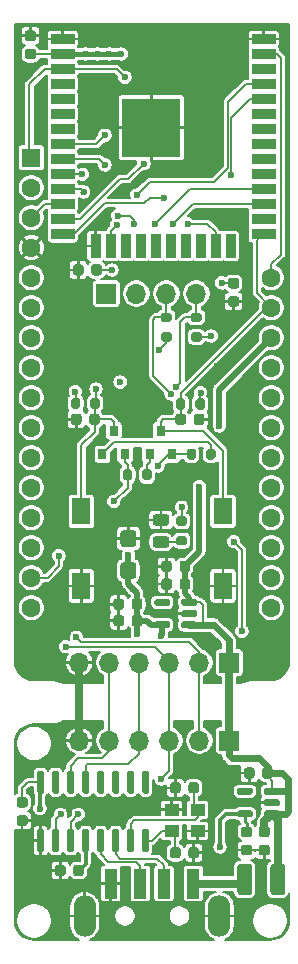
<source format=gbr>
G04 #@! TF.GenerationSoftware,KiCad,Pcbnew,5.1.10-88a1d61d58~90~ubuntu20.04.1*
G04 #@! TF.CreationDate,2021-07-18T21:46:05+01:00*
G04 #@! TF.ProjectId,lhc_tijolo32_board,6c68635f-7469-46a6-9f6c-6f33325f626f,rev?*
G04 #@! TF.SameCoordinates,Original*
G04 #@! TF.FileFunction,Copper,L1,Top*
G04 #@! TF.FilePolarity,Positive*
%FSLAX46Y46*%
G04 Gerber Fmt 4.6, Leading zero omitted, Abs format (unit mm)*
G04 Created by KiCad (PCBNEW 5.1.10-88a1d61d58~90~ubuntu20.04.1) date 2021-07-18 21:46:05*
%MOMM*%
%LPD*%
G01*
G04 APERTURE LIST*
G04 #@! TA.AperFunction,ComponentPad*
%ADD10O,1.700000X1.700000*%
G04 #@! TD*
G04 #@! TA.AperFunction,ComponentPad*
%ADD11R,1.700000X1.700000*%
G04 #@! TD*
G04 #@! TA.AperFunction,ComponentPad*
%ADD12C,1.600000*%
G04 #@! TD*
G04 #@! TA.AperFunction,ComponentPad*
%ADD13R,1.600000X1.600000*%
G04 #@! TD*
G04 #@! TA.AperFunction,SMDPad,CuDef*
%ADD14R,1.597660X2.298700*%
G04 #@! TD*
G04 #@! TA.AperFunction,ComponentPad*
%ADD15O,1.900000X3.500000*%
G04 #@! TD*
G04 #@! TA.AperFunction,SMDPad,CuDef*
%ADD16R,1.100000X2.500000*%
G04 #@! TD*
G04 #@! TA.AperFunction,SMDPad,CuDef*
%ADD17R,0.800000X0.900000*%
G04 #@! TD*
G04 #@! TA.AperFunction,SMDPad,CuDef*
%ADD18R,5.000000X5.000000*%
G04 #@! TD*
G04 #@! TA.AperFunction,SMDPad,CuDef*
%ADD19R,2.000000X0.900000*%
G04 #@! TD*
G04 #@! TA.AperFunction,SMDPad,CuDef*
%ADD20R,0.900000X2.000000*%
G04 #@! TD*
G04 #@! TA.AperFunction,SMDPad,CuDef*
%ADD21R,1.300000X1.000000*%
G04 #@! TD*
G04 #@! TA.AperFunction,ViaPad*
%ADD22C,0.600000*%
G04 #@! TD*
G04 #@! TA.AperFunction,Conductor*
%ADD23C,0.660400*%
G04 #@! TD*
G04 #@! TA.AperFunction,Conductor*
%ADD24C,0.203200*%
G04 #@! TD*
G04 #@! TA.AperFunction,Conductor*
%ADD25C,0.609600*%
G04 #@! TD*
G04 #@! TA.AperFunction,Conductor*
%ADD26C,0.508000*%
G04 #@! TD*
G04 #@! TA.AperFunction,Conductor*
%ADD27C,0.457200*%
G04 #@! TD*
G04 #@! TA.AperFunction,Conductor*
%ADD28C,0.152400*%
G04 #@! TD*
G04 #@! TA.AperFunction,Conductor*
%ADD29C,0.304800*%
G04 #@! TD*
G04 #@! TA.AperFunction,Conductor*
%ADD30C,0.254000*%
G04 #@! TD*
G04 #@! TA.AperFunction,Conductor*
%ADD31C,0.200000*%
G04 #@! TD*
G04 #@! TA.AperFunction,Conductor*
%ADD32C,0.100000*%
G04 #@! TD*
G04 APERTURE END LIST*
D10*
X107442000Y-88138000D03*
X109982000Y-88138000D03*
X112522000Y-88138000D03*
X115062000Y-88138000D03*
X117602000Y-88138000D03*
D11*
X120142000Y-88138000D03*
D10*
X107442000Y-94742000D03*
X109982000Y-94742000D03*
X112522000Y-94742000D03*
X115062000Y-94742000D03*
X117602000Y-94742000D03*
D11*
X120142000Y-94742000D03*
D10*
X117348000Y-56896000D03*
X114808000Y-56896000D03*
X112268000Y-56896000D03*
D11*
X109728000Y-56896000D03*
D12*
X123700000Y-83480000D03*
X123700000Y-80940000D03*
X123700000Y-78400000D03*
X123700000Y-75860000D03*
X123700000Y-73320000D03*
X123700000Y-70780000D03*
X123700000Y-68240000D03*
X123700000Y-65700000D03*
X123700000Y-63160000D03*
X123700000Y-60620000D03*
X123700000Y-58080000D03*
X123700000Y-55540000D03*
D13*
X103380000Y-45380000D03*
D12*
X103380000Y-47920000D03*
X103380000Y-50460000D03*
X103380000Y-53000000D03*
X103380000Y-55540000D03*
X103380000Y-58080000D03*
X103380000Y-60620000D03*
X103380000Y-63160000D03*
X103380000Y-65700000D03*
X103380000Y-68240000D03*
X103380000Y-70780000D03*
X103380000Y-73320000D03*
X103380000Y-75860000D03*
X103380000Y-78400000D03*
X103380000Y-80940000D03*
X103380000Y-83480000D03*
G04 #@! TA.AperFunction,SMDPad,CuDef*
G36*
G01*
X117625000Y-59315000D02*
X117075000Y-59315000D01*
G75*
G02*
X116875000Y-59115000I0J200000D01*
G01*
X116875000Y-58715000D01*
G75*
G02*
X117075000Y-58515000I200000J0D01*
G01*
X117625000Y-58515000D01*
G75*
G02*
X117825000Y-58715000I0J-200000D01*
G01*
X117825000Y-59115000D01*
G75*
G02*
X117625000Y-59315000I-200000J0D01*
G01*
G37*
G04 #@! TD.AperFunction*
G04 #@! TA.AperFunction,SMDPad,CuDef*
G36*
G01*
X117625000Y-60965000D02*
X117075000Y-60965000D01*
G75*
G02*
X116875000Y-60765000I0J200000D01*
G01*
X116875000Y-60365000D01*
G75*
G02*
X117075000Y-60165000I200000J0D01*
G01*
X117625000Y-60165000D01*
G75*
G02*
X117825000Y-60365000I0J-200000D01*
G01*
X117825000Y-60765000D01*
G75*
G02*
X117625000Y-60965000I-200000J0D01*
G01*
G37*
G04 #@! TD.AperFunction*
G04 #@! TA.AperFunction,SMDPad,CuDef*
G36*
G01*
X107800000Y-54640000D02*
X107800000Y-55140000D01*
G75*
G02*
X107575000Y-55365000I-225000J0D01*
G01*
X107125000Y-55365000D01*
G75*
G02*
X106900000Y-55140000I0J225000D01*
G01*
X106900000Y-54640000D01*
G75*
G02*
X107125000Y-54415000I225000J0D01*
G01*
X107575000Y-54415000D01*
G75*
G02*
X107800000Y-54640000I0J-225000D01*
G01*
G37*
G04 #@! TD.AperFunction*
G04 #@! TA.AperFunction,SMDPad,CuDef*
G36*
G01*
X109350000Y-54640000D02*
X109350000Y-55140000D01*
G75*
G02*
X109125000Y-55365000I-225000J0D01*
G01*
X108675000Y-55365000D01*
G75*
G02*
X108450000Y-55140000I0J225000D01*
G01*
X108450000Y-54640000D01*
G75*
G02*
X108675000Y-54415000I225000J0D01*
G01*
X109125000Y-54415000D01*
G75*
G02*
X109350000Y-54640000I0J-225000D01*
G01*
G37*
G04 #@! TD.AperFunction*
D14*
X119600000Y-81639600D03*
X119600000Y-75340400D03*
X107600000Y-81639600D03*
X107600000Y-75340400D03*
G04 #@! TA.AperFunction,SMDPad,CuDef*
G36*
G01*
X117275000Y-66515000D02*
X117275000Y-65965000D01*
G75*
G02*
X117475000Y-65765000I200000J0D01*
G01*
X117875000Y-65765000D01*
G75*
G02*
X118075000Y-65965000I0J-200000D01*
G01*
X118075000Y-66515000D01*
G75*
G02*
X117875000Y-66715000I-200000J0D01*
G01*
X117475000Y-66715000D01*
G75*
G02*
X117275000Y-66515000I0J200000D01*
G01*
G37*
G04 #@! TD.AperFunction*
G04 #@! TA.AperFunction,SMDPad,CuDef*
G36*
G01*
X115625000Y-66515000D02*
X115625000Y-65965000D01*
G75*
G02*
X115825000Y-65765000I200000J0D01*
G01*
X116225000Y-65765000D01*
G75*
G02*
X116425000Y-65965000I0J-200000D01*
G01*
X116425000Y-66515000D01*
G75*
G02*
X116225000Y-66715000I-200000J0D01*
G01*
X115825000Y-66715000D01*
G75*
G02*
X115625000Y-66515000I0J200000D01*
G01*
G37*
G04 #@! TD.AperFunction*
G04 #@! TA.AperFunction,SMDPad,CuDef*
G36*
G01*
X112775000Y-72515000D02*
X112775000Y-71965000D01*
G75*
G02*
X112975000Y-71765000I200000J0D01*
G01*
X113375000Y-71765000D01*
G75*
G02*
X113575000Y-71965000I0J-200000D01*
G01*
X113575000Y-72515000D01*
G75*
G02*
X113375000Y-72715000I-200000J0D01*
G01*
X112975000Y-72715000D01*
G75*
G02*
X112775000Y-72515000I0J200000D01*
G01*
G37*
G04 #@! TD.AperFunction*
G04 #@! TA.AperFunction,SMDPad,CuDef*
G36*
G01*
X111125000Y-72515000D02*
X111125000Y-71965000D01*
G75*
G02*
X111325000Y-71765000I200000J0D01*
G01*
X111725000Y-71765000D01*
G75*
G02*
X111925000Y-71965000I0J-200000D01*
G01*
X111925000Y-72515000D01*
G75*
G02*
X111725000Y-72715000I-200000J0D01*
G01*
X111325000Y-72715000D01*
G75*
G02*
X111125000Y-72515000I0J200000D01*
G01*
G37*
G04 #@! TD.AperFunction*
G04 #@! TA.AperFunction,SMDPad,CuDef*
G36*
G01*
X122850000Y-103565000D02*
X123350000Y-103565000D01*
G75*
G02*
X123575000Y-103790000I0J-225000D01*
G01*
X123575000Y-104240000D01*
G75*
G02*
X123350000Y-104465000I-225000J0D01*
G01*
X122850000Y-104465000D01*
G75*
G02*
X122625000Y-104240000I0J225000D01*
G01*
X122625000Y-103790000D01*
G75*
G02*
X122850000Y-103565000I225000J0D01*
G01*
G37*
G04 #@! TD.AperFunction*
G04 #@! TA.AperFunction,SMDPad,CuDef*
G36*
G01*
X122850000Y-102015000D02*
X123350000Y-102015000D01*
G75*
G02*
X123575000Y-102240000I0J-225000D01*
G01*
X123575000Y-102690000D01*
G75*
G02*
X123350000Y-102915000I-225000J0D01*
G01*
X122850000Y-102915000D01*
G75*
G02*
X122625000Y-102690000I0J225000D01*
G01*
X122625000Y-102240000D01*
G75*
G02*
X122850000Y-102015000I225000J0D01*
G01*
G37*
G04 #@! TD.AperFunction*
G04 #@! TA.AperFunction,SMDPad,CuDef*
G36*
G01*
X104305000Y-104190000D02*
X104005000Y-104190000D01*
G75*
G02*
X103855000Y-104040000I0J150000D01*
G01*
X103855000Y-102390000D01*
G75*
G02*
X104005000Y-102240000I150000J0D01*
G01*
X104305000Y-102240000D01*
G75*
G02*
X104455000Y-102390000I0J-150000D01*
G01*
X104455000Y-104040000D01*
G75*
G02*
X104305000Y-104190000I-150000J0D01*
G01*
G37*
G04 #@! TD.AperFunction*
G04 #@! TA.AperFunction,SMDPad,CuDef*
G36*
G01*
X105575000Y-104190000D02*
X105275000Y-104190000D01*
G75*
G02*
X105125000Y-104040000I0J150000D01*
G01*
X105125000Y-102390000D01*
G75*
G02*
X105275000Y-102240000I150000J0D01*
G01*
X105575000Y-102240000D01*
G75*
G02*
X105725000Y-102390000I0J-150000D01*
G01*
X105725000Y-104040000D01*
G75*
G02*
X105575000Y-104190000I-150000J0D01*
G01*
G37*
G04 #@! TD.AperFunction*
G04 #@! TA.AperFunction,SMDPad,CuDef*
G36*
G01*
X106845000Y-104190000D02*
X106545000Y-104190000D01*
G75*
G02*
X106395000Y-104040000I0J150000D01*
G01*
X106395000Y-102390000D01*
G75*
G02*
X106545000Y-102240000I150000J0D01*
G01*
X106845000Y-102240000D01*
G75*
G02*
X106995000Y-102390000I0J-150000D01*
G01*
X106995000Y-104040000D01*
G75*
G02*
X106845000Y-104190000I-150000J0D01*
G01*
G37*
G04 #@! TD.AperFunction*
G04 #@! TA.AperFunction,SMDPad,CuDef*
G36*
G01*
X108115000Y-104190000D02*
X107815000Y-104190000D01*
G75*
G02*
X107665000Y-104040000I0J150000D01*
G01*
X107665000Y-102390000D01*
G75*
G02*
X107815000Y-102240000I150000J0D01*
G01*
X108115000Y-102240000D01*
G75*
G02*
X108265000Y-102390000I0J-150000D01*
G01*
X108265000Y-104040000D01*
G75*
G02*
X108115000Y-104190000I-150000J0D01*
G01*
G37*
G04 #@! TD.AperFunction*
G04 #@! TA.AperFunction,SMDPad,CuDef*
G36*
G01*
X109385000Y-104190000D02*
X109085000Y-104190000D01*
G75*
G02*
X108935000Y-104040000I0J150000D01*
G01*
X108935000Y-102390000D01*
G75*
G02*
X109085000Y-102240000I150000J0D01*
G01*
X109385000Y-102240000D01*
G75*
G02*
X109535000Y-102390000I0J-150000D01*
G01*
X109535000Y-104040000D01*
G75*
G02*
X109385000Y-104190000I-150000J0D01*
G01*
G37*
G04 #@! TD.AperFunction*
G04 #@! TA.AperFunction,SMDPad,CuDef*
G36*
G01*
X110655000Y-104190000D02*
X110355000Y-104190000D01*
G75*
G02*
X110205000Y-104040000I0J150000D01*
G01*
X110205000Y-102390000D01*
G75*
G02*
X110355000Y-102240000I150000J0D01*
G01*
X110655000Y-102240000D01*
G75*
G02*
X110805000Y-102390000I0J-150000D01*
G01*
X110805000Y-104040000D01*
G75*
G02*
X110655000Y-104190000I-150000J0D01*
G01*
G37*
G04 #@! TD.AperFunction*
G04 #@! TA.AperFunction,SMDPad,CuDef*
G36*
G01*
X111925000Y-104190000D02*
X111625000Y-104190000D01*
G75*
G02*
X111475000Y-104040000I0J150000D01*
G01*
X111475000Y-102390000D01*
G75*
G02*
X111625000Y-102240000I150000J0D01*
G01*
X111925000Y-102240000D01*
G75*
G02*
X112075000Y-102390000I0J-150000D01*
G01*
X112075000Y-104040000D01*
G75*
G02*
X111925000Y-104190000I-150000J0D01*
G01*
G37*
G04 #@! TD.AperFunction*
G04 #@! TA.AperFunction,SMDPad,CuDef*
G36*
G01*
X113195000Y-104190000D02*
X112895000Y-104190000D01*
G75*
G02*
X112745000Y-104040000I0J150000D01*
G01*
X112745000Y-102390000D01*
G75*
G02*
X112895000Y-102240000I150000J0D01*
G01*
X113195000Y-102240000D01*
G75*
G02*
X113345000Y-102390000I0J-150000D01*
G01*
X113345000Y-104040000D01*
G75*
G02*
X113195000Y-104190000I-150000J0D01*
G01*
G37*
G04 #@! TD.AperFunction*
G04 #@! TA.AperFunction,SMDPad,CuDef*
G36*
G01*
X113195000Y-99240000D02*
X112895000Y-99240000D01*
G75*
G02*
X112745000Y-99090000I0J150000D01*
G01*
X112745000Y-97440000D01*
G75*
G02*
X112895000Y-97290000I150000J0D01*
G01*
X113195000Y-97290000D01*
G75*
G02*
X113345000Y-97440000I0J-150000D01*
G01*
X113345000Y-99090000D01*
G75*
G02*
X113195000Y-99240000I-150000J0D01*
G01*
G37*
G04 #@! TD.AperFunction*
G04 #@! TA.AperFunction,SMDPad,CuDef*
G36*
G01*
X111925000Y-99240000D02*
X111625000Y-99240000D01*
G75*
G02*
X111475000Y-99090000I0J150000D01*
G01*
X111475000Y-97440000D01*
G75*
G02*
X111625000Y-97290000I150000J0D01*
G01*
X111925000Y-97290000D01*
G75*
G02*
X112075000Y-97440000I0J-150000D01*
G01*
X112075000Y-99090000D01*
G75*
G02*
X111925000Y-99240000I-150000J0D01*
G01*
G37*
G04 #@! TD.AperFunction*
G04 #@! TA.AperFunction,SMDPad,CuDef*
G36*
G01*
X110655000Y-99240000D02*
X110355000Y-99240000D01*
G75*
G02*
X110205000Y-99090000I0J150000D01*
G01*
X110205000Y-97440000D01*
G75*
G02*
X110355000Y-97290000I150000J0D01*
G01*
X110655000Y-97290000D01*
G75*
G02*
X110805000Y-97440000I0J-150000D01*
G01*
X110805000Y-99090000D01*
G75*
G02*
X110655000Y-99240000I-150000J0D01*
G01*
G37*
G04 #@! TD.AperFunction*
G04 #@! TA.AperFunction,SMDPad,CuDef*
G36*
G01*
X109385000Y-99240000D02*
X109085000Y-99240000D01*
G75*
G02*
X108935000Y-99090000I0J150000D01*
G01*
X108935000Y-97440000D01*
G75*
G02*
X109085000Y-97290000I150000J0D01*
G01*
X109385000Y-97290000D01*
G75*
G02*
X109535000Y-97440000I0J-150000D01*
G01*
X109535000Y-99090000D01*
G75*
G02*
X109385000Y-99240000I-150000J0D01*
G01*
G37*
G04 #@! TD.AperFunction*
G04 #@! TA.AperFunction,SMDPad,CuDef*
G36*
G01*
X108115000Y-99240000D02*
X107815000Y-99240000D01*
G75*
G02*
X107665000Y-99090000I0J150000D01*
G01*
X107665000Y-97440000D01*
G75*
G02*
X107815000Y-97290000I150000J0D01*
G01*
X108115000Y-97290000D01*
G75*
G02*
X108265000Y-97440000I0J-150000D01*
G01*
X108265000Y-99090000D01*
G75*
G02*
X108115000Y-99240000I-150000J0D01*
G01*
G37*
G04 #@! TD.AperFunction*
G04 #@! TA.AperFunction,SMDPad,CuDef*
G36*
G01*
X106845000Y-99240000D02*
X106545000Y-99240000D01*
G75*
G02*
X106395000Y-99090000I0J150000D01*
G01*
X106395000Y-97440000D01*
G75*
G02*
X106545000Y-97290000I150000J0D01*
G01*
X106845000Y-97290000D01*
G75*
G02*
X106995000Y-97440000I0J-150000D01*
G01*
X106995000Y-99090000D01*
G75*
G02*
X106845000Y-99240000I-150000J0D01*
G01*
G37*
G04 #@! TD.AperFunction*
G04 #@! TA.AperFunction,SMDPad,CuDef*
G36*
G01*
X105575000Y-99240000D02*
X105275000Y-99240000D01*
G75*
G02*
X105125000Y-99090000I0J150000D01*
G01*
X105125000Y-97440000D01*
G75*
G02*
X105275000Y-97290000I150000J0D01*
G01*
X105575000Y-97290000D01*
G75*
G02*
X105725000Y-97440000I0J-150000D01*
G01*
X105725000Y-99090000D01*
G75*
G02*
X105575000Y-99240000I-150000J0D01*
G01*
G37*
G04 #@! TD.AperFunction*
G04 #@! TA.AperFunction,SMDPad,CuDef*
G36*
G01*
X104305000Y-99240000D02*
X104005000Y-99240000D01*
G75*
G02*
X103855000Y-99090000I0J150000D01*
G01*
X103855000Y-97440000D01*
G75*
G02*
X104005000Y-97290000I150000J0D01*
G01*
X104305000Y-97290000D01*
G75*
G02*
X104455000Y-97440000I0J-150000D01*
G01*
X104455000Y-99090000D01*
G75*
G02*
X104305000Y-99240000I-150000J0D01*
G01*
G37*
G04 #@! TD.AperFunction*
G04 #@! TA.AperFunction,SMDPad,CuDef*
G36*
G01*
X116025000Y-98490000D02*
X116025000Y-98990000D01*
G75*
G02*
X115800000Y-99215000I-225000J0D01*
G01*
X115350000Y-99215000D01*
G75*
G02*
X115125000Y-98990000I0J225000D01*
G01*
X115125000Y-98490000D01*
G75*
G02*
X115350000Y-98265000I225000J0D01*
G01*
X115800000Y-98265000D01*
G75*
G02*
X116025000Y-98490000I0J-225000D01*
G01*
G37*
G04 #@! TD.AperFunction*
G04 #@! TA.AperFunction,SMDPad,CuDef*
G36*
G01*
X117575000Y-98490000D02*
X117575000Y-98990000D01*
G75*
G02*
X117350000Y-99215000I-225000J0D01*
G01*
X116900000Y-99215000D01*
G75*
G02*
X116675000Y-98990000I0J225000D01*
G01*
X116675000Y-98490000D01*
G75*
G02*
X116900000Y-98265000I225000J0D01*
G01*
X117350000Y-98265000D01*
G75*
G02*
X117575000Y-98490000I0J-225000D01*
G01*
G37*
G04 #@! TD.AperFunction*
G04 #@! TA.AperFunction,SMDPad,CuDef*
G36*
G01*
X122125000Y-100790000D02*
X122125000Y-101090000D01*
G75*
G02*
X121975000Y-101240000I-150000J0D01*
G01*
X120950000Y-101240000D01*
G75*
G02*
X120800000Y-101090000I0J150000D01*
G01*
X120800000Y-100790000D01*
G75*
G02*
X120950000Y-100640000I150000J0D01*
G01*
X121975000Y-100640000D01*
G75*
G02*
X122125000Y-100790000I0J-150000D01*
G01*
G37*
G04 #@! TD.AperFunction*
G04 #@! TA.AperFunction,SMDPad,CuDef*
G36*
G01*
X122125000Y-98890000D02*
X122125000Y-99190000D01*
G75*
G02*
X121975000Y-99340000I-150000J0D01*
G01*
X120950000Y-99340000D01*
G75*
G02*
X120800000Y-99190000I0J150000D01*
G01*
X120800000Y-98890000D01*
G75*
G02*
X120950000Y-98740000I150000J0D01*
G01*
X121975000Y-98740000D01*
G75*
G02*
X122125000Y-98890000I0J-150000D01*
G01*
G37*
G04 #@! TD.AperFunction*
G04 #@! TA.AperFunction,SMDPad,CuDef*
G36*
G01*
X124400000Y-98890000D02*
X124400000Y-99190000D01*
G75*
G02*
X124250000Y-99340000I-150000J0D01*
G01*
X123225000Y-99340000D01*
G75*
G02*
X123075000Y-99190000I0J150000D01*
G01*
X123075000Y-98890000D01*
G75*
G02*
X123225000Y-98740000I150000J0D01*
G01*
X124250000Y-98740000D01*
G75*
G02*
X124400000Y-98890000I0J-150000D01*
G01*
G37*
G04 #@! TD.AperFunction*
G04 #@! TA.AperFunction,SMDPad,CuDef*
G36*
G01*
X124400000Y-99840000D02*
X124400000Y-100140000D01*
G75*
G02*
X124250000Y-100290000I-150000J0D01*
G01*
X123225000Y-100290000D01*
G75*
G02*
X123075000Y-100140000I0J150000D01*
G01*
X123075000Y-99840000D01*
G75*
G02*
X123225000Y-99690000I150000J0D01*
G01*
X124250000Y-99690000D01*
G75*
G02*
X124400000Y-99840000I0J-150000D01*
G01*
G37*
G04 #@! TD.AperFunction*
G04 #@! TA.AperFunction,SMDPad,CuDef*
G36*
G01*
X124400000Y-100790000D02*
X124400000Y-101090000D01*
G75*
G02*
X124250000Y-101240000I-150000J0D01*
G01*
X123225000Y-101240000D01*
G75*
G02*
X123075000Y-101090000I0J150000D01*
G01*
X123075000Y-100790000D01*
G75*
G02*
X123225000Y-100640000I150000J0D01*
G01*
X124250000Y-100640000D01*
G75*
G02*
X124400000Y-100790000I0J-150000D01*
G01*
G37*
G04 #@! TD.AperFunction*
G04 #@! TA.AperFunction,SMDPad,CuDef*
G36*
G01*
X102350000Y-101065000D02*
X102850000Y-101065000D01*
G75*
G02*
X103075000Y-101290000I0J-225000D01*
G01*
X103075000Y-101740000D01*
G75*
G02*
X102850000Y-101965000I-225000J0D01*
G01*
X102350000Y-101965000D01*
G75*
G02*
X102125000Y-101740000I0J225000D01*
G01*
X102125000Y-101290000D01*
G75*
G02*
X102350000Y-101065000I225000J0D01*
G01*
G37*
G04 #@! TD.AperFunction*
G04 #@! TA.AperFunction,SMDPad,CuDef*
G36*
G01*
X102350000Y-99515000D02*
X102850000Y-99515000D01*
G75*
G02*
X103075000Y-99740000I0J-225000D01*
G01*
X103075000Y-100190000D01*
G75*
G02*
X102850000Y-100415000I-225000J0D01*
G01*
X102350000Y-100415000D01*
G75*
G02*
X102125000Y-100190000I0J225000D01*
G01*
X102125000Y-99740000D01*
G75*
G02*
X102350000Y-99515000I225000J0D01*
G01*
G37*
G04 #@! TD.AperFunction*
G04 #@! TA.AperFunction,SMDPad,CuDef*
G36*
G01*
X121350000Y-103565000D02*
X121850000Y-103565000D01*
G75*
G02*
X122075000Y-103790000I0J-225000D01*
G01*
X122075000Y-104240000D01*
G75*
G02*
X121850000Y-104465000I-225000J0D01*
G01*
X121350000Y-104465000D01*
G75*
G02*
X121125000Y-104240000I0J225000D01*
G01*
X121125000Y-103790000D01*
G75*
G02*
X121350000Y-103565000I225000J0D01*
G01*
G37*
G04 #@! TD.AperFunction*
G04 #@! TA.AperFunction,SMDPad,CuDef*
G36*
G01*
X121350000Y-102015000D02*
X121850000Y-102015000D01*
G75*
G02*
X122075000Y-102240000I0J-225000D01*
G01*
X122075000Y-102690000D01*
G75*
G02*
X121850000Y-102915000I-225000J0D01*
G01*
X121350000Y-102915000D01*
G75*
G02*
X121125000Y-102690000I0J225000D01*
G01*
X121125000Y-102240000D01*
G75*
G02*
X121350000Y-102015000I225000J0D01*
G01*
G37*
G04 #@! TD.AperFunction*
G04 #@! TA.AperFunction,SMDPad,CuDef*
G36*
G01*
X123825000Y-97240000D02*
X123825000Y-97740000D01*
G75*
G02*
X123600000Y-97965000I-225000J0D01*
G01*
X123150000Y-97965000D01*
G75*
G02*
X122925000Y-97740000I0J225000D01*
G01*
X122925000Y-97240000D01*
G75*
G02*
X123150000Y-97015000I225000J0D01*
G01*
X123600000Y-97015000D01*
G75*
G02*
X123825000Y-97240000I0J-225000D01*
G01*
G37*
G04 #@! TD.AperFunction*
G04 #@! TA.AperFunction,SMDPad,CuDef*
G36*
G01*
X122275000Y-97240000D02*
X122275000Y-97740000D01*
G75*
G02*
X122050000Y-97965000I-225000J0D01*
G01*
X121600000Y-97965000D01*
G75*
G02*
X121375000Y-97740000I0J225000D01*
G01*
X121375000Y-97240000D01*
G75*
G02*
X121600000Y-97015000I225000J0D01*
G01*
X122050000Y-97015000D01*
G75*
G02*
X122275000Y-97240000I0J-225000D01*
G01*
G37*
G04 #@! TD.AperFunction*
D15*
X107900000Y-109590000D03*
X119300000Y-109590000D03*
D16*
X110100000Y-106840000D03*
X117100000Y-106840000D03*
X112600000Y-106840000D03*
X114600000Y-106840000D03*
G04 #@! TA.AperFunction,SMDPad,CuDef*
G36*
G01*
X115125000Y-84790000D02*
X115125000Y-85090000D01*
G75*
G02*
X114975000Y-85240000I-150000J0D01*
G01*
X113950000Y-85240000D01*
G75*
G02*
X113800000Y-85090000I0J150000D01*
G01*
X113800000Y-84790000D01*
G75*
G02*
X113950000Y-84640000I150000J0D01*
G01*
X114975000Y-84640000D01*
G75*
G02*
X115125000Y-84790000I0J-150000D01*
G01*
G37*
G04 #@! TD.AperFunction*
G04 #@! TA.AperFunction,SMDPad,CuDef*
G36*
G01*
X115125000Y-82890000D02*
X115125000Y-83190000D01*
G75*
G02*
X114975000Y-83340000I-150000J0D01*
G01*
X113950000Y-83340000D01*
G75*
G02*
X113800000Y-83190000I0J150000D01*
G01*
X113800000Y-82890000D01*
G75*
G02*
X113950000Y-82740000I150000J0D01*
G01*
X114975000Y-82740000D01*
G75*
G02*
X115125000Y-82890000I0J-150000D01*
G01*
G37*
G04 #@! TD.AperFunction*
G04 #@! TA.AperFunction,SMDPad,CuDef*
G36*
G01*
X117400000Y-82890000D02*
X117400000Y-83190000D01*
G75*
G02*
X117250000Y-83340000I-150000J0D01*
G01*
X116225000Y-83340000D01*
G75*
G02*
X116075000Y-83190000I0J150000D01*
G01*
X116075000Y-82890000D01*
G75*
G02*
X116225000Y-82740000I150000J0D01*
G01*
X117250000Y-82740000D01*
G75*
G02*
X117400000Y-82890000I0J-150000D01*
G01*
G37*
G04 #@! TD.AperFunction*
G04 #@! TA.AperFunction,SMDPad,CuDef*
G36*
G01*
X117400000Y-83840000D02*
X117400000Y-84140000D01*
G75*
G02*
X117250000Y-84290000I-150000J0D01*
G01*
X116225000Y-84290000D01*
G75*
G02*
X116075000Y-84140000I0J150000D01*
G01*
X116075000Y-83840000D01*
G75*
G02*
X116225000Y-83690000I150000J0D01*
G01*
X117250000Y-83690000D01*
G75*
G02*
X117400000Y-83840000I0J-150000D01*
G01*
G37*
G04 #@! TD.AperFunction*
G04 #@! TA.AperFunction,SMDPad,CuDef*
G36*
G01*
X117400000Y-84790000D02*
X117400000Y-85090000D01*
G75*
G02*
X117250000Y-85240000I-150000J0D01*
G01*
X116225000Y-85240000D01*
G75*
G02*
X116075000Y-85090000I0J150000D01*
G01*
X116075000Y-84790000D01*
G75*
G02*
X116225000Y-84640000I150000J0D01*
G01*
X117250000Y-84640000D01*
G75*
G02*
X117400000Y-84790000I0J-150000D01*
G01*
G37*
G04 #@! TD.AperFunction*
G04 #@! TA.AperFunction,SMDPad,CuDef*
G36*
G01*
X107525000Y-65915000D02*
X107525000Y-66465000D01*
G75*
G02*
X107325000Y-66665000I-200000J0D01*
G01*
X106925000Y-66665000D01*
G75*
G02*
X106725000Y-66465000I0J200000D01*
G01*
X106725000Y-65915000D01*
G75*
G02*
X106925000Y-65715000I200000J0D01*
G01*
X107325000Y-65715000D01*
G75*
G02*
X107525000Y-65915000I0J-200000D01*
G01*
G37*
G04 #@! TD.AperFunction*
G04 #@! TA.AperFunction,SMDPad,CuDef*
G36*
G01*
X109175000Y-65915000D02*
X109175000Y-66465000D01*
G75*
G02*
X108975000Y-66665000I-200000J0D01*
G01*
X108575000Y-66665000D01*
G75*
G02*
X108375000Y-66465000I0J200000D01*
G01*
X108375000Y-65915000D01*
G75*
G02*
X108575000Y-65715000I200000J0D01*
G01*
X108975000Y-65715000D01*
G75*
G02*
X109175000Y-65915000I0J-200000D01*
G01*
G37*
G04 #@! TD.AperFunction*
G04 #@! TA.AperFunction,SMDPad,CuDef*
G36*
G01*
X115825000Y-77415000D02*
X116375000Y-77415000D01*
G75*
G02*
X116575000Y-77615000I0J-200000D01*
G01*
X116575000Y-78015000D01*
G75*
G02*
X116375000Y-78215000I-200000J0D01*
G01*
X115825000Y-78215000D01*
G75*
G02*
X115625000Y-78015000I0J200000D01*
G01*
X115625000Y-77615000D01*
G75*
G02*
X115825000Y-77415000I200000J0D01*
G01*
G37*
G04 #@! TD.AperFunction*
G04 #@! TA.AperFunction,SMDPad,CuDef*
G36*
G01*
X115825000Y-75765000D02*
X116375000Y-75765000D01*
G75*
G02*
X116575000Y-75965000I0J-200000D01*
G01*
X116575000Y-76365000D01*
G75*
G02*
X116375000Y-76565000I-200000J0D01*
G01*
X115825000Y-76565000D01*
G75*
G02*
X115625000Y-76365000I0J200000D01*
G01*
X115625000Y-75965000D01*
G75*
G02*
X115825000Y-75765000I200000J0D01*
G01*
G37*
G04 #@! TD.AperFunction*
G04 #@! TA.AperFunction,SMDPad,CuDef*
G36*
G01*
X118175000Y-70765000D02*
X118175000Y-70215000D01*
G75*
G02*
X118375000Y-70015000I200000J0D01*
G01*
X118775000Y-70015000D01*
G75*
G02*
X118975000Y-70215000I0J-200000D01*
G01*
X118975000Y-70765000D01*
G75*
G02*
X118775000Y-70965000I-200000J0D01*
G01*
X118375000Y-70965000D01*
G75*
G02*
X118175000Y-70765000I0J200000D01*
G01*
G37*
G04 #@! TD.AperFunction*
G04 #@! TA.AperFunction,SMDPad,CuDef*
G36*
G01*
X116525000Y-70765000D02*
X116525000Y-70215000D01*
G75*
G02*
X116725000Y-70015000I200000J0D01*
G01*
X117125000Y-70015000D01*
G75*
G02*
X117325000Y-70215000I0J-200000D01*
G01*
X117325000Y-70765000D01*
G75*
G02*
X117125000Y-70965000I-200000J0D01*
G01*
X116725000Y-70965000D01*
G75*
G02*
X116525000Y-70765000I0J200000D01*
G01*
G37*
G04 #@! TD.AperFunction*
G04 #@! TA.AperFunction,SMDPad,CuDef*
G36*
G01*
X115075000Y-59315000D02*
X114525000Y-59315000D01*
G75*
G02*
X114325000Y-59115000I0J200000D01*
G01*
X114325000Y-58715000D01*
G75*
G02*
X114525000Y-58515000I200000J0D01*
G01*
X115075000Y-58515000D01*
G75*
G02*
X115275000Y-58715000I0J-200000D01*
G01*
X115275000Y-59115000D01*
G75*
G02*
X115075000Y-59315000I-200000J0D01*
G01*
G37*
G04 #@! TD.AperFunction*
G04 #@! TA.AperFunction,SMDPad,CuDef*
G36*
G01*
X115075000Y-60965000D02*
X114525000Y-60965000D01*
G75*
G02*
X114325000Y-60765000I0J200000D01*
G01*
X114325000Y-60365000D01*
G75*
G02*
X114525000Y-60165000I200000J0D01*
G01*
X115075000Y-60165000D01*
G75*
G02*
X115275000Y-60365000I0J-200000D01*
G01*
X115275000Y-60765000D01*
G75*
G02*
X115075000Y-60965000I-200000J0D01*
G01*
G37*
G04 #@! TD.AperFunction*
D17*
X114350000Y-68490000D03*
X115300000Y-70490000D03*
X113400000Y-70490000D03*
X110350000Y-68490000D03*
X111300000Y-70490000D03*
X109400000Y-70490000D03*
G04 #@! TA.AperFunction,SMDPad,CuDef*
G36*
G01*
X113893750Y-77440000D02*
X114806250Y-77440000D01*
G75*
G02*
X115050000Y-77683750I0J-243750D01*
G01*
X115050000Y-78171250D01*
G75*
G02*
X114806250Y-78415000I-243750J0D01*
G01*
X113893750Y-78415000D01*
G75*
G02*
X113650000Y-78171250I0J243750D01*
G01*
X113650000Y-77683750D01*
G75*
G02*
X113893750Y-77440000I243750J0D01*
G01*
G37*
G04 #@! TD.AperFunction*
G04 #@! TA.AperFunction,SMDPad,CuDef*
G36*
G01*
X113893750Y-75565000D02*
X114806250Y-75565000D01*
G75*
G02*
X115050000Y-75808750I0J-243750D01*
G01*
X115050000Y-76296250D01*
G75*
G02*
X114806250Y-76540000I-243750J0D01*
G01*
X113893750Y-76540000D01*
G75*
G02*
X113650000Y-76296250I0J243750D01*
G01*
X113650000Y-75808750D01*
G75*
G02*
X113893750Y-75565000I243750J0D01*
G01*
G37*
G04 #@! TD.AperFunction*
G04 #@! TA.AperFunction,SMDPad,CuDef*
G36*
G01*
X117125000Y-67790000D02*
X117125000Y-67290000D01*
G75*
G02*
X117350000Y-67065000I225000J0D01*
G01*
X117800000Y-67065000D01*
G75*
G02*
X118025000Y-67290000I0J-225000D01*
G01*
X118025000Y-67790000D01*
G75*
G02*
X117800000Y-68015000I-225000J0D01*
G01*
X117350000Y-68015000D01*
G75*
G02*
X117125000Y-67790000I0J225000D01*
G01*
G37*
G04 #@! TD.AperFunction*
G04 #@! TA.AperFunction,SMDPad,CuDef*
G36*
G01*
X115575000Y-67790000D02*
X115575000Y-67290000D01*
G75*
G02*
X115800000Y-67065000I225000J0D01*
G01*
X116250000Y-67065000D01*
G75*
G02*
X116475000Y-67290000I0J-225000D01*
G01*
X116475000Y-67790000D01*
G75*
G02*
X116250000Y-68015000I-225000J0D01*
G01*
X115800000Y-68015000D01*
G75*
G02*
X115575000Y-67790000I0J225000D01*
G01*
G37*
G04 #@! TD.AperFunction*
G04 #@! TA.AperFunction,SMDPad,CuDef*
G36*
G01*
X107625000Y-67290000D02*
X107625000Y-67790000D01*
G75*
G02*
X107400000Y-68015000I-225000J0D01*
G01*
X106950000Y-68015000D01*
G75*
G02*
X106725000Y-67790000I0J225000D01*
G01*
X106725000Y-67290000D01*
G75*
G02*
X106950000Y-67065000I225000J0D01*
G01*
X107400000Y-67065000D01*
G75*
G02*
X107625000Y-67290000I0J-225000D01*
G01*
G37*
G04 #@! TD.AperFunction*
G04 #@! TA.AperFunction,SMDPad,CuDef*
G36*
G01*
X109175000Y-67290000D02*
X109175000Y-67790000D01*
G75*
G02*
X108950000Y-68015000I-225000J0D01*
G01*
X108500000Y-68015000D01*
G75*
G02*
X108275000Y-67790000I0J225000D01*
G01*
X108275000Y-67290000D01*
G75*
G02*
X108500000Y-67065000I225000J0D01*
G01*
X108950000Y-67065000D01*
G75*
G02*
X109175000Y-67290000I0J-225000D01*
G01*
G37*
G04 #@! TD.AperFunction*
G04 #@! TA.AperFunction,SMDPad,CuDef*
G36*
G01*
X120250000Y-57115000D02*
X120750000Y-57115000D01*
G75*
G02*
X120975000Y-57340000I0J-225000D01*
G01*
X120975000Y-57790000D01*
G75*
G02*
X120750000Y-58015000I-225000J0D01*
G01*
X120250000Y-58015000D01*
G75*
G02*
X120025000Y-57790000I0J225000D01*
G01*
X120025000Y-57340000D01*
G75*
G02*
X120250000Y-57115000I225000J0D01*
G01*
G37*
G04 #@! TD.AperFunction*
G04 #@! TA.AperFunction,SMDPad,CuDef*
G36*
G01*
X120250000Y-55565000D02*
X120750000Y-55565000D01*
G75*
G02*
X120975000Y-55790000I0J-225000D01*
G01*
X120975000Y-56240000D01*
G75*
G02*
X120750000Y-56465000I-225000J0D01*
G01*
X120250000Y-56465000D01*
G75*
G02*
X120025000Y-56240000I0J225000D01*
G01*
X120025000Y-55790000D01*
G75*
G02*
X120250000Y-55565000I225000J0D01*
G01*
G37*
G04 #@! TD.AperFunction*
G04 #@! TA.AperFunction,SMDPad,CuDef*
G36*
G01*
X106275000Y-105490000D02*
X106275000Y-105990000D01*
G75*
G02*
X106050000Y-106215000I-225000J0D01*
G01*
X105600000Y-106215000D01*
G75*
G02*
X105375000Y-105990000I0J225000D01*
G01*
X105375000Y-105490000D01*
G75*
G02*
X105600000Y-105265000I225000J0D01*
G01*
X106050000Y-105265000D01*
G75*
G02*
X106275000Y-105490000I0J-225000D01*
G01*
G37*
G04 #@! TD.AperFunction*
G04 #@! TA.AperFunction,SMDPad,CuDef*
G36*
G01*
X107825000Y-105490000D02*
X107825000Y-105990000D01*
G75*
G02*
X107600000Y-106215000I-225000J0D01*
G01*
X107150000Y-106215000D01*
G75*
G02*
X106925000Y-105990000I0J225000D01*
G01*
X106925000Y-105490000D01*
G75*
G02*
X107150000Y-105265000I225000J0D01*
G01*
X107600000Y-105265000D01*
G75*
G02*
X107825000Y-105490000I0J-225000D01*
G01*
G37*
G04 #@! TD.AperFunction*
G04 #@! TA.AperFunction,SMDPad,CuDef*
G36*
G01*
X112025001Y-78340000D02*
X111174999Y-78340000D01*
G75*
G02*
X110925000Y-78090001I0J249999D01*
G01*
X110925000Y-77189999D01*
G75*
G02*
X111174999Y-76940000I249999J0D01*
G01*
X112025001Y-76940000D01*
G75*
G02*
X112275000Y-77189999I0J-249999D01*
G01*
X112275000Y-78090001D01*
G75*
G02*
X112025001Y-78340000I-249999J0D01*
G01*
G37*
G04 #@! TD.AperFunction*
G04 #@! TA.AperFunction,SMDPad,CuDef*
G36*
G01*
X112025001Y-81040000D02*
X111174999Y-81040000D01*
G75*
G02*
X110925000Y-80790001I0J249999D01*
G01*
X110925000Y-79889999D01*
G75*
G02*
X111174999Y-79640000I249999J0D01*
G01*
X112025001Y-79640000D01*
G75*
G02*
X112275000Y-79889999I0J-249999D01*
G01*
X112275000Y-80790001D01*
G75*
G02*
X112025001Y-81040000I-249999J0D01*
G01*
G37*
G04 #@! TD.AperFunction*
G04 #@! TA.AperFunction,SMDPad,CuDef*
G36*
G01*
X103550000Y-35515000D02*
X103050000Y-35515000D01*
G75*
G02*
X102825000Y-35290000I0J225000D01*
G01*
X102825000Y-34840000D01*
G75*
G02*
X103050000Y-34615000I225000J0D01*
G01*
X103550000Y-34615000D01*
G75*
G02*
X103775000Y-34840000I0J-225000D01*
G01*
X103775000Y-35290000D01*
G75*
G02*
X103550000Y-35515000I-225000J0D01*
G01*
G37*
G04 #@! TD.AperFunction*
G04 #@! TA.AperFunction,SMDPad,CuDef*
G36*
G01*
X103550000Y-37065000D02*
X103050000Y-37065000D01*
G75*
G02*
X102825000Y-36840000I0J225000D01*
G01*
X102825000Y-36390000D01*
G75*
G02*
X103050000Y-36165000I225000J0D01*
G01*
X103550000Y-36165000D01*
G75*
G02*
X103775000Y-36390000I0J-225000D01*
G01*
X103775000Y-36840000D01*
G75*
G02*
X103550000Y-37065000I-225000J0D01*
G01*
G37*
G04 #@! TD.AperFunction*
G04 #@! TA.AperFunction,SMDPad,CuDef*
G36*
G01*
X111225000Y-84340000D02*
X111225000Y-84840000D01*
G75*
G02*
X111000000Y-85065000I-225000J0D01*
G01*
X110550000Y-85065000D01*
G75*
G02*
X110325000Y-84840000I0J225000D01*
G01*
X110325000Y-84340000D01*
G75*
G02*
X110550000Y-84115000I225000J0D01*
G01*
X111000000Y-84115000D01*
G75*
G02*
X111225000Y-84340000I0J-225000D01*
G01*
G37*
G04 #@! TD.AperFunction*
G04 #@! TA.AperFunction,SMDPad,CuDef*
G36*
G01*
X112775000Y-84340000D02*
X112775000Y-84840000D01*
G75*
G02*
X112550000Y-85065000I-225000J0D01*
G01*
X112100000Y-85065000D01*
G75*
G02*
X111875000Y-84840000I0J225000D01*
G01*
X111875000Y-84340000D01*
G75*
G02*
X112100000Y-84115000I225000J0D01*
G01*
X112550000Y-84115000D01*
G75*
G02*
X112775000Y-84340000I0J-225000D01*
G01*
G37*
G04 #@! TD.AperFunction*
G04 #@! TA.AperFunction,SMDPad,CuDef*
G36*
G01*
X111225000Y-82940000D02*
X111225000Y-83440000D01*
G75*
G02*
X111000000Y-83665000I-225000J0D01*
G01*
X110550000Y-83665000D01*
G75*
G02*
X110325000Y-83440000I0J225000D01*
G01*
X110325000Y-82940000D01*
G75*
G02*
X110550000Y-82715000I225000J0D01*
G01*
X111000000Y-82715000D01*
G75*
G02*
X111225000Y-82940000I0J-225000D01*
G01*
G37*
G04 #@! TD.AperFunction*
G04 #@! TA.AperFunction,SMDPad,CuDef*
G36*
G01*
X112775000Y-82940000D02*
X112775000Y-83440000D01*
G75*
G02*
X112550000Y-83665000I-225000J0D01*
G01*
X112100000Y-83665000D01*
G75*
G02*
X111875000Y-83440000I0J225000D01*
G01*
X111875000Y-82940000D01*
G75*
G02*
X112100000Y-82715000I225000J0D01*
G01*
X112550000Y-82715000D01*
G75*
G02*
X112775000Y-82940000I0J-225000D01*
G01*
G37*
G04 #@! TD.AperFunction*
G04 #@! TA.AperFunction,SMDPad,CuDef*
G36*
G01*
X116025000Y-103990000D02*
X116025000Y-104490000D01*
G75*
G02*
X115800000Y-104715000I-225000J0D01*
G01*
X115350000Y-104715000D01*
G75*
G02*
X115125000Y-104490000I0J225000D01*
G01*
X115125000Y-103990000D01*
G75*
G02*
X115350000Y-103765000I225000J0D01*
G01*
X115800000Y-103765000D01*
G75*
G02*
X116025000Y-103990000I0J-225000D01*
G01*
G37*
G04 #@! TD.AperFunction*
G04 #@! TA.AperFunction,SMDPad,CuDef*
G36*
G01*
X117575000Y-103990000D02*
X117575000Y-104490000D01*
G75*
G02*
X117350000Y-104715000I-225000J0D01*
G01*
X116900000Y-104715000D01*
G75*
G02*
X116675000Y-104490000I0J225000D01*
G01*
X116675000Y-103990000D01*
G75*
G02*
X116900000Y-103765000I225000J0D01*
G01*
X117350000Y-103765000D01*
G75*
G02*
X117575000Y-103990000I0J-225000D01*
G01*
G37*
G04 #@! TD.AperFunction*
G04 #@! TA.AperFunction,SMDPad,CuDef*
G36*
G01*
X115275000Y-81240000D02*
X115275000Y-81740000D01*
G75*
G02*
X115050000Y-81965000I-225000J0D01*
G01*
X114600000Y-81965000D01*
G75*
G02*
X114375000Y-81740000I0J225000D01*
G01*
X114375000Y-81240000D01*
G75*
G02*
X114600000Y-81015000I225000J0D01*
G01*
X115050000Y-81015000D01*
G75*
G02*
X115275000Y-81240000I0J-225000D01*
G01*
G37*
G04 #@! TD.AperFunction*
G04 #@! TA.AperFunction,SMDPad,CuDef*
G36*
G01*
X116825000Y-81240000D02*
X116825000Y-81740000D01*
G75*
G02*
X116600000Y-81965000I-225000J0D01*
G01*
X116150000Y-81965000D01*
G75*
G02*
X115925000Y-81740000I0J225000D01*
G01*
X115925000Y-81240000D01*
G75*
G02*
X116150000Y-81015000I225000J0D01*
G01*
X116600000Y-81015000D01*
G75*
G02*
X116825000Y-81240000I0J-225000D01*
G01*
G37*
G04 #@! TD.AperFunction*
G04 #@! TA.AperFunction,SMDPad,CuDef*
G36*
G01*
X115275000Y-79740000D02*
X115275000Y-80240000D01*
G75*
G02*
X115050000Y-80465000I-225000J0D01*
G01*
X114600000Y-80465000D01*
G75*
G02*
X114375000Y-80240000I0J225000D01*
G01*
X114375000Y-79740000D01*
G75*
G02*
X114600000Y-79515000I225000J0D01*
G01*
X115050000Y-79515000D01*
G75*
G02*
X115275000Y-79740000I0J-225000D01*
G01*
G37*
G04 #@! TD.AperFunction*
G04 #@! TA.AperFunction,SMDPad,CuDef*
G36*
G01*
X116825000Y-79740000D02*
X116825000Y-80240000D01*
G75*
G02*
X116600000Y-80465000I-225000J0D01*
G01*
X116150000Y-80465000D01*
G75*
G02*
X115925000Y-80240000I0J225000D01*
G01*
X115925000Y-79740000D01*
G75*
G02*
X116150000Y-79515000I225000J0D01*
G01*
X116600000Y-79515000D01*
G75*
G02*
X116825000Y-79740000I0J-225000D01*
G01*
G37*
G04 #@! TD.AperFunction*
G04 #@! TA.AperFunction,SMDPad,CuDef*
G36*
G01*
X124875000Y-105415000D02*
X124875000Y-107565000D01*
G75*
G02*
X124625000Y-107815000I-250000J0D01*
G01*
X123875000Y-107815000D01*
G75*
G02*
X123625000Y-107565000I0J250000D01*
G01*
X123625000Y-105415000D01*
G75*
G02*
X123875000Y-105165000I250000J0D01*
G01*
X124625000Y-105165000D01*
G75*
G02*
X124875000Y-105415000I0J-250000D01*
G01*
G37*
G04 #@! TD.AperFunction*
G04 #@! TA.AperFunction,SMDPad,CuDef*
G36*
G01*
X122075000Y-105415000D02*
X122075000Y-107565000D01*
G75*
G02*
X121825000Y-107815000I-250000J0D01*
G01*
X121075000Y-107815000D01*
G75*
G02*
X120825000Y-107565000I0J250000D01*
G01*
X120825000Y-105415000D01*
G75*
G02*
X121075000Y-105165000I250000J0D01*
G01*
X121825000Y-105165000D01*
G75*
G02*
X122075000Y-105415000I0J-250000D01*
G01*
G37*
G04 #@! TD.AperFunction*
D18*
X113540000Y-42840000D03*
D19*
X106040000Y-35340000D03*
X106040000Y-36610000D03*
X106040000Y-37880000D03*
X106040000Y-39150000D03*
X106040000Y-40420000D03*
X106040000Y-41690000D03*
X106040000Y-42960000D03*
X106040000Y-44230000D03*
X106040000Y-45500000D03*
X106040000Y-46770000D03*
X106040000Y-48040000D03*
X106040000Y-49310000D03*
X106040000Y-50580000D03*
X106040000Y-51850000D03*
D20*
X108825000Y-52850000D03*
X110095000Y-52850000D03*
X111365000Y-52850000D03*
X112635000Y-52850000D03*
X113905000Y-52850000D03*
X115175000Y-52850000D03*
X116445000Y-52850000D03*
X117715000Y-52850000D03*
X118985000Y-52850000D03*
X120255000Y-52850000D03*
D19*
X123040000Y-51850000D03*
X123040000Y-50580000D03*
X123040000Y-49310000D03*
X123040000Y-48040000D03*
X123040000Y-46770000D03*
X123040000Y-45500000D03*
X123040000Y-44230000D03*
X123040000Y-42960000D03*
X123040000Y-41690000D03*
X123040000Y-40420000D03*
X123040000Y-39150000D03*
X123040000Y-37880000D03*
X123040000Y-36610000D03*
X123040000Y-35340000D03*
D21*
X117450000Y-100590000D03*
X115250000Y-100590000D03*
X115250000Y-102390000D03*
X117450000Y-102390000D03*
D22*
X115570000Y-42926000D03*
X114554000Y-42926000D03*
X113538000Y-42926000D03*
X113538000Y-41910000D03*
X114554000Y-41910000D03*
X115570000Y-41910000D03*
X113538000Y-40894000D03*
X114554000Y-40894000D03*
X115570000Y-40894000D03*
X110350000Y-40990000D03*
X113100000Y-64490000D03*
X116600000Y-46240000D03*
X119100000Y-62990000D03*
X111319176Y-46459176D03*
X117600000Y-73240000D03*
X117600000Y-74240000D03*
X119300000Y-67090000D03*
X119299990Y-68090000D03*
X110980000Y-36610000D03*
X109980000Y-36610000D03*
X108980000Y-36610000D03*
X107980000Y-36610000D03*
X112350000Y-85740000D03*
X111600000Y-78990000D03*
X111975000Y-81865000D03*
X118600000Y-60490000D03*
X116100000Y-74990000D03*
X114203200Y-61690000D03*
X110900000Y-64390000D03*
X114350000Y-85861390D03*
X117700006Y-65290000D03*
X107100000Y-65189994D03*
X119499998Y-55990000D03*
X110200000Y-54890000D03*
X108850000Y-64990000D03*
X112100000Y-50990000D03*
X111300000Y-38590000D03*
X110694184Y-50284184D03*
X110600000Y-51090002D03*
X114650000Y-48760000D03*
X112900000Y-45886790D03*
X107800000Y-48290000D03*
X107700000Y-46790000D03*
X106089020Y-42960000D03*
X106040000Y-41690000D03*
X109600000Y-45990000D03*
X109600000Y-43490000D03*
X106040000Y-40420000D03*
X106040000Y-39150000D03*
X123040000Y-41690000D03*
X107350000Y-100990000D03*
X114350000Y-97990000D03*
X106300000Y-86790000D03*
X112303210Y-48545824D03*
X105700000Y-79090000D03*
X105850000Y-100990000D03*
X107200000Y-85990000D03*
X120299750Y-46890000D03*
X120500000Y-77890000D03*
X121200000Y-85490000D03*
X123040000Y-37880000D03*
X123040000Y-44230000D03*
X123040000Y-45500000D03*
X123040000Y-46770000D03*
X116600000Y-50990000D03*
X120255000Y-52850000D03*
X123040000Y-50580000D03*
X113850000Y-50990000D03*
X115200000Y-65390000D03*
X115350000Y-50990000D03*
X115654154Y-64822307D03*
X110350000Y-74490000D03*
X114100000Y-71490000D03*
X119350000Y-103740000D03*
X104100000Y-100490000D03*
D23*
X107400000Y-94590000D02*
X107400000Y-87990000D01*
X124250000Y-101452500D02*
X123737500Y-100940000D01*
X124250000Y-106490000D02*
X124250000Y-101452500D01*
X123100000Y-101577500D02*
X123737500Y-100940000D01*
X123100000Y-102465000D02*
X123100000Y-101577500D01*
D24*
X123375000Y-97490000D02*
X123375000Y-97765000D01*
X123737500Y-98127500D02*
X123737500Y-99040000D01*
X123375000Y-97765000D02*
X123737500Y-98127500D01*
D23*
X120100000Y-94590000D02*
X120100000Y-87990000D01*
D25*
X120100000Y-87990000D02*
X120100000Y-86240000D01*
X120100000Y-86240000D02*
X118800000Y-84940000D01*
X123737500Y-100940000D02*
X124900000Y-100940000D01*
X124900000Y-100940000D02*
X125100000Y-100740000D01*
X124600000Y-97490000D02*
X123375000Y-97490000D01*
X125100000Y-97990000D02*
X124600000Y-97490000D01*
X123737500Y-99040000D02*
X125050000Y-99040000D01*
X125100000Y-98990000D02*
X125100000Y-97990000D01*
X125050000Y-99040000D02*
X125100000Y-98990000D01*
X125100000Y-100740000D02*
X125100000Y-98990000D01*
X120100000Y-94590000D02*
X120100000Y-95990000D01*
X120350000Y-96240000D02*
X122622698Y-96240000D01*
X120100000Y-95990000D02*
X120350000Y-96240000D01*
X123375000Y-96992302D02*
X123375000Y-97490000D01*
X122622698Y-96240000D02*
X123375000Y-96992302D01*
D26*
X116737500Y-83040000D02*
X116737500Y-82627500D01*
X116375000Y-82265000D02*
X116375000Y-81490000D01*
X116737500Y-82627500D02*
X116375000Y-82265000D01*
X116375000Y-81490000D02*
X116375000Y-79990000D01*
D24*
X116737500Y-83040000D02*
X117650000Y-83040000D01*
X117650000Y-83040000D02*
X117900000Y-83290000D01*
D25*
X117900000Y-84940000D02*
X116737500Y-84940000D01*
D24*
X117900000Y-83290000D02*
X117900000Y-84940000D01*
D25*
X118800000Y-84940000D02*
X117900000Y-84940000D01*
D26*
X116375000Y-79990000D02*
X116375000Y-79965000D01*
X116375000Y-79965000D02*
X117600000Y-78740000D01*
X117600000Y-78740000D02*
X117600000Y-73240000D01*
X119299990Y-65020010D02*
X119299990Y-68090000D01*
X123700000Y-60620000D02*
X119299990Y-65020010D01*
D24*
X106035000Y-36615000D02*
X106040000Y-36610000D01*
X103300000Y-36615000D02*
X106035000Y-36615000D01*
D27*
X106040000Y-36610000D02*
X107980000Y-36610000D01*
X109980000Y-36610000D02*
X110980000Y-36610000D01*
X108980000Y-36610000D02*
X109980000Y-36610000D01*
X107980000Y-36610000D02*
X108980000Y-36610000D01*
D26*
X114462500Y-84940000D02*
X113550000Y-84940000D01*
X113200000Y-84590000D02*
X112325000Y-84590000D01*
X113550000Y-84940000D02*
X113200000Y-84590000D01*
X112325000Y-84590000D02*
X112325000Y-83190000D01*
X111600000Y-80340000D02*
X111600000Y-81490000D01*
X112325000Y-82215000D02*
X112325000Y-83190000D01*
X111600000Y-81490000D02*
X111975000Y-81865000D01*
X112325000Y-85715000D02*
X112350000Y-85740000D01*
X112325000Y-84590000D02*
X112325000Y-85715000D01*
X111600000Y-80340000D02*
X111600000Y-78990000D01*
X111975000Y-81865000D02*
X112325000Y-82215000D01*
D24*
X118525000Y-60565000D02*
X118600000Y-60490000D01*
X117350000Y-60565000D02*
X118525000Y-60565000D01*
X116100000Y-76165000D02*
X116100000Y-74990000D01*
D28*
X114800000Y-61093200D02*
X114203200Y-61690000D01*
X114800000Y-60565000D02*
X114800000Y-61093200D01*
D26*
X114462500Y-84940000D02*
X114462500Y-85748890D01*
X114462500Y-85748890D02*
X114350000Y-85861390D01*
D24*
X117675000Y-65315006D02*
X117700006Y-65290000D01*
X117675000Y-66240000D02*
X117675000Y-65315006D01*
X107125000Y-66190000D02*
X107125000Y-65214994D01*
X107125000Y-65214994D02*
X107100000Y-65189994D01*
X120500000Y-56015000D02*
X119524998Y-56015000D01*
X119524998Y-56015000D02*
X119499998Y-55990000D01*
X108900000Y-54890000D02*
X110200000Y-54890000D01*
X110150000Y-67540000D02*
X110350000Y-67740000D01*
X110350000Y-67740000D02*
X110350000Y-68490000D01*
X108725000Y-67540000D02*
X110150000Y-67540000D01*
X108775000Y-67490000D02*
X108725000Y-67540000D01*
X108775000Y-66190000D02*
X108775000Y-67490000D01*
X107600000Y-75340400D02*
X107600000Y-69740000D01*
X108725000Y-68615000D02*
X108725000Y-67540000D01*
X107600000Y-69740000D02*
X108725000Y-68615000D01*
X103200000Y-45200000D02*
X103380000Y-45380000D01*
X103200000Y-39190000D02*
X103200000Y-45200000D01*
X104510000Y-37880000D02*
X103200000Y-39190000D01*
X106040000Y-37880000D02*
X104510000Y-37880000D01*
D28*
X108850000Y-64990000D02*
X108850000Y-66115000D01*
X108850000Y-66115000D02*
X108775000Y-66190000D01*
X110590000Y-37880000D02*
X111300000Y-38590000D01*
X106040000Y-37880000D02*
X110590000Y-37880000D01*
X110694184Y-50284184D02*
X111694184Y-50284184D01*
X112100000Y-50690000D02*
X112100000Y-50990000D01*
X111694184Y-50284184D02*
X112100000Y-50690000D01*
X110095000Y-51595002D02*
X110600000Y-51090002D01*
X110095000Y-52850000D02*
X110095000Y-51595002D01*
X109600010Y-49240000D02*
X109600000Y-49239990D01*
X106040000Y-51850000D02*
X106659998Y-51850000D01*
X106990010Y-51850000D02*
X109600010Y-49240000D01*
X106040000Y-51850000D02*
X106990010Y-51850000D01*
X113430000Y-48760000D02*
X114650000Y-48760000D01*
X112950000Y-49240000D02*
X113430000Y-48760000D01*
X109600010Y-49240000D02*
X112950000Y-49240000D01*
X107515252Y-50580000D02*
X110905252Y-47190000D01*
X110905252Y-47190000D02*
X111596790Y-47190000D01*
X106040000Y-50580000D02*
X107515252Y-50580000D01*
X111596790Y-47190000D02*
X112900000Y-45886790D01*
X106040000Y-49310000D02*
X105280000Y-49310000D01*
X104530000Y-49310000D02*
X103380000Y-50460000D01*
X106040000Y-49310000D02*
X104530000Y-49310000D01*
D24*
X107800000Y-48290000D02*
X107600000Y-48290000D01*
X107550000Y-48040000D02*
X107800000Y-48290000D01*
X106040000Y-48040000D02*
X107550000Y-48040000D01*
X106060000Y-46790000D02*
X106040000Y-46770000D01*
X107700000Y-46790000D02*
X106060000Y-46790000D01*
X109110000Y-45500000D02*
X109600000Y-45990000D01*
X106040000Y-45500000D02*
X109110000Y-45500000D01*
X108860000Y-44230000D02*
X109600000Y-43490000D01*
X106040000Y-44230000D02*
X108860000Y-44230000D01*
X115020000Y-87990000D02*
X115020000Y-94590000D01*
X106695000Y-101645000D02*
X107350000Y-100990000D01*
X106695000Y-103215000D02*
X106695000Y-101645000D01*
X115020000Y-97320000D02*
X114350000Y-97990000D01*
X115020000Y-94590000D02*
X115020000Y-97320000D01*
X113820000Y-86790000D02*
X115020000Y-87990000D01*
X106300000Y-86790000D02*
X113820000Y-86790000D01*
D28*
X104750000Y-80940000D02*
X103380000Y-80940000D01*
X105700000Y-79990000D02*
X104750000Y-80940000D01*
X105700000Y-79090000D02*
X105700000Y-79990000D01*
X113393254Y-47455780D02*
X112303210Y-48545824D01*
X118834220Y-47455780D02*
X113393254Y-47455780D01*
X120000000Y-46290000D02*
X118834220Y-47455780D01*
X120000000Y-40690000D02*
X120000000Y-46290000D01*
X121540000Y-39150000D02*
X120000000Y-40690000D01*
X123040000Y-39150000D02*
X121540000Y-39150000D01*
D24*
X117560000Y-94590000D02*
X117560000Y-87990000D01*
X105425000Y-101415000D02*
X105850000Y-100990000D01*
X105425000Y-103215000D02*
X105425000Y-101415000D01*
X117560000Y-87200000D02*
X117560000Y-87990000D01*
X107716986Y-86390000D02*
X116750000Y-86390000D01*
X116750000Y-86390000D02*
X117560000Y-87200000D01*
X107600000Y-86390000D02*
X107200000Y-85990000D01*
X107716986Y-86390000D02*
X107600000Y-86390000D01*
D28*
X120299750Y-42007850D02*
X120299750Y-46890000D01*
X121887600Y-40420000D02*
X120299750Y-42007850D01*
X123040000Y-40420000D02*
X121887600Y-40420000D01*
X120500000Y-77890000D02*
X121200000Y-78590000D01*
X121200000Y-78590000D02*
X121200000Y-85490000D01*
X123700000Y-54390000D02*
X123700000Y-55540000D01*
X124500000Y-53590000D02*
X123700000Y-54390000D01*
X124500000Y-36917600D02*
X124500000Y-53590000D01*
X124192400Y-36610000D02*
X124500000Y-36917600D01*
X123040000Y-36610000D02*
X124192400Y-36610000D01*
X118277400Y-50990000D02*
X116600000Y-50990000D01*
X118985000Y-51697600D02*
X118277400Y-50990000D01*
X118985000Y-52850000D02*
X118985000Y-51697600D01*
D24*
X116025000Y-67540000D02*
X114550000Y-67540000D01*
X114350000Y-67740000D02*
X114350000Y-68490000D01*
X114550000Y-67540000D02*
X114350000Y-67740000D01*
X116025000Y-66240000D02*
X116025000Y-67540000D01*
D28*
X122500000Y-52390000D02*
X123040000Y-51850000D01*
X122500000Y-56880000D02*
X122500000Y-52390000D01*
X123700000Y-58080000D02*
X122500000Y-56880000D01*
X116025000Y-65320262D02*
X116025000Y-66240000D01*
X123265262Y-58080000D02*
X116025000Y-65320262D01*
X123700000Y-58080000D02*
X123265262Y-58080000D01*
D24*
X119600000Y-70190000D02*
X117900000Y-68490000D01*
X117900000Y-68490000D02*
X114350000Y-68490000D01*
X119600000Y-75340400D02*
X119600000Y-70190000D01*
D29*
X107965000Y-105150000D02*
X107375000Y-105740000D01*
X107965000Y-103215000D02*
X107965000Y-105150000D01*
D24*
X115987500Y-77927500D02*
X116100000Y-77815000D01*
X114350000Y-77927500D02*
X115987500Y-77927500D01*
D23*
X121100000Y-106840000D02*
X121450000Y-106490000D01*
X117100000Y-106840000D02*
X121100000Y-106840000D01*
D24*
X114800000Y-56820000D02*
X114810000Y-56810000D01*
X114800000Y-58915000D02*
X114800000Y-56820000D01*
X116800000Y-48040000D02*
X113850000Y-50990000D01*
X123040000Y-48040000D02*
X116800000Y-48040000D01*
D28*
X114800000Y-58915000D02*
X113875000Y-58915000D01*
X113875000Y-58915000D02*
X113700000Y-59090000D01*
X113700000Y-59090000D02*
X113700000Y-63890000D01*
X113700000Y-63890000D02*
X115200000Y-65390000D01*
D24*
X117350000Y-58915000D02*
X117350000Y-56810000D01*
X117030000Y-49310000D02*
X115350000Y-50990000D01*
X123040000Y-49310000D02*
X117030000Y-49310000D01*
D28*
X116000000Y-59290000D02*
X116000000Y-64476461D01*
X116375000Y-58915000D02*
X116000000Y-59290000D01*
X116000000Y-64476461D02*
X115654154Y-64822307D01*
X117350000Y-58915000D02*
X116375000Y-58915000D01*
D24*
X118575000Y-69715000D02*
X118575000Y-70490000D01*
X118350000Y-69490000D02*
X118575000Y-69715000D01*
X110400000Y-69490000D02*
X118350000Y-69490000D01*
X109400000Y-70490000D02*
X110400000Y-69490000D01*
X109940000Y-94590000D02*
X109940000Y-87990000D01*
X106695000Y-98265000D02*
X106695000Y-96895000D01*
X106695000Y-96895000D02*
X107350000Y-96240000D01*
X107350000Y-96240000D02*
X109350000Y-96240000D01*
X109940000Y-95650000D02*
X109940000Y-94590000D01*
X109350000Y-96240000D02*
X109940000Y-95650000D01*
X111300000Y-70490000D02*
X111300000Y-71190000D01*
X111525000Y-71415000D02*
X111525000Y-72240000D01*
X111300000Y-71190000D02*
X111525000Y-71415000D01*
X111525000Y-73315000D02*
X110350000Y-74490000D01*
X111525000Y-72240000D02*
X111525000Y-73315000D01*
X112480000Y-87990000D02*
X112480000Y-94590000D01*
X107965000Y-98265000D02*
X107965000Y-96875000D01*
X107965000Y-96875000D02*
X108100000Y-96740000D01*
X108100000Y-96740000D02*
X111600000Y-96740000D01*
X112480000Y-95860000D02*
X112480000Y-94590000D01*
X111600000Y-96740000D02*
X112480000Y-95860000D01*
X116925000Y-70490000D02*
X115300000Y-70490000D01*
X115300000Y-70490000D02*
X115000000Y-70490000D01*
X114100000Y-71390000D02*
X114100000Y-71490000D01*
X115000000Y-70490000D02*
X114100000Y-71390000D01*
X113400000Y-70490000D02*
X113400000Y-71190000D01*
X113175000Y-71415000D02*
X113175000Y-72240000D01*
X113400000Y-71190000D02*
X113175000Y-71415000D01*
D28*
X114600000Y-105290000D02*
X114600000Y-106840000D01*
X114050000Y-104740000D02*
X114600000Y-105290000D01*
X110900000Y-104740000D02*
X114050000Y-104740000D01*
X110505000Y-104345000D02*
X110900000Y-104740000D01*
X110505000Y-103215000D02*
X110505000Y-104345000D01*
X112600000Y-105390000D02*
X112600000Y-106840000D01*
X112229410Y-105019410D02*
X112600000Y-105390000D01*
X109879410Y-105019410D02*
X112229410Y-105019410D01*
X109235000Y-104375000D02*
X109879410Y-105019410D01*
X109235000Y-103215000D02*
X109235000Y-104375000D01*
X117450000Y-101242400D02*
X117202400Y-101490000D01*
X117450000Y-100590000D02*
X117450000Y-101242400D01*
X117202400Y-101490000D02*
X112100000Y-101490000D01*
X111775000Y-101815000D02*
X111775000Y-103215000D01*
X112100000Y-101490000D02*
X111775000Y-101815000D01*
X117125000Y-100265000D02*
X117450000Y-100590000D01*
X117125000Y-98740000D02*
X117125000Y-100265000D01*
X115575000Y-102715000D02*
X115250000Y-102390000D01*
X115575000Y-104240000D02*
X115575000Y-102715000D01*
X114400000Y-102390000D02*
X115250000Y-102390000D01*
X113575000Y-103215000D02*
X114400000Y-102390000D01*
X113045000Y-103215000D02*
X113575000Y-103215000D01*
D30*
X121600000Y-101740000D02*
X121600000Y-102465000D01*
X121462500Y-101602500D02*
X121600000Y-101740000D01*
X121462500Y-100940000D02*
X121462500Y-101602500D01*
D28*
X104155000Y-98265000D02*
X103075000Y-98265000D01*
X102600000Y-98740000D02*
X102600000Y-99965000D01*
X103075000Y-98265000D02*
X102600000Y-98740000D01*
D29*
X121462500Y-100940000D02*
X119900000Y-100940000D01*
X119900000Y-100940000D02*
X119350000Y-101490000D01*
X119350000Y-101490000D02*
X119350000Y-103740000D01*
X104100000Y-98320000D02*
X104155000Y-98265000D01*
X104100000Y-100490000D02*
X104100000Y-98320000D01*
D31*
X125221000Y-44971390D02*
X125221000Y-44971391D01*
X125221001Y-87971455D01*
X125188345Y-88304502D01*
X125097009Y-88607022D01*
X124948651Y-88886042D01*
X124748923Y-89130932D01*
X124505436Y-89332363D01*
X124227457Y-89482665D01*
X123925582Y-89576110D01*
X123593631Y-89611000D01*
X122081390Y-89611000D01*
X122080075Y-89611129D01*
X122076415Y-89611155D01*
X122059287Y-89612955D01*
X122042072Y-89612955D01*
X122036809Y-89613508D01*
X121745885Y-89646141D01*
X121712272Y-89653286D01*
X121678589Y-89659955D01*
X121673536Y-89661519D01*
X121673530Y-89661521D01*
X121394489Y-89750038D01*
X121362926Y-89763566D01*
X121331157Y-89776660D01*
X121326502Y-89779177D01*
X121124916Y-89890000D01*
X120784200Y-89890000D01*
X120784200Y-89343712D01*
X120992000Y-89343712D01*
X121061396Y-89336877D01*
X121128125Y-89316635D01*
X121189623Y-89283764D01*
X121243526Y-89239526D01*
X121287764Y-89185623D01*
X121320635Y-89124125D01*
X121340877Y-89057396D01*
X121347712Y-88988000D01*
X121347712Y-87288000D01*
X121340877Y-87218604D01*
X121320635Y-87151875D01*
X121287764Y-87090377D01*
X121243526Y-87036474D01*
X121189623Y-86992236D01*
X121128125Y-86959365D01*
X121061396Y-86939123D01*
X120992000Y-86932288D01*
X120758800Y-86932288D01*
X120758800Y-86272350D01*
X120761986Y-86240000D01*
X120758800Y-86207650D01*
X120758800Y-86207642D01*
X120749267Y-86110853D01*
X120742429Y-86088310D01*
X120711596Y-85986668D01*
X120650422Y-85872219D01*
X120588722Y-85797038D01*
X120588718Y-85797034D01*
X120568095Y-85771905D01*
X120542966Y-85751282D01*
X119288722Y-84497039D01*
X119268095Y-84471905D01*
X119167780Y-84389578D01*
X119053331Y-84328404D01*
X118929147Y-84290733D01*
X118832358Y-84281200D01*
X118832348Y-84281200D01*
X118800000Y-84278014D01*
X118767652Y-84281200D01*
X118355600Y-84281200D01*
X118355600Y-83312365D01*
X118357803Y-83289999D01*
X118355600Y-83267633D01*
X118355600Y-83267624D01*
X118349007Y-83200687D01*
X118322956Y-83114806D01*
X118280650Y-83035658D01*
X118223716Y-82966284D01*
X118206330Y-82952016D01*
X118043265Y-82788950D01*
X118445457Y-82788950D01*
X118452292Y-82858346D01*
X118472534Y-82925075D01*
X118505405Y-82986574D01*
X118549643Y-83040477D01*
X118603546Y-83084715D01*
X118665045Y-83117586D01*
X118731774Y-83137828D01*
X118801170Y-83144663D01*
X119484500Y-83142950D01*
X119573000Y-83054450D01*
X119573000Y-81666600D01*
X119627000Y-81666600D01*
X119627000Y-83054450D01*
X119715500Y-83142950D01*
X120398830Y-83144663D01*
X120468226Y-83137828D01*
X120534955Y-83117586D01*
X120596454Y-83084715D01*
X120650357Y-83040477D01*
X120694595Y-82986574D01*
X120727466Y-82925075D01*
X120747708Y-82858346D01*
X120754543Y-82788950D01*
X120752830Y-81755100D01*
X120664330Y-81666600D01*
X119627000Y-81666600D01*
X119573000Y-81666600D01*
X118535670Y-81666600D01*
X118447170Y-81755100D01*
X118445457Y-82788950D01*
X118043265Y-82788950D01*
X117987982Y-82733667D01*
X117973716Y-82716284D01*
X117904342Y-82659350D01*
X117825194Y-82617044D01*
X117739313Y-82590993D01*
X117672376Y-82584400D01*
X117672369Y-82584400D01*
X117650000Y-82582197D01*
X117648569Y-82582338D01*
X117607592Y-82532408D01*
X117530959Y-82469516D01*
X117443528Y-82422783D01*
X117348660Y-82394005D01*
X117299510Y-82389164D01*
X117245479Y-82288079D01*
X117169501Y-82195499D01*
X117146297Y-82176456D01*
X117060136Y-82090295D01*
X117082844Y-82062626D01*
X117136508Y-81962229D01*
X117169554Y-81853291D01*
X117180712Y-81740000D01*
X117180712Y-81240000D01*
X117169554Y-81126709D01*
X117136508Y-81017771D01*
X117082844Y-80917374D01*
X117010625Y-80829375D01*
X116983000Y-80806704D01*
X116983000Y-80673296D01*
X117010625Y-80650625D01*
X117082844Y-80562626D01*
X117121530Y-80490250D01*
X118445457Y-80490250D01*
X118447170Y-81524100D01*
X118535670Y-81612600D01*
X119573000Y-81612600D01*
X119573000Y-80224750D01*
X119627000Y-80224750D01*
X119627000Y-81612600D01*
X120664330Y-81612600D01*
X120752830Y-81524100D01*
X120754543Y-80490250D01*
X120747708Y-80420854D01*
X120727466Y-80354125D01*
X120694595Y-80292626D01*
X120650357Y-80238723D01*
X120596454Y-80194485D01*
X120534955Y-80161614D01*
X120468226Y-80141372D01*
X120398830Y-80134537D01*
X119715500Y-80136250D01*
X119627000Y-80224750D01*
X119573000Y-80224750D01*
X119484500Y-80136250D01*
X118801170Y-80134537D01*
X118731774Y-80141372D01*
X118665045Y-80161614D01*
X118603546Y-80194485D01*
X118549643Y-80238723D01*
X118505405Y-80292626D01*
X118472534Y-80354125D01*
X118452292Y-80420854D01*
X118445457Y-80490250D01*
X117121530Y-80490250D01*
X117136508Y-80462229D01*
X117169554Y-80353291D01*
X117180712Y-80240000D01*
X117180712Y-80019129D01*
X118008804Y-79191038D01*
X118032001Y-79172001D01*
X118107979Y-79079421D01*
X118164436Y-78973797D01*
X118199202Y-78859189D01*
X118208000Y-78769861D01*
X118208000Y-78769860D01*
X118210941Y-78740000D01*
X118208000Y-78710140D01*
X118208000Y-77825587D01*
X119846000Y-77825587D01*
X119846000Y-77954413D01*
X119871133Y-78080765D01*
X119920433Y-78199785D01*
X119992005Y-78306900D01*
X120083100Y-78397995D01*
X120190215Y-78469567D01*
X120309235Y-78518867D01*
X120435587Y-78544000D01*
X120545606Y-78544000D01*
X120769800Y-78768195D01*
X120769801Y-84995304D01*
X120692005Y-85073100D01*
X120620433Y-85180215D01*
X120571133Y-85299235D01*
X120546000Y-85425587D01*
X120546000Y-85554413D01*
X120571133Y-85680765D01*
X120620433Y-85799785D01*
X120692005Y-85906900D01*
X120783100Y-85997995D01*
X120890215Y-86069567D01*
X121009235Y-86118867D01*
X121135587Y-86144000D01*
X121264413Y-86144000D01*
X121390765Y-86118867D01*
X121509785Y-86069567D01*
X121616900Y-85997995D01*
X121707995Y-85906900D01*
X121779567Y-85799785D01*
X121828867Y-85680765D01*
X121854000Y-85554413D01*
X121854000Y-85425587D01*
X121828867Y-85299235D01*
X121779567Y-85180215D01*
X121707995Y-85073100D01*
X121630200Y-84995305D01*
X121630200Y-83366341D01*
X122546000Y-83366341D01*
X122546000Y-83593659D01*
X122590347Y-83816609D01*
X122677338Y-84026624D01*
X122803629Y-84215632D01*
X122964368Y-84376371D01*
X123153376Y-84502662D01*
X123363391Y-84589653D01*
X123586341Y-84634000D01*
X123813659Y-84634000D01*
X124036609Y-84589653D01*
X124246624Y-84502662D01*
X124435632Y-84376371D01*
X124596371Y-84215632D01*
X124722662Y-84026624D01*
X124809653Y-83816609D01*
X124854000Y-83593659D01*
X124854000Y-83366341D01*
X124809653Y-83143391D01*
X124722662Y-82933376D01*
X124596371Y-82744368D01*
X124435632Y-82583629D01*
X124246624Y-82457338D01*
X124036609Y-82370347D01*
X123813659Y-82326000D01*
X123586341Y-82326000D01*
X123363391Y-82370347D01*
X123153376Y-82457338D01*
X122964368Y-82583629D01*
X122803629Y-82744368D01*
X122677338Y-82933376D01*
X122590347Y-83143391D01*
X122546000Y-83366341D01*
X121630200Y-83366341D01*
X121630200Y-80826341D01*
X122546000Y-80826341D01*
X122546000Y-81053659D01*
X122590347Y-81276609D01*
X122677338Y-81486624D01*
X122803629Y-81675632D01*
X122964368Y-81836371D01*
X123153376Y-81962662D01*
X123363391Y-82049653D01*
X123586341Y-82094000D01*
X123813659Y-82094000D01*
X124036609Y-82049653D01*
X124246624Y-81962662D01*
X124435632Y-81836371D01*
X124596371Y-81675632D01*
X124722662Y-81486624D01*
X124809653Y-81276609D01*
X124854000Y-81053659D01*
X124854000Y-80826341D01*
X124809653Y-80603391D01*
X124722662Y-80393376D01*
X124596371Y-80204368D01*
X124435632Y-80043629D01*
X124246624Y-79917338D01*
X124036609Y-79830347D01*
X123813659Y-79786000D01*
X123586341Y-79786000D01*
X123363391Y-79830347D01*
X123153376Y-79917338D01*
X122964368Y-80043629D01*
X122803629Y-80204368D01*
X122677338Y-80393376D01*
X122590347Y-80603391D01*
X122546000Y-80826341D01*
X121630200Y-80826341D01*
X121630200Y-78611118D01*
X121632280Y-78589999D01*
X121630200Y-78568880D01*
X121630200Y-78568871D01*
X121623975Y-78505666D01*
X121599376Y-78424573D01*
X121559429Y-78349838D01*
X121507319Y-78286341D01*
X122546000Y-78286341D01*
X122546000Y-78513659D01*
X122590347Y-78736609D01*
X122677338Y-78946624D01*
X122803629Y-79135632D01*
X122964368Y-79296371D01*
X123153376Y-79422662D01*
X123363391Y-79509653D01*
X123586341Y-79554000D01*
X123813659Y-79554000D01*
X124036609Y-79509653D01*
X124246624Y-79422662D01*
X124435632Y-79296371D01*
X124596371Y-79135632D01*
X124722662Y-78946624D01*
X124809653Y-78736609D01*
X124854000Y-78513659D01*
X124854000Y-78286341D01*
X124809653Y-78063391D01*
X124722662Y-77853376D01*
X124596371Y-77664368D01*
X124435632Y-77503629D01*
X124246624Y-77377338D01*
X124036609Y-77290347D01*
X123813659Y-77246000D01*
X123586341Y-77246000D01*
X123363391Y-77290347D01*
X123153376Y-77377338D01*
X122964368Y-77503629D01*
X122803629Y-77664368D01*
X122677338Y-77853376D01*
X122590347Y-78063391D01*
X122546000Y-78286341D01*
X121507319Y-78286341D01*
X121505669Y-78284331D01*
X121489258Y-78270863D01*
X121154000Y-77935606D01*
X121154000Y-77825587D01*
X121128867Y-77699235D01*
X121079567Y-77580215D01*
X121007995Y-77473100D01*
X120916900Y-77382005D01*
X120809785Y-77310433D01*
X120690765Y-77261133D01*
X120564413Y-77236000D01*
X120435587Y-77236000D01*
X120309235Y-77261133D01*
X120190215Y-77310433D01*
X120083100Y-77382005D01*
X119992005Y-77473100D01*
X119920433Y-77580215D01*
X119871133Y-77699235D01*
X119846000Y-77825587D01*
X118208000Y-77825587D01*
X118208000Y-74481142D01*
X118228867Y-74430765D01*
X118254000Y-74304413D01*
X118254000Y-74175587D01*
X118228867Y-74049235D01*
X118208000Y-73998858D01*
X118208000Y-73481142D01*
X118228867Y-73430765D01*
X118254000Y-73304413D01*
X118254000Y-73175587D01*
X118228867Y-73049235D01*
X118179567Y-72930215D01*
X118107995Y-72823100D01*
X118016900Y-72732005D01*
X117909785Y-72660433D01*
X117790765Y-72611133D01*
X117664413Y-72586000D01*
X117535587Y-72586000D01*
X117409235Y-72611133D01*
X117290215Y-72660433D01*
X117183100Y-72732005D01*
X117092005Y-72823100D01*
X117020433Y-72930215D01*
X116971133Y-73049235D01*
X116946000Y-73175587D01*
X116946000Y-73304413D01*
X116971133Y-73430765D01*
X116992001Y-73481144D01*
X116992001Y-73998856D01*
X116971133Y-74049235D01*
X116946000Y-74175587D01*
X116946000Y-74304413D01*
X116971133Y-74430765D01*
X116992001Y-74481144D01*
X116992000Y-78488158D01*
X116320871Y-79159288D01*
X116150000Y-79159288D01*
X116036709Y-79170446D01*
X115927771Y-79203492D01*
X115827374Y-79257156D01*
X115739375Y-79329375D01*
X115667156Y-79417374D01*
X115628264Y-79490135D01*
X115623878Y-79445604D01*
X115603636Y-79378875D01*
X115570765Y-79317376D01*
X115526527Y-79263473D01*
X115472624Y-79219235D01*
X115411125Y-79186364D01*
X115344396Y-79166122D01*
X115275000Y-79159287D01*
X114940500Y-79161000D01*
X114852000Y-79249500D01*
X114852000Y-79963000D01*
X114872000Y-79963000D01*
X114872000Y-80017000D01*
X114852000Y-80017000D01*
X114852000Y-80730500D01*
X114861500Y-80740000D01*
X114852000Y-80749500D01*
X114852000Y-81463000D01*
X114872000Y-81463000D01*
X114872000Y-81517000D01*
X114852000Y-81517000D01*
X114852000Y-82230500D01*
X114940500Y-82319000D01*
X115275000Y-82320713D01*
X115344396Y-82313878D01*
X115411125Y-82293636D01*
X115472624Y-82260765D01*
X115526527Y-82216527D01*
X115570765Y-82162624D01*
X115603636Y-82101125D01*
X115623878Y-82034396D01*
X115628264Y-81989865D01*
X115667156Y-82062626D01*
X115739375Y-82150625D01*
X115767000Y-82173296D01*
X115767000Y-82235140D01*
X115764059Y-82265000D01*
X115767000Y-82294860D01*
X115775798Y-82384188D01*
X115810564Y-82498796D01*
X115843864Y-82561096D01*
X115804516Y-82609041D01*
X115757783Y-82696472D01*
X115729005Y-82791340D01*
X115719288Y-82890000D01*
X115719288Y-83190000D01*
X115729005Y-83288660D01*
X115757783Y-83383528D01*
X115801477Y-83465274D01*
X115779235Y-83492376D01*
X115746364Y-83553875D01*
X115726122Y-83620604D01*
X115719287Y-83690000D01*
X115721000Y-83874500D01*
X115809500Y-83963000D01*
X116710500Y-83963000D01*
X116710500Y-83943000D01*
X116764500Y-83943000D01*
X116764500Y-83963000D01*
X116784500Y-83963000D01*
X116784500Y-84017000D01*
X116764500Y-84017000D01*
X116764500Y-84037000D01*
X116710500Y-84037000D01*
X116710500Y-84017000D01*
X115809500Y-84017000D01*
X115721000Y-84105500D01*
X115719287Y-84290000D01*
X115726122Y-84359396D01*
X115746364Y-84426125D01*
X115779235Y-84487624D01*
X115801477Y-84514726D01*
X115757783Y-84596472D01*
X115729005Y-84691340D01*
X115719288Y-84790000D01*
X115719288Y-85090000D01*
X115729005Y-85188660D01*
X115757783Y-85283528D01*
X115804516Y-85370959D01*
X115867408Y-85447592D01*
X115944041Y-85510484D01*
X116031472Y-85557217D01*
X116126340Y-85585995D01*
X116225000Y-85595712D01*
X116673789Y-85595712D01*
X116705142Y-85598800D01*
X118527117Y-85598800D01*
X119441201Y-86512885D01*
X119441201Y-86932288D01*
X119292000Y-86932288D01*
X119222604Y-86939123D01*
X119155875Y-86959365D01*
X119094377Y-86992236D01*
X119040474Y-87036474D01*
X118996236Y-87090377D01*
X118963365Y-87151875D01*
X118943123Y-87218604D01*
X118936288Y-87288000D01*
X118936288Y-88988000D01*
X118943123Y-89057396D01*
X118963365Y-89124125D01*
X118996236Y-89185623D01*
X119040474Y-89239526D01*
X119094377Y-89283764D01*
X119155875Y-89316635D01*
X119222604Y-89336877D01*
X119292000Y-89343712D01*
X119415801Y-89343712D01*
X119415801Y-89890000D01*
X118015600Y-89890000D01*
X118015600Y-89269882D01*
X118172308Y-89204971D01*
X118369505Y-89073208D01*
X118537208Y-88905505D01*
X118668971Y-88708308D01*
X118759731Y-88489194D01*
X118806000Y-88256584D01*
X118806000Y-88019416D01*
X118759731Y-87786806D01*
X118668971Y-87567692D01*
X118537208Y-87370495D01*
X118369505Y-87202792D01*
X118172308Y-87071029D01*
X117960844Y-86983438D01*
X117940650Y-86945658D01*
X117929677Y-86932288D01*
X117897980Y-86893664D01*
X117897977Y-86893661D01*
X117883716Y-86876284D01*
X117866340Y-86862024D01*
X117087979Y-86083664D01*
X117073716Y-86066284D01*
X117004342Y-86009350D01*
X116925194Y-85967044D01*
X116839313Y-85940993D01*
X116772376Y-85934400D01*
X116772369Y-85934400D01*
X116750000Y-85932197D01*
X116727631Y-85934400D01*
X115041584Y-85934400D01*
X115061702Y-85868079D01*
X115070500Y-85778751D01*
X115073441Y-85748891D01*
X115070500Y-85719030D01*
X115070500Y-85586306D01*
X115073660Y-85585995D01*
X115168528Y-85557217D01*
X115255959Y-85510484D01*
X115332592Y-85447592D01*
X115395484Y-85370959D01*
X115442217Y-85283528D01*
X115470995Y-85188660D01*
X115480712Y-85090000D01*
X115480712Y-84790000D01*
X115470995Y-84691340D01*
X115442217Y-84596472D01*
X115395484Y-84509041D01*
X115332592Y-84432408D01*
X115255959Y-84369516D01*
X115168528Y-84322783D01*
X115073660Y-84294005D01*
X114975000Y-84284288D01*
X113950000Y-84284288D01*
X113851340Y-84294005D01*
X113784210Y-84314369D01*
X113651044Y-84181203D01*
X113632001Y-84157999D01*
X113539421Y-84082021D01*
X113433797Y-84025564D01*
X113319189Y-83990798D01*
X113229861Y-83982000D01*
X113229860Y-83982000D01*
X113200000Y-83979059D01*
X113170140Y-83982000D01*
X113003813Y-83982000D01*
X112960625Y-83929375D01*
X112933000Y-83906704D01*
X112933000Y-83873296D01*
X112960625Y-83850625D01*
X113032844Y-83762626D01*
X113086508Y-83662229D01*
X113119554Y-83553291D01*
X113130712Y-83440000D01*
X113130712Y-82940000D01*
X113125788Y-82890000D01*
X113444288Y-82890000D01*
X113444288Y-83190000D01*
X113454005Y-83288660D01*
X113482783Y-83383528D01*
X113529516Y-83470959D01*
X113592408Y-83547592D01*
X113669041Y-83610484D01*
X113756472Y-83657217D01*
X113851340Y-83685995D01*
X113950000Y-83695712D01*
X114975000Y-83695712D01*
X115073660Y-83685995D01*
X115168528Y-83657217D01*
X115255959Y-83610484D01*
X115332592Y-83547592D01*
X115395484Y-83470959D01*
X115442217Y-83383528D01*
X115470995Y-83288660D01*
X115480712Y-83190000D01*
X115480712Y-82890000D01*
X115470995Y-82791340D01*
X115442217Y-82696472D01*
X115395484Y-82609041D01*
X115332592Y-82532408D01*
X115255959Y-82469516D01*
X115168528Y-82422783D01*
X115073660Y-82394005D01*
X114975000Y-82384288D01*
X113950000Y-82384288D01*
X113851340Y-82394005D01*
X113756472Y-82422783D01*
X113669041Y-82469516D01*
X113592408Y-82532408D01*
X113529516Y-82609041D01*
X113482783Y-82696472D01*
X113454005Y-82791340D01*
X113444288Y-82890000D01*
X113125788Y-82890000D01*
X113119554Y-82826709D01*
X113086508Y-82717771D01*
X113032844Y-82617374D01*
X112960625Y-82529375D01*
X112933000Y-82506704D01*
X112933000Y-82244860D01*
X112935941Y-82215000D01*
X112924202Y-82095811D01*
X112889436Y-81981203D01*
X112880776Y-81965000D01*
X114019287Y-81965000D01*
X114026122Y-82034396D01*
X114046364Y-82101125D01*
X114079235Y-82162624D01*
X114123473Y-82216527D01*
X114177376Y-82260765D01*
X114238875Y-82293636D01*
X114305604Y-82313878D01*
X114375000Y-82320713D01*
X114709500Y-82319000D01*
X114798000Y-82230500D01*
X114798000Y-81517000D01*
X114109500Y-81517000D01*
X114021000Y-81605500D01*
X114019287Y-81965000D01*
X112880776Y-81965000D01*
X112832979Y-81875579D01*
X112824296Y-81864999D01*
X112757001Y-81782999D01*
X112733799Y-81763958D01*
X112575435Y-81605594D01*
X112554567Y-81555215D01*
X112482995Y-81448100D01*
X112391900Y-81357005D01*
X112325703Y-81312774D01*
X112361516Y-81293631D01*
X112453303Y-81218303D01*
X112528631Y-81126516D01*
X112584605Y-81021797D01*
X112619073Y-80908169D01*
X112630712Y-80790001D01*
X112630712Y-80465000D01*
X114019287Y-80465000D01*
X114026122Y-80534396D01*
X114046364Y-80601125D01*
X114079235Y-80662624D01*
X114123473Y-80716527D01*
X114152074Y-80740000D01*
X114123473Y-80763473D01*
X114079235Y-80817376D01*
X114046364Y-80878875D01*
X114026122Y-80945604D01*
X114019287Y-81015000D01*
X114021000Y-81374500D01*
X114109500Y-81463000D01*
X114798000Y-81463000D01*
X114798000Y-80749500D01*
X114788500Y-80740000D01*
X114798000Y-80730500D01*
X114798000Y-80017000D01*
X114109500Y-80017000D01*
X114021000Y-80105500D01*
X114019287Y-80465000D01*
X112630712Y-80465000D01*
X112630712Y-79889999D01*
X112619073Y-79771831D01*
X112584605Y-79658203D01*
X112528631Y-79553484D01*
X112497048Y-79515000D01*
X114019287Y-79515000D01*
X114021000Y-79874500D01*
X114109500Y-79963000D01*
X114798000Y-79963000D01*
X114798000Y-79249500D01*
X114709500Y-79161000D01*
X114375000Y-79159287D01*
X114305604Y-79166122D01*
X114238875Y-79186364D01*
X114177376Y-79219235D01*
X114123473Y-79263473D01*
X114079235Y-79317376D01*
X114046364Y-79378875D01*
X114026122Y-79445604D01*
X114019287Y-79515000D01*
X112497048Y-79515000D01*
X112453303Y-79461697D01*
X112361516Y-79386369D01*
X112256797Y-79330395D01*
X112208000Y-79315593D01*
X112208000Y-79231142D01*
X112228867Y-79180765D01*
X112254000Y-79054413D01*
X112254000Y-78925587D01*
X112228867Y-78799235D01*
X112185873Y-78695440D01*
X112275000Y-78695713D01*
X112344396Y-78688878D01*
X112411125Y-78668636D01*
X112472624Y-78635765D01*
X112526527Y-78591527D01*
X112570765Y-78537624D01*
X112603636Y-78476125D01*
X112623878Y-78409396D01*
X112630713Y-78340000D01*
X112629000Y-77755500D01*
X112557250Y-77683750D01*
X113294288Y-77683750D01*
X113294288Y-78171250D01*
X113305806Y-78288199D01*
X113339919Y-78400654D01*
X113395316Y-78504293D01*
X113469866Y-78595134D01*
X113560707Y-78669684D01*
X113664346Y-78725081D01*
X113776801Y-78759194D01*
X113893750Y-78770712D01*
X114806250Y-78770712D01*
X114923199Y-78759194D01*
X115035654Y-78725081D01*
X115139293Y-78669684D01*
X115230134Y-78595134D01*
X115304684Y-78504293D01*
X115360081Y-78400654D01*
X115365406Y-78383100D01*
X115411660Y-78383100D01*
X115432052Y-78407948D01*
X115516263Y-78477058D01*
X115612338Y-78528411D01*
X115716586Y-78560034D01*
X115825000Y-78570712D01*
X116375000Y-78570712D01*
X116483414Y-78560034D01*
X116587662Y-78528411D01*
X116683737Y-78477058D01*
X116767948Y-78407948D01*
X116837058Y-78323737D01*
X116888411Y-78227662D01*
X116920034Y-78123414D01*
X116930712Y-78015000D01*
X116930712Y-77615000D01*
X116920034Y-77506586D01*
X116888411Y-77402338D01*
X116837058Y-77306263D01*
X116767948Y-77222052D01*
X116683737Y-77152942D01*
X116587662Y-77101589D01*
X116483414Y-77069966D01*
X116375000Y-77059288D01*
X115825000Y-77059288D01*
X115716586Y-77069966D01*
X115612338Y-77101589D01*
X115516263Y-77152942D01*
X115432052Y-77222052D01*
X115362942Y-77306263D01*
X115321935Y-77382981D01*
X115304684Y-77350707D01*
X115230134Y-77259866D01*
X115139293Y-77185316D01*
X115035654Y-77129919D01*
X114923199Y-77095806D01*
X114806250Y-77084288D01*
X113893750Y-77084288D01*
X113776801Y-77095806D01*
X113664346Y-77129919D01*
X113560707Y-77185316D01*
X113469866Y-77259866D01*
X113395316Y-77350707D01*
X113339919Y-77454346D01*
X113305806Y-77566801D01*
X113294288Y-77683750D01*
X112557250Y-77683750D01*
X112540500Y-77667000D01*
X111627000Y-77667000D01*
X111627000Y-77687000D01*
X111573000Y-77687000D01*
X111573000Y-77667000D01*
X110659500Y-77667000D01*
X110571000Y-77755500D01*
X110569287Y-78340000D01*
X110576122Y-78409396D01*
X110596364Y-78476125D01*
X110629235Y-78537624D01*
X110673473Y-78591527D01*
X110727376Y-78635765D01*
X110788875Y-78668636D01*
X110855604Y-78688878D01*
X110925000Y-78695713D01*
X111014127Y-78695440D01*
X110971133Y-78799235D01*
X110946000Y-78925587D01*
X110946000Y-79054413D01*
X110971133Y-79180765D01*
X110992001Y-79231144D01*
X110992001Y-79315593D01*
X110943203Y-79330395D01*
X110838484Y-79386369D01*
X110746697Y-79461697D01*
X110671369Y-79553484D01*
X110615395Y-79658203D01*
X110580927Y-79771831D01*
X110569288Y-79889999D01*
X110569288Y-80790001D01*
X110580927Y-80908169D01*
X110615395Y-81021797D01*
X110671369Y-81126516D01*
X110746697Y-81218303D01*
X110838484Y-81293631D01*
X110943203Y-81349605D01*
X110992001Y-81364407D01*
X110992001Y-81460130D01*
X110989059Y-81490000D01*
X111000798Y-81609188D01*
X111035565Y-81723797D01*
X111083761Y-81813965D01*
X111092022Y-81829421D01*
X111168000Y-81922001D01*
X111191198Y-81941039D01*
X111374565Y-82124406D01*
X111395433Y-82174785D01*
X111467005Y-82281900D01*
X111558100Y-82372995D01*
X111665215Y-82444567D01*
X111715594Y-82465435D01*
X111717000Y-82466841D01*
X111717000Y-82506703D01*
X111689375Y-82529375D01*
X111617156Y-82617374D01*
X111578264Y-82690135D01*
X111573878Y-82645604D01*
X111553636Y-82578875D01*
X111520765Y-82517376D01*
X111476527Y-82463473D01*
X111422624Y-82419235D01*
X111361125Y-82386364D01*
X111294396Y-82366122D01*
X111225000Y-82359287D01*
X110890500Y-82361000D01*
X110802000Y-82449500D01*
X110802000Y-83163000D01*
X110822000Y-83163000D01*
X110822000Y-83217000D01*
X110802000Y-83217000D01*
X110802000Y-84563000D01*
X110822000Y-84563000D01*
X110822000Y-84617000D01*
X110802000Y-84617000D01*
X110802000Y-85330500D01*
X110890500Y-85419000D01*
X111225000Y-85420713D01*
X111294396Y-85413878D01*
X111361125Y-85393636D01*
X111422624Y-85360765D01*
X111476527Y-85316527D01*
X111520765Y-85262624D01*
X111553636Y-85201125D01*
X111573878Y-85134396D01*
X111578264Y-85089865D01*
X111617156Y-85162626D01*
X111689375Y-85250625D01*
X111717001Y-85273297D01*
X111717001Y-85570009D01*
X111696000Y-85675587D01*
X111696000Y-85804413D01*
X111721133Y-85930765D01*
X111722639Y-85934400D01*
X107854000Y-85934400D01*
X107854000Y-85925587D01*
X107828867Y-85799235D01*
X107779567Y-85680215D01*
X107707995Y-85573100D01*
X107616900Y-85482005D01*
X107509785Y-85410433D01*
X107390765Y-85361133D01*
X107264413Y-85336000D01*
X107135587Y-85336000D01*
X107009235Y-85361133D01*
X106890215Y-85410433D01*
X106783100Y-85482005D01*
X106692005Y-85573100D01*
X106620433Y-85680215D01*
X106571133Y-85799235D01*
X106546000Y-85925587D01*
X106546000Y-86054413D01*
X106571133Y-86180765D01*
X106577962Y-86197251D01*
X106490765Y-86161133D01*
X106364413Y-86136000D01*
X106235587Y-86136000D01*
X106109235Y-86161133D01*
X105990215Y-86210433D01*
X105883100Y-86282005D01*
X105792005Y-86373100D01*
X105720433Y-86480215D01*
X105671133Y-86599235D01*
X105646000Y-86725587D01*
X105646000Y-86854413D01*
X105671133Y-86980765D01*
X105720433Y-87099785D01*
X105792005Y-87206900D01*
X105883100Y-87297995D01*
X105990215Y-87369567D01*
X106109235Y-87418867D01*
X106235587Y-87444000D01*
X106364413Y-87444000D01*
X106481609Y-87420688D01*
X106429786Y-87486049D01*
X106322046Y-87696049D01*
X106257345Y-87923033D01*
X106326802Y-88111000D01*
X107415000Y-88111000D01*
X107415000Y-88091000D01*
X107469000Y-88091000D01*
X107469000Y-88111000D01*
X108557198Y-88111000D01*
X108626655Y-87923033D01*
X108561954Y-87696049D01*
X108454214Y-87486049D01*
X108307575Y-87301103D01*
X108242221Y-87245600D01*
X109171687Y-87245600D01*
X109046792Y-87370495D01*
X108915029Y-87567692D01*
X108824269Y-87786806D01*
X108778000Y-88019416D01*
X108778000Y-88256584D01*
X108824269Y-88489194D01*
X108915029Y-88708308D01*
X109046792Y-88905505D01*
X109214495Y-89073208D01*
X109411692Y-89204971D01*
X109484401Y-89235088D01*
X109484401Y-89890000D01*
X106077961Y-89890000D01*
X105849536Y-89768544D01*
X105817794Y-89755461D01*
X105786205Y-89741922D01*
X105781150Y-89740357D01*
X105500895Y-89655743D01*
X105467199Y-89649071D01*
X105433599Y-89641929D01*
X105428337Y-89641376D01*
X105428335Y-89641376D01*
X105136984Y-89612809D01*
X105136976Y-89612809D01*
X105118610Y-89611000D01*
X103618535Y-89611000D01*
X103285498Y-89578345D01*
X102982978Y-89487009D01*
X102703958Y-89338651D01*
X102459068Y-89138923D01*
X102257637Y-88895436D01*
X102107335Y-88617457D01*
X102025463Y-88352967D01*
X106257345Y-88352967D01*
X106322046Y-88579951D01*
X106429786Y-88789951D01*
X106576425Y-88974897D01*
X106756327Y-89127682D01*
X106962579Y-89242434D01*
X107187255Y-89314743D01*
X107227033Y-89322654D01*
X107415000Y-89253173D01*
X107415000Y-88165000D01*
X107469000Y-88165000D01*
X107469000Y-89253173D01*
X107656967Y-89322654D01*
X107696745Y-89314743D01*
X107921421Y-89242434D01*
X108127673Y-89127682D01*
X108307575Y-88974897D01*
X108454214Y-88789951D01*
X108561954Y-88579951D01*
X108626655Y-88352967D01*
X108557198Y-88165000D01*
X107469000Y-88165000D01*
X107415000Y-88165000D01*
X106326802Y-88165000D01*
X106257345Y-88352967D01*
X102025463Y-88352967D01*
X102013890Y-88315582D01*
X101979000Y-87983631D01*
X101979000Y-85065000D01*
X109969287Y-85065000D01*
X109976122Y-85134396D01*
X109996364Y-85201125D01*
X110029235Y-85262624D01*
X110073473Y-85316527D01*
X110127376Y-85360765D01*
X110188875Y-85393636D01*
X110255604Y-85413878D01*
X110325000Y-85420713D01*
X110659500Y-85419000D01*
X110748000Y-85330500D01*
X110748000Y-84617000D01*
X110059500Y-84617000D01*
X109971000Y-84705500D01*
X109969287Y-85065000D01*
X101979000Y-85065000D01*
X101979000Y-83366341D01*
X102226000Y-83366341D01*
X102226000Y-83593659D01*
X102270347Y-83816609D01*
X102357338Y-84026624D01*
X102483629Y-84215632D01*
X102644368Y-84376371D01*
X102833376Y-84502662D01*
X103043391Y-84589653D01*
X103266341Y-84634000D01*
X103493659Y-84634000D01*
X103716609Y-84589653D01*
X103926624Y-84502662D01*
X104115632Y-84376371D01*
X104276371Y-84215632D01*
X104402662Y-84026624D01*
X104489653Y-83816609D01*
X104519809Y-83665000D01*
X109969287Y-83665000D01*
X109976122Y-83734396D01*
X109996364Y-83801125D01*
X110029235Y-83862624D01*
X110051702Y-83890000D01*
X110029235Y-83917376D01*
X109996364Y-83978875D01*
X109976122Y-84045604D01*
X109969287Y-84115000D01*
X109971000Y-84474500D01*
X110059500Y-84563000D01*
X110748000Y-84563000D01*
X110748000Y-83217000D01*
X110059500Y-83217000D01*
X109971000Y-83305500D01*
X109969287Y-83665000D01*
X104519809Y-83665000D01*
X104534000Y-83593659D01*
X104534000Y-83366341D01*
X104489653Y-83143391D01*
X104402662Y-82933376D01*
X104306160Y-82788950D01*
X106445457Y-82788950D01*
X106452292Y-82858346D01*
X106472534Y-82925075D01*
X106505405Y-82986574D01*
X106549643Y-83040477D01*
X106603546Y-83084715D01*
X106665045Y-83117586D01*
X106731774Y-83137828D01*
X106801170Y-83144663D01*
X107484500Y-83142950D01*
X107573000Y-83054450D01*
X107573000Y-81666600D01*
X107627000Y-81666600D01*
X107627000Y-83054450D01*
X107715500Y-83142950D01*
X108398830Y-83144663D01*
X108468226Y-83137828D01*
X108534955Y-83117586D01*
X108596454Y-83084715D01*
X108650357Y-83040477D01*
X108694595Y-82986574D01*
X108727466Y-82925075D01*
X108747708Y-82858346D01*
X108754543Y-82788950D01*
X108754421Y-82715000D01*
X109969287Y-82715000D01*
X109971000Y-83074500D01*
X110059500Y-83163000D01*
X110748000Y-83163000D01*
X110748000Y-82449500D01*
X110659500Y-82361000D01*
X110325000Y-82359287D01*
X110255604Y-82366122D01*
X110188875Y-82386364D01*
X110127376Y-82419235D01*
X110073473Y-82463473D01*
X110029235Y-82517376D01*
X109996364Y-82578875D01*
X109976122Y-82645604D01*
X109969287Y-82715000D01*
X108754421Y-82715000D01*
X108752830Y-81755100D01*
X108664330Y-81666600D01*
X107627000Y-81666600D01*
X107573000Y-81666600D01*
X106535670Y-81666600D01*
X106447170Y-81755100D01*
X106445457Y-82788950D01*
X104306160Y-82788950D01*
X104276371Y-82744368D01*
X104115632Y-82583629D01*
X103926624Y-82457338D01*
X103716609Y-82370347D01*
X103493659Y-82326000D01*
X103266341Y-82326000D01*
X103043391Y-82370347D01*
X102833376Y-82457338D01*
X102644368Y-82583629D01*
X102483629Y-82744368D01*
X102357338Y-82933376D01*
X102270347Y-83143391D01*
X102226000Y-83366341D01*
X101979000Y-83366341D01*
X101979000Y-80826341D01*
X102226000Y-80826341D01*
X102226000Y-81053659D01*
X102270347Y-81276609D01*
X102357338Y-81486624D01*
X102483629Y-81675632D01*
X102644368Y-81836371D01*
X102833376Y-81962662D01*
X103043391Y-82049653D01*
X103266341Y-82094000D01*
X103493659Y-82094000D01*
X103716609Y-82049653D01*
X103926624Y-81962662D01*
X104115632Y-81836371D01*
X104276371Y-81675632D01*
X104402662Y-81486624D01*
X104450886Y-81370200D01*
X104728873Y-81370200D01*
X104750000Y-81372281D01*
X104771127Y-81370200D01*
X104771129Y-81370200D01*
X104834334Y-81363975D01*
X104915427Y-81339376D01*
X104990162Y-81299429D01*
X105055669Y-81245669D01*
X105069147Y-81229246D01*
X105808143Y-80490250D01*
X106445457Y-80490250D01*
X106447170Y-81524100D01*
X106535670Y-81612600D01*
X107573000Y-81612600D01*
X107573000Y-80224750D01*
X107627000Y-80224750D01*
X107627000Y-81612600D01*
X108664330Y-81612600D01*
X108752830Y-81524100D01*
X108754543Y-80490250D01*
X108747708Y-80420854D01*
X108727466Y-80354125D01*
X108694595Y-80292626D01*
X108650357Y-80238723D01*
X108596454Y-80194485D01*
X108534955Y-80161614D01*
X108468226Y-80141372D01*
X108398830Y-80134537D01*
X107715500Y-80136250D01*
X107627000Y-80224750D01*
X107573000Y-80224750D01*
X107484500Y-80136250D01*
X106801170Y-80134537D01*
X106731774Y-80141372D01*
X106665045Y-80161614D01*
X106603546Y-80194485D01*
X106549643Y-80238723D01*
X106505405Y-80292626D01*
X106472534Y-80354125D01*
X106452292Y-80420854D01*
X106445457Y-80490250D01*
X105808143Y-80490250D01*
X105989252Y-80309142D01*
X106005669Y-80295669D01*
X106059429Y-80230162D01*
X106099376Y-80155427D01*
X106123975Y-80074334D01*
X106130200Y-80011129D01*
X106130200Y-80011127D01*
X106132281Y-79990000D01*
X106130200Y-79968873D01*
X106130200Y-79584695D01*
X106207995Y-79506900D01*
X106279567Y-79399785D01*
X106328867Y-79280765D01*
X106354000Y-79154413D01*
X106354000Y-79025587D01*
X106328867Y-78899235D01*
X106279567Y-78780215D01*
X106207995Y-78673100D01*
X106116900Y-78582005D01*
X106009785Y-78510433D01*
X105890765Y-78461133D01*
X105764413Y-78436000D01*
X105635587Y-78436000D01*
X105509235Y-78461133D01*
X105390215Y-78510433D01*
X105283100Y-78582005D01*
X105192005Y-78673100D01*
X105120433Y-78780215D01*
X105071133Y-78899235D01*
X105046000Y-79025587D01*
X105046000Y-79154413D01*
X105071133Y-79280765D01*
X105120433Y-79399785D01*
X105192005Y-79506900D01*
X105269801Y-79584696D01*
X105269801Y-79811805D01*
X104571807Y-80509800D01*
X104450886Y-80509800D01*
X104402662Y-80393376D01*
X104276371Y-80204368D01*
X104115632Y-80043629D01*
X103926624Y-79917338D01*
X103716609Y-79830347D01*
X103493659Y-79786000D01*
X103266341Y-79786000D01*
X103043391Y-79830347D01*
X102833376Y-79917338D01*
X102644368Y-80043629D01*
X102483629Y-80204368D01*
X102357338Y-80393376D01*
X102270347Y-80603391D01*
X102226000Y-80826341D01*
X101979000Y-80826341D01*
X101979000Y-78286341D01*
X102226000Y-78286341D01*
X102226000Y-78513659D01*
X102270347Y-78736609D01*
X102357338Y-78946624D01*
X102483629Y-79135632D01*
X102644368Y-79296371D01*
X102833376Y-79422662D01*
X103043391Y-79509653D01*
X103266341Y-79554000D01*
X103493659Y-79554000D01*
X103716609Y-79509653D01*
X103926624Y-79422662D01*
X104115632Y-79296371D01*
X104276371Y-79135632D01*
X104402662Y-78946624D01*
X104489653Y-78736609D01*
X104534000Y-78513659D01*
X104534000Y-78286341D01*
X104489653Y-78063391D01*
X104402662Y-77853376D01*
X104276371Y-77664368D01*
X104115632Y-77503629D01*
X103926624Y-77377338D01*
X103716609Y-77290347D01*
X103493659Y-77246000D01*
X103266341Y-77246000D01*
X103043391Y-77290347D01*
X102833376Y-77377338D01*
X102644368Y-77503629D01*
X102483629Y-77664368D01*
X102357338Y-77853376D01*
X102270347Y-78063391D01*
X102226000Y-78286341D01*
X101979000Y-78286341D01*
X101979000Y-75746341D01*
X102226000Y-75746341D01*
X102226000Y-75973659D01*
X102270347Y-76196609D01*
X102357338Y-76406624D01*
X102483629Y-76595632D01*
X102644368Y-76756371D01*
X102833376Y-76882662D01*
X103043391Y-76969653D01*
X103266341Y-77014000D01*
X103493659Y-77014000D01*
X103716609Y-76969653D01*
X103788197Y-76940000D01*
X110569287Y-76940000D01*
X110571000Y-77524500D01*
X110659500Y-77613000D01*
X111573000Y-77613000D01*
X111573000Y-76674500D01*
X111627000Y-76674500D01*
X111627000Y-77613000D01*
X112540500Y-77613000D01*
X112629000Y-77524500D01*
X112630713Y-76940000D01*
X112623878Y-76870604D01*
X112603636Y-76803875D01*
X112570765Y-76742376D01*
X112526527Y-76688473D01*
X112472624Y-76644235D01*
X112411125Y-76611364D01*
X112344396Y-76591122D01*
X112275000Y-76584287D01*
X111715500Y-76586000D01*
X111627000Y-76674500D01*
X111573000Y-76674500D01*
X111484500Y-76586000D01*
X110925000Y-76584287D01*
X110855604Y-76591122D01*
X110788875Y-76611364D01*
X110727376Y-76644235D01*
X110673473Y-76688473D01*
X110629235Y-76742376D01*
X110596364Y-76803875D01*
X110576122Y-76870604D01*
X110569287Y-76940000D01*
X103788197Y-76940000D01*
X103926624Y-76882662D01*
X104115632Y-76756371D01*
X104276371Y-76595632D01*
X104402662Y-76406624D01*
X104489653Y-76196609D01*
X104534000Y-75973659D01*
X104534000Y-75746341D01*
X104489653Y-75523391D01*
X104402662Y-75313376D01*
X104276371Y-75124368D01*
X104115632Y-74963629D01*
X103926624Y-74837338D01*
X103716609Y-74750347D01*
X103493659Y-74706000D01*
X103266341Y-74706000D01*
X103043391Y-74750347D01*
X102833376Y-74837338D01*
X102644368Y-74963629D01*
X102483629Y-75124368D01*
X102357338Y-75313376D01*
X102270347Y-75523391D01*
X102226000Y-75746341D01*
X101979000Y-75746341D01*
X101979000Y-73206341D01*
X102226000Y-73206341D01*
X102226000Y-73433659D01*
X102270347Y-73656609D01*
X102357338Y-73866624D01*
X102483629Y-74055632D01*
X102644368Y-74216371D01*
X102833376Y-74342662D01*
X103043391Y-74429653D01*
X103266341Y-74474000D01*
X103493659Y-74474000D01*
X103716609Y-74429653D01*
X103926624Y-74342662D01*
X104115632Y-74216371D01*
X104276371Y-74055632D01*
X104402662Y-73866624D01*
X104489653Y-73656609D01*
X104534000Y-73433659D01*
X104534000Y-73206341D01*
X104489653Y-72983391D01*
X104402662Y-72773376D01*
X104276371Y-72584368D01*
X104115632Y-72423629D01*
X103926624Y-72297338D01*
X103716609Y-72210347D01*
X103493659Y-72166000D01*
X103266341Y-72166000D01*
X103043391Y-72210347D01*
X102833376Y-72297338D01*
X102644368Y-72423629D01*
X102483629Y-72584368D01*
X102357338Y-72773376D01*
X102270347Y-72983391D01*
X102226000Y-73206341D01*
X101979000Y-73206341D01*
X101979000Y-70666341D01*
X102226000Y-70666341D01*
X102226000Y-70893659D01*
X102270347Y-71116609D01*
X102357338Y-71326624D01*
X102483629Y-71515632D01*
X102644368Y-71676371D01*
X102833376Y-71802662D01*
X103043391Y-71889653D01*
X103266341Y-71934000D01*
X103493659Y-71934000D01*
X103716609Y-71889653D01*
X103926624Y-71802662D01*
X104115632Y-71676371D01*
X104276371Y-71515632D01*
X104402662Y-71326624D01*
X104489653Y-71116609D01*
X104534000Y-70893659D01*
X104534000Y-70666341D01*
X104489653Y-70443391D01*
X104402662Y-70233376D01*
X104276371Y-70044368D01*
X104115632Y-69883629D01*
X103926624Y-69757338D01*
X103716609Y-69670347D01*
X103493659Y-69626000D01*
X103266341Y-69626000D01*
X103043391Y-69670347D01*
X102833376Y-69757338D01*
X102644368Y-69883629D01*
X102483629Y-70044368D01*
X102357338Y-70233376D01*
X102270347Y-70443391D01*
X102226000Y-70666341D01*
X101979000Y-70666341D01*
X101979000Y-68126341D01*
X102226000Y-68126341D01*
X102226000Y-68353659D01*
X102270347Y-68576609D01*
X102357338Y-68786624D01*
X102483629Y-68975632D01*
X102644368Y-69136371D01*
X102833376Y-69262662D01*
X103043391Y-69349653D01*
X103266341Y-69394000D01*
X103493659Y-69394000D01*
X103716609Y-69349653D01*
X103926624Y-69262662D01*
X104115632Y-69136371D01*
X104276371Y-68975632D01*
X104402662Y-68786624D01*
X104489653Y-68576609D01*
X104534000Y-68353659D01*
X104534000Y-68126341D01*
X104511854Y-68015000D01*
X106369287Y-68015000D01*
X106376122Y-68084396D01*
X106396364Y-68151125D01*
X106429235Y-68212624D01*
X106473473Y-68266527D01*
X106527376Y-68310765D01*
X106588875Y-68343636D01*
X106655604Y-68363878D01*
X106725000Y-68370713D01*
X107059500Y-68369000D01*
X107148000Y-68280500D01*
X107148000Y-67567000D01*
X106459500Y-67567000D01*
X106371000Y-67655500D01*
X106369287Y-68015000D01*
X104511854Y-68015000D01*
X104489653Y-67903391D01*
X104402662Y-67693376D01*
X104276371Y-67504368D01*
X104115632Y-67343629D01*
X103926624Y-67217338D01*
X103716609Y-67130347D01*
X103493659Y-67086000D01*
X103266341Y-67086000D01*
X103043391Y-67130347D01*
X102833376Y-67217338D01*
X102644368Y-67343629D01*
X102483629Y-67504368D01*
X102357338Y-67693376D01*
X102270347Y-67903391D01*
X102226000Y-68126341D01*
X101979000Y-68126341D01*
X101979000Y-65586341D01*
X102226000Y-65586341D01*
X102226000Y-65813659D01*
X102270347Y-66036609D01*
X102357338Y-66246624D01*
X102483629Y-66435632D01*
X102644368Y-66596371D01*
X102833376Y-66722662D01*
X103043391Y-66809653D01*
X103266341Y-66854000D01*
X103493659Y-66854000D01*
X103716609Y-66809653D01*
X103926624Y-66722662D01*
X104115632Y-66596371D01*
X104276371Y-66435632D01*
X104402662Y-66246624D01*
X104489653Y-66036609D01*
X104534000Y-65813659D01*
X104534000Y-65586341D01*
X104489653Y-65363391D01*
X104402662Y-65153376D01*
X104276371Y-64964368D01*
X104115632Y-64803629D01*
X103926624Y-64677338D01*
X103716609Y-64590347D01*
X103493659Y-64546000D01*
X103266341Y-64546000D01*
X103043391Y-64590347D01*
X102833376Y-64677338D01*
X102644368Y-64803629D01*
X102483629Y-64964368D01*
X102357338Y-65153376D01*
X102270347Y-65363391D01*
X102226000Y-65586341D01*
X101979000Y-65586341D01*
X101979000Y-64325587D01*
X110246000Y-64325587D01*
X110246000Y-64454413D01*
X110271133Y-64580765D01*
X110320433Y-64699785D01*
X110392005Y-64806900D01*
X110483100Y-64897995D01*
X110590215Y-64969567D01*
X110709235Y-65018867D01*
X110835587Y-65044000D01*
X110964413Y-65044000D01*
X111090765Y-65018867D01*
X111209785Y-64969567D01*
X111316900Y-64897995D01*
X111407995Y-64806900D01*
X111479567Y-64699785D01*
X111528867Y-64580765D01*
X111554000Y-64454413D01*
X111554000Y-64325587D01*
X111528867Y-64199235D01*
X111479567Y-64080215D01*
X111407995Y-63973100D01*
X111316900Y-63882005D01*
X111209785Y-63810433D01*
X111090765Y-63761133D01*
X110964413Y-63736000D01*
X110835587Y-63736000D01*
X110709235Y-63761133D01*
X110590215Y-63810433D01*
X110483100Y-63882005D01*
X110392005Y-63973100D01*
X110320433Y-64080215D01*
X110271133Y-64199235D01*
X110246000Y-64325587D01*
X101979000Y-64325587D01*
X101979000Y-63046341D01*
X102226000Y-63046341D01*
X102226000Y-63273659D01*
X102270347Y-63496609D01*
X102357338Y-63706624D01*
X102483629Y-63895632D01*
X102644368Y-64056371D01*
X102833376Y-64182662D01*
X103043391Y-64269653D01*
X103266341Y-64314000D01*
X103493659Y-64314000D01*
X103716609Y-64269653D01*
X103926624Y-64182662D01*
X104115632Y-64056371D01*
X104276371Y-63895632D01*
X104402662Y-63706624D01*
X104489653Y-63496609D01*
X104534000Y-63273659D01*
X104534000Y-63046341D01*
X104489653Y-62823391D01*
X104402662Y-62613376D01*
X104276371Y-62424368D01*
X104115632Y-62263629D01*
X103926624Y-62137338D01*
X103716609Y-62050347D01*
X103493659Y-62006000D01*
X103266341Y-62006000D01*
X103043391Y-62050347D01*
X102833376Y-62137338D01*
X102644368Y-62263629D01*
X102483629Y-62424368D01*
X102357338Y-62613376D01*
X102270347Y-62823391D01*
X102226000Y-63046341D01*
X101979000Y-63046341D01*
X101979000Y-60506341D01*
X102226000Y-60506341D01*
X102226000Y-60733659D01*
X102270347Y-60956609D01*
X102357338Y-61166624D01*
X102483629Y-61355632D01*
X102644368Y-61516371D01*
X102833376Y-61642662D01*
X103043391Y-61729653D01*
X103266341Y-61774000D01*
X103493659Y-61774000D01*
X103716609Y-61729653D01*
X103926624Y-61642662D01*
X104115632Y-61516371D01*
X104276371Y-61355632D01*
X104402662Y-61166624D01*
X104489653Y-60956609D01*
X104534000Y-60733659D01*
X104534000Y-60506341D01*
X104489653Y-60283391D01*
X104402662Y-60073376D01*
X104276371Y-59884368D01*
X104115632Y-59723629D01*
X103926624Y-59597338D01*
X103716609Y-59510347D01*
X103493659Y-59466000D01*
X103266341Y-59466000D01*
X103043391Y-59510347D01*
X102833376Y-59597338D01*
X102644368Y-59723629D01*
X102483629Y-59884368D01*
X102357338Y-60073376D01*
X102270347Y-60283391D01*
X102226000Y-60506341D01*
X101979000Y-60506341D01*
X101979000Y-57966341D01*
X102226000Y-57966341D01*
X102226000Y-58193659D01*
X102270347Y-58416609D01*
X102357338Y-58626624D01*
X102483629Y-58815632D01*
X102644368Y-58976371D01*
X102833376Y-59102662D01*
X103043391Y-59189653D01*
X103266341Y-59234000D01*
X103493659Y-59234000D01*
X103716609Y-59189653D01*
X103926624Y-59102662D01*
X104115632Y-58976371D01*
X104276371Y-58815632D01*
X104402662Y-58626624D01*
X104489653Y-58416609D01*
X104534000Y-58193659D01*
X104534000Y-57966341D01*
X104489653Y-57743391D01*
X104402662Y-57533376D01*
X104276371Y-57344368D01*
X104115632Y-57183629D01*
X103926624Y-57057338D01*
X103716609Y-56970347D01*
X103493659Y-56926000D01*
X103266341Y-56926000D01*
X103043391Y-56970347D01*
X102833376Y-57057338D01*
X102644368Y-57183629D01*
X102483629Y-57344368D01*
X102357338Y-57533376D01*
X102270347Y-57743391D01*
X102226000Y-57966341D01*
X101979000Y-57966341D01*
X101979000Y-55426341D01*
X102226000Y-55426341D01*
X102226000Y-55653659D01*
X102270347Y-55876609D01*
X102357338Y-56086624D01*
X102483629Y-56275632D01*
X102644368Y-56436371D01*
X102833376Y-56562662D01*
X103043391Y-56649653D01*
X103266341Y-56694000D01*
X103493659Y-56694000D01*
X103716609Y-56649653D01*
X103926624Y-56562662D01*
X104115632Y-56436371D01*
X104276371Y-56275632D01*
X104402662Y-56086624D01*
X104489653Y-55876609D01*
X104534000Y-55653659D01*
X104534000Y-55426341D01*
X104521799Y-55365000D01*
X106544287Y-55365000D01*
X106551122Y-55434396D01*
X106571364Y-55501125D01*
X106604235Y-55562624D01*
X106648473Y-55616527D01*
X106702376Y-55660765D01*
X106763875Y-55693636D01*
X106830604Y-55713878D01*
X106900000Y-55720713D01*
X107234500Y-55719000D01*
X107323000Y-55630500D01*
X107323000Y-54917000D01*
X106634500Y-54917000D01*
X106546000Y-55005500D01*
X106544287Y-55365000D01*
X104521799Y-55365000D01*
X104489653Y-55203391D01*
X104402662Y-54993376D01*
X104276371Y-54804368D01*
X104115632Y-54643629D01*
X103926624Y-54517338D01*
X103716609Y-54430347D01*
X103639454Y-54415000D01*
X106544287Y-54415000D01*
X106546000Y-54774500D01*
X106634500Y-54863000D01*
X107323000Y-54863000D01*
X107323000Y-54149500D01*
X107234500Y-54061000D01*
X106900000Y-54059287D01*
X106830604Y-54066122D01*
X106763875Y-54086364D01*
X106702376Y-54119235D01*
X106648473Y-54163473D01*
X106604235Y-54217376D01*
X106571364Y-54278875D01*
X106551122Y-54345604D01*
X106544287Y-54415000D01*
X103639454Y-54415000D01*
X103493659Y-54386000D01*
X103266341Y-54386000D01*
X103043391Y-54430347D01*
X102833376Y-54517338D01*
X102644368Y-54643629D01*
X102483629Y-54804368D01*
X102357338Y-54993376D01*
X102270347Y-55203391D01*
X102226000Y-55426341D01*
X101979000Y-55426341D01*
X101979000Y-53776222D01*
X102641962Y-53776222D01*
X102720441Y-53953739D01*
X102919180Y-54064087D01*
X103135627Y-54133542D01*
X103361466Y-54159437D01*
X103588017Y-54140774D01*
X103806573Y-54078273D01*
X104008738Y-53974334D01*
X104039559Y-53953739D01*
X104118038Y-53776222D01*
X103380000Y-53038184D01*
X102641962Y-53776222D01*
X101979000Y-53776222D01*
X101979000Y-52981466D01*
X102220563Y-52981466D01*
X102239226Y-53208017D01*
X102301727Y-53426573D01*
X102405666Y-53628738D01*
X102426261Y-53659559D01*
X102603778Y-53738038D01*
X103341816Y-53000000D01*
X103418184Y-53000000D01*
X104156222Y-53738038D01*
X104333739Y-53659559D01*
X104444087Y-53460820D01*
X104513542Y-53244373D01*
X104539437Y-53018534D01*
X104520774Y-52791983D01*
X104458273Y-52573427D01*
X104354334Y-52371262D01*
X104333739Y-52340441D01*
X104156222Y-52261962D01*
X103418184Y-53000000D01*
X103341816Y-53000000D01*
X102603778Y-52261962D01*
X102426261Y-52340441D01*
X102315913Y-52539180D01*
X102246458Y-52755627D01*
X102220563Y-52981466D01*
X101979000Y-52981466D01*
X101979000Y-52223778D01*
X102641962Y-52223778D01*
X103380000Y-52961816D01*
X104118038Y-52223778D01*
X104039559Y-52046261D01*
X103840820Y-51935913D01*
X103624373Y-51866458D01*
X103398534Y-51840563D01*
X103171983Y-51859226D01*
X102953427Y-51921727D01*
X102751262Y-52025666D01*
X102720441Y-52046261D01*
X102641962Y-52223778D01*
X101979000Y-52223778D01*
X101979000Y-47806341D01*
X102226000Y-47806341D01*
X102226000Y-48033659D01*
X102270347Y-48256609D01*
X102357338Y-48466624D01*
X102483629Y-48655632D01*
X102644368Y-48816371D01*
X102833376Y-48942662D01*
X103043391Y-49029653D01*
X103266341Y-49074000D01*
X103493659Y-49074000D01*
X103716609Y-49029653D01*
X103926624Y-48942662D01*
X104115632Y-48816371D01*
X104276371Y-48655632D01*
X104402662Y-48466624D01*
X104489653Y-48256609D01*
X104534000Y-48033659D01*
X104534000Y-47806341D01*
X104489653Y-47583391D01*
X104402662Y-47373376D01*
X104276371Y-47184368D01*
X104115632Y-47023629D01*
X103926624Y-46897338D01*
X103716609Y-46810347D01*
X103493659Y-46766000D01*
X103266341Y-46766000D01*
X103043391Y-46810347D01*
X102833376Y-46897338D01*
X102644368Y-47023629D01*
X102483629Y-47184368D01*
X102357338Y-47373376D01*
X102270347Y-47583391D01*
X102226000Y-47806341D01*
X101979000Y-47806341D01*
X101979000Y-44580000D01*
X102224288Y-44580000D01*
X102224288Y-46180000D01*
X102231123Y-46249396D01*
X102251365Y-46316125D01*
X102284236Y-46377623D01*
X102328474Y-46431526D01*
X102382377Y-46475764D01*
X102443875Y-46508635D01*
X102510604Y-46528877D01*
X102580000Y-46535712D01*
X104180000Y-46535712D01*
X104249396Y-46528877D01*
X104316125Y-46508635D01*
X104377623Y-46475764D01*
X104431526Y-46431526D01*
X104475764Y-46377623D01*
X104508635Y-46316125D01*
X104528877Y-46249396D01*
X104535712Y-46180000D01*
X104535712Y-44580000D01*
X104528877Y-44510604D01*
X104508635Y-44443875D01*
X104475764Y-44382377D01*
X104431526Y-44328474D01*
X104377623Y-44284236D01*
X104316125Y-44251365D01*
X104249396Y-44231123D01*
X104180000Y-44224288D01*
X103655600Y-44224288D01*
X103655600Y-39378715D01*
X104686084Y-38348232D01*
X104691123Y-38399396D01*
X104711365Y-38466125D01*
X104737489Y-38515000D01*
X104711365Y-38563875D01*
X104691123Y-38630604D01*
X104684288Y-38700000D01*
X104684288Y-39600000D01*
X104691123Y-39669396D01*
X104711365Y-39736125D01*
X104737489Y-39785000D01*
X104711365Y-39833875D01*
X104691123Y-39900604D01*
X104684288Y-39970000D01*
X104684288Y-40870000D01*
X104691123Y-40939396D01*
X104711365Y-41006125D01*
X104737489Y-41055000D01*
X104711365Y-41103875D01*
X104691123Y-41170604D01*
X104684288Y-41240000D01*
X104684288Y-42140000D01*
X104691123Y-42209396D01*
X104711365Y-42276125D01*
X104737489Y-42325000D01*
X104711365Y-42373875D01*
X104691123Y-42440604D01*
X104684288Y-42510000D01*
X104684288Y-43410000D01*
X104691123Y-43479396D01*
X104711365Y-43546125D01*
X104737489Y-43595000D01*
X104711365Y-43643875D01*
X104691123Y-43710604D01*
X104684288Y-43780000D01*
X104684288Y-44680000D01*
X104691123Y-44749396D01*
X104711365Y-44816125D01*
X104737489Y-44865000D01*
X104711365Y-44913875D01*
X104691123Y-44980604D01*
X104684288Y-45050000D01*
X104684288Y-45950000D01*
X104691123Y-46019396D01*
X104711365Y-46086125D01*
X104737489Y-46135000D01*
X104711365Y-46183875D01*
X104691123Y-46250604D01*
X104684288Y-46320000D01*
X104684288Y-47220000D01*
X104691123Y-47289396D01*
X104711365Y-47356125D01*
X104737489Y-47405000D01*
X104711365Y-47453875D01*
X104691123Y-47520604D01*
X104684288Y-47590000D01*
X104684288Y-48490000D01*
X104691123Y-48559396D01*
X104711365Y-48626125D01*
X104737489Y-48675000D01*
X104711365Y-48723875D01*
X104691123Y-48790604D01*
X104684288Y-48860000D01*
X104684288Y-48879800D01*
X104551129Y-48879800D01*
X104530000Y-48877719D01*
X104445665Y-48886025D01*
X104364573Y-48910624D01*
X104289837Y-48950571D01*
X104246321Y-48986284D01*
X104224331Y-49004331D01*
X104210862Y-49020743D01*
X103833034Y-49398572D01*
X103716609Y-49350347D01*
X103493659Y-49306000D01*
X103266341Y-49306000D01*
X103043391Y-49350347D01*
X102833376Y-49437338D01*
X102644368Y-49563629D01*
X102483629Y-49724368D01*
X102357338Y-49913376D01*
X102270347Y-50123391D01*
X102226000Y-50346341D01*
X102226000Y-50573659D01*
X102270347Y-50796609D01*
X102357338Y-51006624D01*
X102483629Y-51195632D01*
X102644368Y-51356371D01*
X102833376Y-51482662D01*
X103043391Y-51569653D01*
X103266341Y-51614000D01*
X103493659Y-51614000D01*
X103716609Y-51569653D01*
X103926624Y-51482662D01*
X104115632Y-51356371D01*
X104276371Y-51195632D01*
X104402662Y-51006624D01*
X104489653Y-50796609D01*
X104534000Y-50573659D01*
X104534000Y-50346341D01*
X104489653Y-50123391D01*
X104441428Y-50006966D01*
X104684656Y-49763739D01*
X104691123Y-49829396D01*
X104711365Y-49896125D01*
X104737489Y-49945000D01*
X104711365Y-49993875D01*
X104691123Y-50060604D01*
X104684288Y-50130000D01*
X104684288Y-51030000D01*
X104691123Y-51099396D01*
X104711365Y-51166125D01*
X104737489Y-51215000D01*
X104711365Y-51263875D01*
X104691123Y-51330604D01*
X104684288Y-51400000D01*
X104684288Y-52300000D01*
X104691123Y-52369396D01*
X104711365Y-52436125D01*
X104744236Y-52497623D01*
X104788474Y-52551526D01*
X104842377Y-52595764D01*
X104903875Y-52628635D01*
X104970604Y-52648877D01*
X105040000Y-52655712D01*
X107040000Y-52655712D01*
X107109396Y-52648877D01*
X107176125Y-52628635D01*
X107237623Y-52595764D01*
X107291526Y-52551526D01*
X107335764Y-52497623D01*
X107368635Y-52436125D01*
X107388877Y-52369396D01*
X107395712Y-52300000D01*
X107395712Y-52052691D01*
X107598403Y-51850000D01*
X108019287Y-51850000D01*
X108021000Y-52734500D01*
X108109500Y-52823000D01*
X108798000Y-52823000D01*
X108798000Y-51584500D01*
X108709500Y-51496000D01*
X108375000Y-51494287D01*
X108305604Y-51501122D01*
X108238875Y-51521364D01*
X108177376Y-51554235D01*
X108123473Y-51598473D01*
X108079235Y-51652376D01*
X108046364Y-51713875D01*
X108026122Y-51780604D01*
X108019287Y-51850000D01*
X107598403Y-51850000D01*
X109778205Y-49670200D01*
X110467488Y-49670200D01*
X110384399Y-49704617D01*
X110277284Y-49776189D01*
X110186189Y-49867284D01*
X110114617Y-49974399D01*
X110065317Y-50093419D01*
X110040184Y-50219771D01*
X110040184Y-50348597D01*
X110065317Y-50474949D01*
X110114617Y-50593969D01*
X110137256Y-50627851D01*
X110092005Y-50673102D01*
X110020433Y-50780217D01*
X109971133Y-50899237D01*
X109946000Y-51025589D01*
X109946000Y-51135609D01*
X109805749Y-51275860D01*
X109789332Y-51289333D01*
X109755462Y-51330604D01*
X109735572Y-51354840D01*
X109695624Y-51429576D01*
X109675995Y-51494288D01*
X109645000Y-51494288D01*
X109575604Y-51501123D01*
X109508875Y-51521365D01*
X109460001Y-51547488D01*
X109411125Y-51521364D01*
X109344396Y-51501122D01*
X109275000Y-51494287D01*
X108940500Y-51496000D01*
X108852000Y-51584500D01*
X108852000Y-52823000D01*
X108872000Y-52823000D01*
X108872000Y-52877000D01*
X108852000Y-52877000D01*
X108852000Y-52897000D01*
X108798000Y-52897000D01*
X108798000Y-52877000D01*
X108109500Y-52877000D01*
X108021000Y-52965500D01*
X108019287Y-53850000D01*
X108026122Y-53919396D01*
X108046364Y-53986125D01*
X108079235Y-54047624D01*
X108123473Y-54101527D01*
X108177376Y-54145765D01*
X108238875Y-54178636D01*
X108302634Y-54197977D01*
X108264375Y-54229375D01*
X108192156Y-54317374D01*
X108153264Y-54390135D01*
X108148878Y-54345604D01*
X108128636Y-54278875D01*
X108095765Y-54217376D01*
X108051527Y-54163473D01*
X107997624Y-54119235D01*
X107936125Y-54086364D01*
X107869396Y-54066122D01*
X107800000Y-54059287D01*
X107465500Y-54061000D01*
X107377000Y-54149500D01*
X107377000Y-54863000D01*
X107397000Y-54863000D01*
X107397000Y-54917000D01*
X107377000Y-54917000D01*
X107377000Y-55630500D01*
X107465500Y-55719000D01*
X107800000Y-55720713D01*
X107869396Y-55713878D01*
X107936125Y-55693636D01*
X107997624Y-55660765D01*
X108051527Y-55616527D01*
X108095765Y-55562624D01*
X108128636Y-55501125D01*
X108148878Y-55434396D01*
X108153264Y-55389865D01*
X108192156Y-55462626D01*
X108264375Y-55550625D01*
X108352374Y-55622844D01*
X108452771Y-55676508D01*
X108561709Y-55709554D01*
X108675000Y-55720712D01*
X108735613Y-55720712D01*
X108680377Y-55750236D01*
X108626474Y-55794474D01*
X108582236Y-55848377D01*
X108549365Y-55909875D01*
X108529123Y-55976604D01*
X108522288Y-56046000D01*
X108522288Y-57746000D01*
X108529123Y-57815396D01*
X108549365Y-57882125D01*
X108582236Y-57943623D01*
X108626474Y-57997526D01*
X108680377Y-58041764D01*
X108741875Y-58074635D01*
X108808604Y-58094877D01*
X108878000Y-58101712D01*
X110578000Y-58101712D01*
X110647396Y-58094877D01*
X110714125Y-58074635D01*
X110775623Y-58041764D01*
X110829526Y-57997526D01*
X110873764Y-57943623D01*
X110906635Y-57882125D01*
X110926877Y-57815396D01*
X110933712Y-57746000D01*
X110933712Y-56777416D01*
X111064000Y-56777416D01*
X111064000Y-57014584D01*
X111110269Y-57247194D01*
X111201029Y-57466308D01*
X111332792Y-57663505D01*
X111500495Y-57831208D01*
X111697692Y-57962971D01*
X111916806Y-58053731D01*
X112149416Y-58100000D01*
X112386584Y-58100000D01*
X112619194Y-58053731D01*
X112838308Y-57962971D01*
X113035505Y-57831208D01*
X113203208Y-57663505D01*
X113334971Y-57466308D01*
X113425731Y-57247194D01*
X113472000Y-57014584D01*
X113472000Y-56777416D01*
X113425731Y-56544806D01*
X113334971Y-56325692D01*
X113203208Y-56128495D01*
X113035505Y-55960792D01*
X112838308Y-55829029D01*
X112619194Y-55738269D01*
X112386584Y-55692000D01*
X112149416Y-55692000D01*
X111916806Y-55738269D01*
X111697692Y-55829029D01*
X111500495Y-55960792D01*
X111332792Y-56128495D01*
X111201029Y-56325692D01*
X111110269Y-56544806D01*
X111064000Y-56777416D01*
X110933712Y-56777416D01*
X110933712Y-56046000D01*
X110926877Y-55976604D01*
X110906635Y-55909875D01*
X110873764Y-55848377D01*
X110829526Y-55794474D01*
X110775623Y-55750236D01*
X110714125Y-55717365D01*
X110647396Y-55697123D01*
X110578000Y-55690288D01*
X109301802Y-55690288D01*
X109347229Y-55676508D01*
X109447626Y-55622844D01*
X109535625Y-55550625D01*
X109607844Y-55462626D01*
X109661508Y-55362229D01*
X109666552Y-55345600D01*
X109730705Y-55345600D01*
X109783100Y-55397995D01*
X109890215Y-55469567D01*
X110009235Y-55518867D01*
X110135587Y-55544000D01*
X110264413Y-55544000D01*
X110390765Y-55518867D01*
X110509785Y-55469567D01*
X110616900Y-55397995D01*
X110707995Y-55306900D01*
X110779567Y-55199785D01*
X110828867Y-55080765D01*
X110854000Y-54954413D01*
X110854000Y-54825587D01*
X110828867Y-54699235D01*
X110779567Y-54580215D01*
X110707995Y-54473100D01*
X110616900Y-54382005D01*
X110509785Y-54310433D01*
X110390765Y-54261133D01*
X110264413Y-54236000D01*
X110135587Y-54236000D01*
X110009235Y-54261133D01*
X109890215Y-54310433D01*
X109783100Y-54382005D01*
X109730705Y-54434400D01*
X109666552Y-54434400D01*
X109661508Y-54417771D01*
X109607844Y-54317374D01*
X109535625Y-54229375D01*
X109449080Y-54158349D01*
X109460001Y-54152512D01*
X109508875Y-54178635D01*
X109575604Y-54198877D01*
X109645000Y-54205712D01*
X110545000Y-54205712D01*
X110614396Y-54198877D01*
X110681125Y-54178635D01*
X110730000Y-54152511D01*
X110778875Y-54178635D01*
X110845604Y-54198877D01*
X110915000Y-54205712D01*
X111815000Y-54205712D01*
X111884396Y-54198877D01*
X111951125Y-54178635D01*
X112000000Y-54152511D01*
X112048875Y-54178635D01*
X112115604Y-54198877D01*
X112185000Y-54205712D01*
X113085000Y-54205712D01*
X113154396Y-54198877D01*
X113221125Y-54178635D01*
X113270000Y-54152511D01*
X113318875Y-54178635D01*
X113385604Y-54198877D01*
X113455000Y-54205712D01*
X114355000Y-54205712D01*
X114424396Y-54198877D01*
X114491125Y-54178635D01*
X114540000Y-54152511D01*
X114588875Y-54178635D01*
X114655604Y-54198877D01*
X114725000Y-54205712D01*
X115625000Y-54205712D01*
X115694396Y-54198877D01*
X115761125Y-54178635D01*
X115810000Y-54152511D01*
X115858875Y-54178635D01*
X115925604Y-54198877D01*
X115995000Y-54205712D01*
X116895000Y-54205712D01*
X116964396Y-54198877D01*
X117031125Y-54178635D01*
X117080000Y-54152511D01*
X117128875Y-54178635D01*
X117195604Y-54198877D01*
X117265000Y-54205712D01*
X118165000Y-54205712D01*
X118234396Y-54198877D01*
X118301125Y-54178635D01*
X118350000Y-54152511D01*
X118398875Y-54178635D01*
X118465604Y-54198877D01*
X118535000Y-54205712D01*
X119435000Y-54205712D01*
X119504396Y-54198877D01*
X119571125Y-54178635D01*
X119620000Y-54152511D01*
X119668875Y-54178635D01*
X119735604Y-54198877D01*
X119805000Y-54205712D01*
X120705000Y-54205712D01*
X120774396Y-54198877D01*
X120841125Y-54178635D01*
X120902623Y-54145764D01*
X120956526Y-54101526D01*
X121000764Y-54047623D01*
X121033635Y-53986125D01*
X121053877Y-53919396D01*
X121060712Y-53850000D01*
X121060712Y-51850000D01*
X121053877Y-51780604D01*
X121033635Y-51713875D01*
X121000764Y-51652377D01*
X120956526Y-51598474D01*
X120902623Y-51554236D01*
X120841125Y-51521365D01*
X120774396Y-51501123D01*
X120705000Y-51494288D01*
X119805000Y-51494288D01*
X119735604Y-51501123D01*
X119668875Y-51521365D01*
X119620000Y-51547489D01*
X119571125Y-51521365D01*
X119504396Y-51501123D01*
X119435000Y-51494288D01*
X119364126Y-51494288D01*
X119344429Y-51457437D01*
X119304138Y-51408343D01*
X119290669Y-51391931D01*
X119274257Y-51378462D01*
X118596546Y-50700753D01*
X118583069Y-50684331D01*
X118517562Y-50630571D01*
X118442827Y-50590624D01*
X118361734Y-50566025D01*
X118298529Y-50559800D01*
X118298527Y-50559800D01*
X118277400Y-50557719D01*
X118256273Y-50559800D01*
X117094695Y-50559800D01*
X117016900Y-50482005D01*
X116909785Y-50410433D01*
X116790765Y-50361133D01*
X116664413Y-50336000D01*
X116648316Y-50336000D01*
X117218716Y-49765600D01*
X121684840Y-49765600D01*
X121691123Y-49829396D01*
X121711365Y-49896125D01*
X121737489Y-49945000D01*
X121711365Y-49993875D01*
X121691123Y-50060604D01*
X121684288Y-50130000D01*
X121684288Y-51030000D01*
X121691123Y-51099396D01*
X121711365Y-51166125D01*
X121737489Y-51215000D01*
X121711365Y-51263875D01*
X121691123Y-51330604D01*
X121684288Y-51400000D01*
X121684288Y-52300000D01*
X121691123Y-52369396D01*
X121711365Y-52436125D01*
X121744236Y-52497623D01*
X121788474Y-52551526D01*
X121842377Y-52595764D01*
X121903875Y-52628635D01*
X121970604Y-52648877D01*
X122040000Y-52655712D01*
X122069801Y-52655712D01*
X122069800Y-56858873D01*
X122067719Y-56880000D01*
X122069800Y-56901127D01*
X122069800Y-56901128D01*
X122076025Y-56964333D01*
X122100624Y-57045426D01*
X122140571Y-57120161D01*
X122194331Y-57185669D01*
X122210753Y-57199147D01*
X122638572Y-57626966D01*
X122590347Y-57743391D01*
X122546000Y-57966341D01*
X122546000Y-58190868D01*
X116430200Y-64306669D01*
X116430200Y-60365000D01*
X116519288Y-60365000D01*
X116519288Y-60765000D01*
X116529966Y-60873414D01*
X116561589Y-60977662D01*
X116612942Y-61073737D01*
X116682052Y-61157948D01*
X116766263Y-61227058D01*
X116862338Y-61278411D01*
X116966586Y-61310034D01*
X117075000Y-61320712D01*
X117625000Y-61320712D01*
X117733414Y-61310034D01*
X117837662Y-61278411D01*
X117933737Y-61227058D01*
X118017948Y-61157948D01*
X118087058Y-61073737D01*
X118115460Y-61020600D01*
X118216931Y-61020600D01*
X118290215Y-61069567D01*
X118409235Y-61118867D01*
X118535587Y-61144000D01*
X118664413Y-61144000D01*
X118790765Y-61118867D01*
X118909785Y-61069567D01*
X119016900Y-60997995D01*
X119107995Y-60906900D01*
X119179567Y-60799785D01*
X119228867Y-60680765D01*
X119254000Y-60554413D01*
X119254000Y-60425587D01*
X119228867Y-60299235D01*
X119179567Y-60180215D01*
X119107995Y-60073100D01*
X119016900Y-59982005D01*
X118909785Y-59910433D01*
X118790765Y-59861133D01*
X118664413Y-59836000D01*
X118535587Y-59836000D01*
X118409235Y-59861133D01*
X118290215Y-59910433D01*
X118183100Y-59982005D01*
X118094646Y-60070459D01*
X118087058Y-60056263D01*
X118017948Y-59972052D01*
X117933737Y-59902942D01*
X117837662Y-59851589D01*
X117733414Y-59819966D01*
X117625000Y-59809288D01*
X117075000Y-59809288D01*
X116966586Y-59819966D01*
X116862338Y-59851589D01*
X116766263Y-59902942D01*
X116682052Y-59972052D01*
X116612942Y-60056263D01*
X116561589Y-60152338D01*
X116529966Y-60256586D01*
X116519288Y-60365000D01*
X116430200Y-60365000D01*
X116430200Y-59468193D01*
X116553194Y-59345200D01*
X116570963Y-59345200D01*
X116612942Y-59423737D01*
X116682052Y-59507948D01*
X116766263Y-59577058D01*
X116862338Y-59628411D01*
X116966586Y-59660034D01*
X117075000Y-59670712D01*
X117625000Y-59670712D01*
X117733414Y-59660034D01*
X117837662Y-59628411D01*
X117933737Y-59577058D01*
X118017948Y-59507948D01*
X118087058Y-59423737D01*
X118138411Y-59327662D01*
X118170034Y-59223414D01*
X118180712Y-59115000D01*
X118180712Y-58715000D01*
X118170034Y-58606586D01*
X118138411Y-58502338D01*
X118087058Y-58406263D01*
X118017948Y-58322052D01*
X117933737Y-58252942D01*
X117837662Y-58201589D01*
X117805600Y-58191863D01*
X117805600Y-58015000D01*
X119669287Y-58015000D01*
X119676122Y-58084396D01*
X119696364Y-58151125D01*
X119729235Y-58212624D01*
X119773473Y-58266527D01*
X119827376Y-58310765D01*
X119888875Y-58343636D01*
X119955604Y-58363878D01*
X120025000Y-58370713D01*
X120384500Y-58369000D01*
X120473000Y-58280500D01*
X120473000Y-57592000D01*
X120527000Y-57592000D01*
X120527000Y-58280500D01*
X120615500Y-58369000D01*
X120975000Y-58370713D01*
X121044396Y-58363878D01*
X121111125Y-58343636D01*
X121172624Y-58310765D01*
X121226527Y-58266527D01*
X121270765Y-58212624D01*
X121303636Y-58151125D01*
X121323878Y-58084396D01*
X121330713Y-58015000D01*
X121329000Y-57680500D01*
X121240500Y-57592000D01*
X120527000Y-57592000D01*
X120473000Y-57592000D01*
X119759500Y-57592000D01*
X119671000Y-57680500D01*
X119669287Y-58015000D01*
X117805600Y-58015000D01*
X117805600Y-58009656D01*
X117918308Y-57962971D01*
X118115505Y-57831208D01*
X118283208Y-57663505D01*
X118414971Y-57466308D01*
X118505731Y-57247194D01*
X118552000Y-57014584D01*
X118552000Y-56777416D01*
X118505731Y-56544806D01*
X118414971Y-56325692D01*
X118283208Y-56128495D01*
X118115505Y-55960792D01*
X118062818Y-55925587D01*
X118845998Y-55925587D01*
X118845998Y-56054413D01*
X118871131Y-56180765D01*
X118920431Y-56299785D01*
X118992003Y-56406900D01*
X119083098Y-56497995D01*
X119190213Y-56569567D01*
X119309233Y-56618867D01*
X119435585Y-56644000D01*
X119564411Y-56644000D01*
X119690763Y-56618867D01*
X119782222Y-56580983D01*
X119839375Y-56650625D01*
X119927374Y-56722844D01*
X120000135Y-56761736D01*
X119955604Y-56766122D01*
X119888875Y-56786364D01*
X119827376Y-56819235D01*
X119773473Y-56863473D01*
X119729235Y-56917376D01*
X119696364Y-56978875D01*
X119676122Y-57045604D01*
X119669287Y-57115000D01*
X119671000Y-57449500D01*
X119759500Y-57538000D01*
X120473000Y-57538000D01*
X120473000Y-57518000D01*
X120527000Y-57518000D01*
X120527000Y-57538000D01*
X121240500Y-57538000D01*
X121329000Y-57449500D01*
X121330713Y-57115000D01*
X121323878Y-57045604D01*
X121303636Y-56978875D01*
X121270765Y-56917376D01*
X121226527Y-56863473D01*
X121172624Y-56819235D01*
X121111125Y-56786364D01*
X121044396Y-56766122D01*
X120999865Y-56761736D01*
X121072626Y-56722844D01*
X121160625Y-56650625D01*
X121232844Y-56562626D01*
X121286508Y-56462229D01*
X121319554Y-56353291D01*
X121330712Y-56240000D01*
X121330712Y-55790000D01*
X121319554Y-55676709D01*
X121286508Y-55567771D01*
X121232844Y-55467374D01*
X121160625Y-55379375D01*
X121072626Y-55307156D01*
X120972229Y-55253492D01*
X120863291Y-55220446D01*
X120750000Y-55209288D01*
X120250000Y-55209288D01*
X120136709Y-55220446D01*
X120027771Y-55253492D01*
X119927374Y-55307156D01*
X119839375Y-55379375D01*
X119812433Y-55412204D01*
X119809783Y-55410433D01*
X119690763Y-55361133D01*
X119564411Y-55336000D01*
X119435585Y-55336000D01*
X119309233Y-55361133D01*
X119190213Y-55410433D01*
X119083098Y-55482005D01*
X118992003Y-55573100D01*
X118920431Y-55680215D01*
X118871131Y-55799235D01*
X118845998Y-55925587D01*
X118062818Y-55925587D01*
X117918308Y-55829029D01*
X117699194Y-55738269D01*
X117466584Y-55692000D01*
X117229416Y-55692000D01*
X116996806Y-55738269D01*
X116777692Y-55829029D01*
X116580495Y-55960792D01*
X116412792Y-56128495D01*
X116281029Y-56325692D01*
X116190269Y-56544806D01*
X116144000Y-56777416D01*
X116144000Y-57014584D01*
X116190269Y-57247194D01*
X116281029Y-57466308D01*
X116412792Y-57663505D01*
X116580495Y-57831208D01*
X116777692Y-57962971D01*
X116894400Y-58011313D01*
X116894400Y-58191863D01*
X116862338Y-58201589D01*
X116766263Y-58252942D01*
X116682052Y-58322052D01*
X116612942Y-58406263D01*
X116570963Y-58484800D01*
X116396126Y-58484800D01*
X116374999Y-58482719D01*
X116353872Y-58484800D01*
X116353871Y-58484800D01*
X116290666Y-58491025D01*
X116209573Y-58515624D01*
X116134838Y-58555571D01*
X116069331Y-58609331D01*
X116055857Y-58625749D01*
X115710753Y-58970854D01*
X115694331Y-58984331D01*
X115640571Y-59049839D01*
X115630712Y-59068284D01*
X115630712Y-58715000D01*
X115620034Y-58606586D01*
X115588411Y-58502338D01*
X115537058Y-58406263D01*
X115467948Y-58322052D01*
X115383737Y-58252942D01*
X115287662Y-58201589D01*
X115255600Y-58191863D01*
X115255600Y-58013798D01*
X115378308Y-57962971D01*
X115575505Y-57831208D01*
X115743208Y-57663505D01*
X115874971Y-57466308D01*
X115965731Y-57247194D01*
X116012000Y-57014584D01*
X116012000Y-56777416D01*
X115965731Y-56544806D01*
X115874971Y-56325692D01*
X115743208Y-56128495D01*
X115575505Y-55960792D01*
X115378308Y-55829029D01*
X115159194Y-55738269D01*
X114926584Y-55692000D01*
X114689416Y-55692000D01*
X114456806Y-55738269D01*
X114237692Y-55829029D01*
X114040495Y-55960792D01*
X113872792Y-56128495D01*
X113741029Y-56325692D01*
X113650269Y-56544806D01*
X113604000Y-56777416D01*
X113604000Y-57014584D01*
X113650269Y-57247194D01*
X113741029Y-57466308D01*
X113872792Y-57663505D01*
X114040495Y-57831208D01*
X114237692Y-57962971D01*
X114344400Y-58007171D01*
X114344400Y-58191863D01*
X114312338Y-58201589D01*
X114216263Y-58252942D01*
X114132052Y-58322052D01*
X114062942Y-58406263D01*
X114020963Y-58484800D01*
X113896118Y-58484800D01*
X113874999Y-58482720D01*
X113853880Y-58484800D01*
X113853871Y-58484800D01*
X113790666Y-58491025D01*
X113709573Y-58515624D01*
X113634838Y-58555571D01*
X113569331Y-58609331D01*
X113555857Y-58625749D01*
X113410753Y-58770854D01*
X113394331Y-58784331D01*
X113340571Y-58849839D01*
X113300624Y-58924574D01*
X113276025Y-59005667D01*
X113271675Y-59049838D01*
X113267719Y-59090000D01*
X113269800Y-59111127D01*
X113269801Y-63868863D01*
X113267719Y-63890000D01*
X113276026Y-63974334D01*
X113300624Y-64055426D01*
X113333554Y-64117033D01*
X113340572Y-64130162D01*
X113394332Y-64195669D01*
X113410749Y-64209142D01*
X114546000Y-65344395D01*
X114546000Y-65454413D01*
X114571133Y-65580765D01*
X114620433Y-65699785D01*
X114692005Y-65806900D01*
X114783100Y-65897995D01*
X114890215Y-65969567D01*
X115009235Y-66018867D01*
X115135587Y-66044000D01*
X115264413Y-66044000D01*
X115269288Y-66043030D01*
X115269288Y-66515000D01*
X115279966Y-66623414D01*
X115311589Y-66727662D01*
X115362942Y-66823737D01*
X115400864Y-66869946D01*
X115389375Y-66879375D01*
X115317156Y-66967374D01*
X115263492Y-67067771D01*
X115258448Y-67084400D01*
X114572369Y-67084400D01*
X114550000Y-67082197D01*
X114527631Y-67084400D01*
X114527624Y-67084400D01*
X114469177Y-67090157D01*
X114460686Y-67090993D01*
X114400167Y-67109351D01*
X114374806Y-67117044D01*
X114295658Y-67159350D01*
X114226284Y-67216284D01*
X114212020Y-67233665D01*
X114043667Y-67402018D01*
X114026284Y-67416284D01*
X113969350Y-67485659D01*
X113927044Y-67564807D01*
X113916977Y-67597995D01*
X113900994Y-67650686D01*
X113900993Y-67650688D01*
X113897171Y-67689491D01*
X113880604Y-67691123D01*
X113813875Y-67711365D01*
X113752377Y-67744236D01*
X113698474Y-67788474D01*
X113654236Y-67842377D01*
X113621365Y-67903875D01*
X113601123Y-67970604D01*
X113594288Y-68040000D01*
X113594288Y-68940000D01*
X113601123Y-69009396D01*
X113608708Y-69034400D01*
X111091292Y-69034400D01*
X111098877Y-69009396D01*
X111105712Y-68940000D01*
X111105712Y-68040000D01*
X111098877Y-67970604D01*
X111078635Y-67903875D01*
X111045764Y-67842377D01*
X111001526Y-67788474D01*
X110947623Y-67744236D01*
X110886125Y-67711365D01*
X110819396Y-67691123D01*
X110802829Y-67689491D01*
X110799007Y-67650687D01*
X110792524Y-67629313D01*
X110772956Y-67564806D01*
X110771657Y-67562376D01*
X110730650Y-67485658D01*
X110673716Y-67416284D01*
X110656335Y-67402020D01*
X110487980Y-67233665D01*
X110473716Y-67216284D01*
X110404342Y-67159350D01*
X110325194Y-67117044D01*
X110239313Y-67090993D01*
X110172376Y-67084400D01*
X110172369Y-67084400D01*
X110150000Y-67082197D01*
X110127631Y-67084400D01*
X109491552Y-67084400D01*
X109486508Y-67067771D01*
X109432844Y-66967374D01*
X109360625Y-66879375D01*
X109351232Y-66871666D01*
X109367948Y-66857948D01*
X109437058Y-66773737D01*
X109488411Y-66677662D01*
X109520034Y-66573414D01*
X109530712Y-66465000D01*
X109530712Y-65915000D01*
X109520034Y-65806586D01*
X109488411Y-65702338D01*
X109437058Y-65606263D01*
X109367948Y-65522052D01*
X109299235Y-65465660D01*
X109357995Y-65406900D01*
X109429567Y-65299785D01*
X109478867Y-65180765D01*
X109504000Y-65054413D01*
X109504000Y-64925587D01*
X109478867Y-64799235D01*
X109429567Y-64680215D01*
X109357995Y-64573100D01*
X109266900Y-64482005D01*
X109159785Y-64410433D01*
X109040765Y-64361133D01*
X108914413Y-64336000D01*
X108785587Y-64336000D01*
X108659235Y-64361133D01*
X108540215Y-64410433D01*
X108433100Y-64482005D01*
X108342005Y-64573100D01*
X108270433Y-64680215D01*
X108221133Y-64799235D01*
X108196000Y-64925587D01*
X108196000Y-65054413D01*
X108221133Y-65180765D01*
X108270433Y-65299785D01*
X108342005Y-65406900D01*
X108345626Y-65410521D01*
X108266263Y-65452942D01*
X108182052Y-65522052D01*
X108112942Y-65606263D01*
X108061589Y-65702338D01*
X108029966Y-65806586D01*
X108019288Y-65915000D01*
X108019288Y-66465000D01*
X108029966Y-66573414D01*
X108061589Y-66677662D01*
X108112942Y-66773737D01*
X108155261Y-66825303D01*
X108089375Y-66879375D01*
X108017156Y-66967374D01*
X107978264Y-67040135D01*
X107973878Y-66995604D01*
X107953636Y-66928875D01*
X107920765Y-66867376D01*
X107876527Y-66813473D01*
X107822624Y-66769235D01*
X107796833Y-66755450D01*
X107838411Y-66677662D01*
X107870034Y-66573414D01*
X107880712Y-66465000D01*
X107880712Y-65915000D01*
X107870034Y-65806586D01*
X107838411Y-65702338D01*
X107787058Y-65606263D01*
X107717948Y-65522052D01*
X107682419Y-65492894D01*
X107728867Y-65380759D01*
X107754000Y-65254407D01*
X107754000Y-65125581D01*
X107728867Y-64999229D01*
X107679567Y-64880209D01*
X107607995Y-64773094D01*
X107516900Y-64681999D01*
X107409785Y-64610427D01*
X107290765Y-64561127D01*
X107164413Y-64535994D01*
X107035587Y-64535994D01*
X106909235Y-64561127D01*
X106790215Y-64610427D01*
X106683100Y-64681999D01*
X106592005Y-64773094D01*
X106520433Y-64880209D01*
X106471133Y-64999229D01*
X106446000Y-65125581D01*
X106446000Y-65254407D01*
X106471133Y-65380759D01*
X106520433Y-65499779D01*
X106534160Y-65520322D01*
X106532052Y-65522052D01*
X106462942Y-65606263D01*
X106411589Y-65702338D01*
X106379966Y-65806586D01*
X106369288Y-65915000D01*
X106369288Y-66465000D01*
X106379966Y-66573414D01*
X106411589Y-66677662D01*
X106462942Y-66773737D01*
X106486666Y-66802645D01*
X106473473Y-66813473D01*
X106429235Y-66867376D01*
X106396364Y-66928875D01*
X106376122Y-66995604D01*
X106369287Y-67065000D01*
X106371000Y-67424500D01*
X106459500Y-67513000D01*
X107148000Y-67513000D01*
X107148000Y-67493000D01*
X107202000Y-67493000D01*
X107202000Y-67513000D01*
X107222000Y-67513000D01*
X107222000Y-67567000D01*
X107202000Y-67567000D01*
X107202000Y-68280500D01*
X107290500Y-68369000D01*
X107625000Y-68370713D01*
X107694396Y-68363878D01*
X107761125Y-68343636D01*
X107822624Y-68310765D01*
X107876527Y-68266527D01*
X107920765Y-68212624D01*
X107953636Y-68151125D01*
X107973878Y-68084396D01*
X107978264Y-68039865D01*
X108017156Y-68112626D01*
X108089375Y-68200625D01*
X108177374Y-68272844D01*
X108269400Y-68322034D01*
X108269400Y-68426285D01*
X107293662Y-69402023D01*
X107276285Y-69416284D01*
X107262024Y-69433661D01*
X107262020Y-69433665D01*
X107219351Y-69485658D01*
X107177045Y-69564806D01*
X107150993Y-69650687D01*
X107142197Y-69740000D01*
X107144401Y-69762379D01*
X107144400Y-73835338D01*
X106801170Y-73835338D01*
X106731774Y-73842173D01*
X106665045Y-73862415D01*
X106603547Y-73895286D01*
X106549644Y-73939524D01*
X106505406Y-73993427D01*
X106472535Y-74054925D01*
X106452293Y-74121654D01*
X106445458Y-74191050D01*
X106445458Y-76489750D01*
X106452293Y-76559146D01*
X106472535Y-76625875D01*
X106505406Y-76687373D01*
X106549644Y-76741276D01*
X106603547Y-76785514D01*
X106665045Y-76818385D01*
X106731774Y-76838627D01*
X106801170Y-76845462D01*
X108398830Y-76845462D01*
X108468226Y-76838627D01*
X108534955Y-76818385D01*
X108596453Y-76785514D01*
X108650356Y-76741276D01*
X108694594Y-76687373D01*
X108727465Y-76625875D01*
X108747707Y-76559146D01*
X108749592Y-76540000D01*
X113294287Y-76540000D01*
X113301122Y-76609396D01*
X113321364Y-76676125D01*
X113354235Y-76737624D01*
X113398473Y-76791527D01*
X113452376Y-76835765D01*
X113513875Y-76868636D01*
X113580604Y-76888878D01*
X113650000Y-76895713D01*
X114234500Y-76894000D01*
X114323000Y-76805500D01*
X114323000Y-76079500D01*
X113384500Y-76079500D01*
X113296000Y-76168000D01*
X113294287Y-76540000D01*
X108749592Y-76540000D01*
X108754542Y-76489750D01*
X108754542Y-75565000D01*
X113294287Y-75565000D01*
X113296000Y-75937000D01*
X113384500Y-76025500D01*
X114323000Y-76025500D01*
X114323000Y-75299500D01*
X114377000Y-75299500D01*
X114377000Y-76025500D01*
X114397000Y-76025500D01*
X114397000Y-76079500D01*
X114377000Y-76079500D01*
X114377000Y-76805500D01*
X114465500Y-76894000D01*
X115050000Y-76895713D01*
X115119396Y-76888878D01*
X115186125Y-76868636D01*
X115247624Y-76835765D01*
X115301527Y-76791527D01*
X115345765Y-76737624D01*
X115373219Y-76686260D01*
X115432052Y-76757948D01*
X115516263Y-76827058D01*
X115612338Y-76878411D01*
X115716586Y-76910034D01*
X115825000Y-76920712D01*
X116375000Y-76920712D01*
X116483414Y-76910034D01*
X116587662Y-76878411D01*
X116683737Y-76827058D01*
X116767948Y-76757948D01*
X116837058Y-76673737D01*
X116888411Y-76577662D01*
X116920034Y-76473414D01*
X116930712Y-76365000D01*
X116930712Y-75965000D01*
X116920034Y-75856586D01*
X116888411Y-75752338D01*
X116837058Y-75656263D01*
X116767948Y-75572052D01*
X116683737Y-75502942D01*
X116587662Y-75451589D01*
X116568975Y-75445920D01*
X116607995Y-75406900D01*
X116679567Y-75299785D01*
X116728867Y-75180765D01*
X116754000Y-75054413D01*
X116754000Y-74925587D01*
X116728867Y-74799235D01*
X116679567Y-74680215D01*
X116607995Y-74573100D01*
X116516900Y-74482005D01*
X116409785Y-74410433D01*
X116290765Y-74361133D01*
X116164413Y-74336000D01*
X116035587Y-74336000D01*
X115909235Y-74361133D01*
X115790215Y-74410433D01*
X115683100Y-74482005D01*
X115592005Y-74573100D01*
X115520433Y-74680215D01*
X115471133Y-74799235D01*
X115446000Y-74925587D01*
X115446000Y-75054413D01*
X115471133Y-75180765D01*
X115520433Y-75299785D01*
X115592005Y-75406900D01*
X115631025Y-75445920D01*
X115612338Y-75451589D01*
X115516263Y-75502942D01*
X115432052Y-75572052D01*
X115405532Y-75604367D01*
X115405713Y-75565000D01*
X115398878Y-75495604D01*
X115378636Y-75428875D01*
X115345765Y-75367376D01*
X115301527Y-75313473D01*
X115247624Y-75269235D01*
X115186125Y-75236364D01*
X115119396Y-75216122D01*
X115050000Y-75209287D01*
X114465500Y-75211000D01*
X114377000Y-75299500D01*
X114323000Y-75299500D01*
X114234500Y-75211000D01*
X113650000Y-75209287D01*
X113580604Y-75216122D01*
X113513875Y-75236364D01*
X113452376Y-75269235D01*
X113398473Y-75313473D01*
X113354235Y-75367376D01*
X113321364Y-75428875D01*
X113301122Y-75495604D01*
X113294287Y-75565000D01*
X108754542Y-75565000D01*
X108754542Y-74191050D01*
X108747707Y-74121654D01*
X108727465Y-74054925D01*
X108694594Y-73993427D01*
X108650356Y-73939524D01*
X108596453Y-73895286D01*
X108534955Y-73862415D01*
X108468226Y-73842173D01*
X108398830Y-73835338D01*
X108055600Y-73835338D01*
X108055600Y-69928715D01*
X109031335Y-68952980D01*
X109048716Y-68938716D01*
X109105650Y-68869342D01*
X109147956Y-68790194D01*
X109174007Y-68704313D01*
X109180600Y-68637376D01*
X109180600Y-68637367D01*
X109182803Y-68615001D01*
X109180600Y-68592634D01*
X109180600Y-68322034D01*
X109272626Y-68272844D01*
X109360625Y-68200625D01*
X109432844Y-68112626D01*
X109486508Y-68012229D01*
X109491552Y-67995600D01*
X109598661Y-67995600D01*
X109594288Y-68040000D01*
X109594288Y-68940000D01*
X109601123Y-69009396D01*
X109621365Y-69076125D01*
X109654236Y-69137623D01*
X109698474Y-69191526D01*
X109752377Y-69235764D01*
X109813875Y-69268635D01*
X109880604Y-69288877D01*
X109949975Y-69295710D01*
X109561397Y-69684288D01*
X109000000Y-69684288D01*
X108930604Y-69691123D01*
X108863875Y-69711365D01*
X108802377Y-69744236D01*
X108748474Y-69788474D01*
X108704236Y-69842377D01*
X108671365Y-69903875D01*
X108651123Y-69970604D01*
X108644288Y-70040000D01*
X108644288Y-70940000D01*
X108651123Y-71009396D01*
X108671365Y-71076125D01*
X108704236Y-71137623D01*
X108748474Y-71191526D01*
X108802377Y-71235764D01*
X108863875Y-71268635D01*
X108930604Y-71288877D01*
X109000000Y-71295712D01*
X109800000Y-71295712D01*
X109869396Y-71288877D01*
X109936125Y-71268635D01*
X109997623Y-71235764D01*
X110051526Y-71191526D01*
X110095764Y-71137623D01*
X110128635Y-71076125D01*
X110148877Y-71009396D01*
X110155712Y-70940000D01*
X110155712Y-70378603D01*
X110549748Y-69984568D01*
X110544288Y-70040000D01*
X110544288Y-70940000D01*
X110551123Y-71009396D01*
X110571365Y-71076125D01*
X110604236Y-71137623D01*
X110648474Y-71191526D01*
X110702377Y-71235764D01*
X110763875Y-71268635D01*
X110830604Y-71288877D01*
X110854612Y-71291242D01*
X110877045Y-71365194D01*
X110919351Y-71444342D01*
X110962020Y-71496335D01*
X110962024Y-71496339D01*
X110976285Y-71513716D01*
X110989710Y-71524734D01*
X110932052Y-71572052D01*
X110862942Y-71656263D01*
X110811589Y-71752338D01*
X110779966Y-71856586D01*
X110769288Y-71965000D01*
X110769288Y-72515000D01*
X110779966Y-72623414D01*
X110811589Y-72727662D01*
X110862942Y-72823737D01*
X110932052Y-72907948D01*
X111016263Y-72977058D01*
X111069401Y-73005461D01*
X111069401Y-73126283D01*
X110359685Y-73836000D01*
X110285587Y-73836000D01*
X110159235Y-73861133D01*
X110040215Y-73910433D01*
X109933100Y-73982005D01*
X109842005Y-74073100D01*
X109770433Y-74180215D01*
X109721133Y-74299235D01*
X109696000Y-74425587D01*
X109696000Y-74554413D01*
X109721133Y-74680765D01*
X109770433Y-74799785D01*
X109842005Y-74906900D01*
X109933100Y-74997995D01*
X110040215Y-75069567D01*
X110159235Y-75118867D01*
X110285587Y-75144000D01*
X110414413Y-75144000D01*
X110540765Y-75118867D01*
X110659785Y-75069567D01*
X110766900Y-74997995D01*
X110857995Y-74906900D01*
X110929567Y-74799785D01*
X110978867Y-74680765D01*
X111004000Y-74554413D01*
X111004000Y-74480315D01*
X111831339Y-73652977D01*
X111848716Y-73638716D01*
X111862977Y-73621339D01*
X111862980Y-73621336D01*
X111905649Y-73569343D01*
X111905650Y-73569342D01*
X111947956Y-73490194D01*
X111974007Y-73404313D01*
X111980600Y-73337376D01*
X111980600Y-73337369D01*
X111982803Y-73315000D01*
X111980600Y-73292631D01*
X111980600Y-73005460D01*
X112033737Y-72977058D01*
X112117948Y-72907948D01*
X112187058Y-72823737D01*
X112238411Y-72727662D01*
X112270034Y-72623414D01*
X112280712Y-72515000D01*
X112280712Y-71965000D01*
X112270034Y-71856586D01*
X112238411Y-71752338D01*
X112187058Y-71656263D01*
X112117948Y-71572052D01*
X112033737Y-71502942D01*
X111980600Y-71474540D01*
X111980600Y-71437368D01*
X111982803Y-71414999D01*
X111980600Y-71392630D01*
X111980600Y-71392624D01*
X111974007Y-71325687D01*
X111947956Y-71239806D01*
X111931107Y-71208284D01*
X111951526Y-71191526D01*
X111995764Y-71137623D01*
X112028635Y-71076125D01*
X112048877Y-71009396D01*
X112055712Y-70940000D01*
X112055712Y-70040000D01*
X112048877Y-69970604D01*
X112041292Y-69945600D01*
X112658708Y-69945600D01*
X112651123Y-69970604D01*
X112644288Y-70040000D01*
X112644288Y-70940000D01*
X112651123Y-71009396D01*
X112671365Y-71076125D01*
X112704236Y-71137623D01*
X112748474Y-71191526D01*
X112768893Y-71208284D01*
X112752044Y-71239807D01*
X112740060Y-71279314D01*
X112725994Y-71325686D01*
X112725993Y-71325688D01*
X112719400Y-71392625D01*
X112719400Y-71392631D01*
X112717197Y-71415000D01*
X112719400Y-71437369D01*
X112719400Y-71474540D01*
X112666263Y-71502942D01*
X112582052Y-71572052D01*
X112512942Y-71656263D01*
X112461589Y-71752338D01*
X112429966Y-71856586D01*
X112419288Y-71965000D01*
X112419288Y-72515000D01*
X112429966Y-72623414D01*
X112461589Y-72727662D01*
X112512942Y-72823737D01*
X112582052Y-72907948D01*
X112666263Y-72977058D01*
X112762338Y-73028411D01*
X112866586Y-73060034D01*
X112975000Y-73070712D01*
X113375000Y-73070712D01*
X113483414Y-73060034D01*
X113587662Y-73028411D01*
X113683737Y-72977058D01*
X113767948Y-72907948D01*
X113837058Y-72823737D01*
X113888411Y-72727662D01*
X113920034Y-72623414D01*
X113930712Y-72515000D01*
X113930712Y-72123139D01*
X114035587Y-72144000D01*
X114164413Y-72144000D01*
X114290765Y-72118867D01*
X114409785Y-72069567D01*
X114516900Y-71997995D01*
X114607995Y-71906900D01*
X114679567Y-71799785D01*
X114728867Y-71680765D01*
X114754000Y-71554413D01*
X114754000Y-71425587D01*
X114746489Y-71387826D01*
X114844108Y-71290207D01*
X114900000Y-71295712D01*
X115700000Y-71295712D01*
X115769396Y-71288877D01*
X115836125Y-71268635D01*
X115897623Y-71235764D01*
X115951526Y-71191526D01*
X115995764Y-71137623D01*
X116028635Y-71076125D01*
X116048877Y-71009396D01*
X116055160Y-70945600D01*
X116201863Y-70945600D01*
X116211589Y-70977662D01*
X116262942Y-71073737D01*
X116332052Y-71157948D01*
X116416263Y-71227058D01*
X116512338Y-71278411D01*
X116616586Y-71310034D01*
X116725000Y-71320712D01*
X117125000Y-71320712D01*
X117233414Y-71310034D01*
X117337662Y-71278411D01*
X117433737Y-71227058D01*
X117517948Y-71157948D01*
X117587058Y-71073737D01*
X117638411Y-70977662D01*
X117670034Y-70873414D01*
X117680712Y-70765000D01*
X117680712Y-70215000D01*
X117670034Y-70106586D01*
X117638411Y-70002338D01*
X117608084Y-69945600D01*
X117891916Y-69945600D01*
X117861589Y-70002338D01*
X117829966Y-70106586D01*
X117819288Y-70215000D01*
X117819288Y-70765000D01*
X117829966Y-70873414D01*
X117861589Y-70977662D01*
X117912942Y-71073737D01*
X117982052Y-71157948D01*
X118066263Y-71227058D01*
X118162338Y-71278411D01*
X118266586Y-71310034D01*
X118375000Y-71320712D01*
X118775000Y-71320712D01*
X118883414Y-71310034D01*
X118987662Y-71278411D01*
X119083737Y-71227058D01*
X119144401Y-71177273D01*
X119144400Y-73835338D01*
X118801170Y-73835338D01*
X118731774Y-73842173D01*
X118665045Y-73862415D01*
X118603547Y-73895286D01*
X118549644Y-73939524D01*
X118505406Y-73993427D01*
X118472535Y-74054925D01*
X118452293Y-74121654D01*
X118445458Y-74191050D01*
X118445458Y-76489750D01*
X118452293Y-76559146D01*
X118472535Y-76625875D01*
X118505406Y-76687373D01*
X118549644Y-76741276D01*
X118603547Y-76785514D01*
X118665045Y-76818385D01*
X118731774Y-76838627D01*
X118801170Y-76845462D01*
X120398830Y-76845462D01*
X120468226Y-76838627D01*
X120534955Y-76818385D01*
X120596453Y-76785514D01*
X120650356Y-76741276D01*
X120694594Y-76687373D01*
X120727465Y-76625875D01*
X120747707Y-76559146D01*
X120754542Y-76489750D01*
X120754542Y-75746341D01*
X122546000Y-75746341D01*
X122546000Y-75973659D01*
X122590347Y-76196609D01*
X122677338Y-76406624D01*
X122803629Y-76595632D01*
X122964368Y-76756371D01*
X123153376Y-76882662D01*
X123363391Y-76969653D01*
X123586341Y-77014000D01*
X123813659Y-77014000D01*
X124036609Y-76969653D01*
X124246624Y-76882662D01*
X124435632Y-76756371D01*
X124596371Y-76595632D01*
X124722662Y-76406624D01*
X124809653Y-76196609D01*
X124854000Y-75973659D01*
X124854000Y-75746341D01*
X124809653Y-75523391D01*
X124722662Y-75313376D01*
X124596371Y-75124368D01*
X124435632Y-74963629D01*
X124246624Y-74837338D01*
X124036609Y-74750347D01*
X123813659Y-74706000D01*
X123586341Y-74706000D01*
X123363391Y-74750347D01*
X123153376Y-74837338D01*
X122964368Y-74963629D01*
X122803629Y-75124368D01*
X122677338Y-75313376D01*
X122590347Y-75523391D01*
X122546000Y-75746341D01*
X120754542Y-75746341D01*
X120754542Y-74191050D01*
X120747707Y-74121654D01*
X120727465Y-74054925D01*
X120694594Y-73993427D01*
X120650356Y-73939524D01*
X120596453Y-73895286D01*
X120534955Y-73862415D01*
X120468226Y-73842173D01*
X120398830Y-73835338D01*
X120055600Y-73835338D01*
X120055600Y-73206341D01*
X122546000Y-73206341D01*
X122546000Y-73433659D01*
X122590347Y-73656609D01*
X122677338Y-73866624D01*
X122803629Y-74055632D01*
X122964368Y-74216371D01*
X123153376Y-74342662D01*
X123363391Y-74429653D01*
X123586341Y-74474000D01*
X123813659Y-74474000D01*
X124036609Y-74429653D01*
X124246624Y-74342662D01*
X124435632Y-74216371D01*
X124596371Y-74055632D01*
X124722662Y-73866624D01*
X124809653Y-73656609D01*
X124854000Y-73433659D01*
X124854000Y-73206341D01*
X124809653Y-72983391D01*
X124722662Y-72773376D01*
X124596371Y-72584368D01*
X124435632Y-72423629D01*
X124246624Y-72297338D01*
X124036609Y-72210347D01*
X123813659Y-72166000D01*
X123586341Y-72166000D01*
X123363391Y-72210347D01*
X123153376Y-72297338D01*
X122964368Y-72423629D01*
X122803629Y-72584368D01*
X122677338Y-72773376D01*
X122590347Y-72983391D01*
X122546000Y-73206341D01*
X120055600Y-73206341D01*
X120055600Y-70666341D01*
X122546000Y-70666341D01*
X122546000Y-70893659D01*
X122590347Y-71116609D01*
X122677338Y-71326624D01*
X122803629Y-71515632D01*
X122964368Y-71676371D01*
X123153376Y-71802662D01*
X123363391Y-71889653D01*
X123586341Y-71934000D01*
X123813659Y-71934000D01*
X124036609Y-71889653D01*
X124246624Y-71802662D01*
X124435632Y-71676371D01*
X124596371Y-71515632D01*
X124722662Y-71326624D01*
X124809653Y-71116609D01*
X124854000Y-70893659D01*
X124854000Y-70666341D01*
X124809653Y-70443391D01*
X124722662Y-70233376D01*
X124596371Y-70044368D01*
X124435632Y-69883629D01*
X124246624Y-69757338D01*
X124036609Y-69670347D01*
X123813659Y-69626000D01*
X123586341Y-69626000D01*
X123363391Y-69670347D01*
X123153376Y-69757338D01*
X122964368Y-69883629D01*
X122803629Y-70044368D01*
X122677338Y-70233376D01*
X122590347Y-70443391D01*
X122546000Y-70666341D01*
X120055600Y-70666341D01*
X120055600Y-70212368D01*
X120057803Y-70189999D01*
X120055600Y-70167630D01*
X120055600Y-70167624D01*
X120049007Y-70100687D01*
X120022956Y-70014806D01*
X119980650Y-69935658D01*
X119956526Y-69906263D01*
X119937980Y-69883664D01*
X119937977Y-69883661D01*
X119923716Y-69866284D01*
X119906339Y-69852023D01*
X118296502Y-68242187D01*
X118320765Y-68212624D01*
X118353636Y-68151125D01*
X118373878Y-68084396D01*
X118379670Y-68025587D01*
X118645990Y-68025587D01*
X118645990Y-68154413D01*
X118671123Y-68280765D01*
X118720423Y-68399785D01*
X118791995Y-68506900D01*
X118883090Y-68597995D01*
X118990205Y-68669567D01*
X119109225Y-68718867D01*
X119235577Y-68744000D01*
X119364403Y-68744000D01*
X119490755Y-68718867D01*
X119609775Y-68669567D01*
X119716890Y-68597995D01*
X119807985Y-68506900D01*
X119879557Y-68399785D01*
X119928857Y-68280765D01*
X119953990Y-68154413D01*
X119953990Y-68126341D01*
X122546000Y-68126341D01*
X122546000Y-68353659D01*
X122590347Y-68576609D01*
X122677338Y-68786624D01*
X122803629Y-68975632D01*
X122964368Y-69136371D01*
X123153376Y-69262662D01*
X123363391Y-69349653D01*
X123586341Y-69394000D01*
X123813659Y-69394000D01*
X124036609Y-69349653D01*
X124246624Y-69262662D01*
X124435632Y-69136371D01*
X124596371Y-68975632D01*
X124722662Y-68786624D01*
X124809653Y-68576609D01*
X124854000Y-68353659D01*
X124854000Y-68126341D01*
X124809653Y-67903391D01*
X124722662Y-67693376D01*
X124596371Y-67504368D01*
X124435632Y-67343629D01*
X124246624Y-67217338D01*
X124036609Y-67130347D01*
X123813659Y-67086000D01*
X123586341Y-67086000D01*
X123363391Y-67130347D01*
X123153376Y-67217338D01*
X122964368Y-67343629D01*
X122803629Y-67504368D01*
X122677338Y-67693376D01*
X122590347Y-67903391D01*
X122546000Y-68126341D01*
X119953990Y-68126341D01*
X119953990Y-68025587D01*
X119928857Y-67899235D01*
X119907990Y-67848858D01*
X119907990Y-67331166D01*
X119928867Y-67280765D01*
X119954000Y-67154413D01*
X119954000Y-67025587D01*
X119928867Y-66899235D01*
X119907990Y-66848834D01*
X119907990Y-65586341D01*
X122546000Y-65586341D01*
X122546000Y-65813659D01*
X122590347Y-66036609D01*
X122677338Y-66246624D01*
X122803629Y-66435632D01*
X122964368Y-66596371D01*
X123153376Y-66722662D01*
X123363391Y-66809653D01*
X123586341Y-66854000D01*
X123813659Y-66854000D01*
X124036609Y-66809653D01*
X124246624Y-66722662D01*
X124435632Y-66596371D01*
X124596371Y-66435632D01*
X124722662Y-66246624D01*
X124809653Y-66036609D01*
X124854000Y-65813659D01*
X124854000Y-65586341D01*
X124809653Y-65363391D01*
X124722662Y-65153376D01*
X124596371Y-64964368D01*
X124435632Y-64803629D01*
X124246624Y-64677338D01*
X124036609Y-64590347D01*
X123813659Y-64546000D01*
X123586341Y-64546000D01*
X123363391Y-64590347D01*
X123153376Y-64677338D01*
X122964368Y-64803629D01*
X122803629Y-64964368D01*
X122677338Y-65153376D01*
X122590347Y-65363391D01*
X122546000Y-65586341D01*
X119907990Y-65586341D01*
X119907990Y-65271851D01*
X122133500Y-63046341D01*
X122546000Y-63046341D01*
X122546000Y-63273659D01*
X122590347Y-63496609D01*
X122677338Y-63706624D01*
X122803629Y-63895632D01*
X122964368Y-64056371D01*
X123153376Y-64182662D01*
X123363391Y-64269653D01*
X123586341Y-64314000D01*
X123813659Y-64314000D01*
X124036609Y-64269653D01*
X124246624Y-64182662D01*
X124435632Y-64056371D01*
X124596371Y-63895632D01*
X124722662Y-63706624D01*
X124809653Y-63496609D01*
X124854000Y-63273659D01*
X124854000Y-63046341D01*
X124809653Y-62823391D01*
X124722662Y-62613376D01*
X124596371Y-62424368D01*
X124435632Y-62263629D01*
X124246624Y-62137338D01*
X124036609Y-62050347D01*
X123813659Y-62006000D01*
X123586341Y-62006000D01*
X123363391Y-62050347D01*
X123153376Y-62137338D01*
X122964368Y-62263629D01*
X122803629Y-62424368D01*
X122677338Y-62613376D01*
X122590347Y-62823391D01*
X122546000Y-63046341D01*
X122133500Y-63046341D01*
X123435788Y-61744053D01*
X123586341Y-61774000D01*
X123813659Y-61774000D01*
X124036609Y-61729653D01*
X124246624Y-61642662D01*
X124435632Y-61516371D01*
X124596371Y-61355632D01*
X124722662Y-61166624D01*
X124809653Y-60956609D01*
X124854000Y-60733659D01*
X124854000Y-60506341D01*
X124809653Y-60283391D01*
X124722662Y-60073376D01*
X124596371Y-59884368D01*
X124435632Y-59723629D01*
X124246624Y-59597338D01*
X124036609Y-59510347D01*
X123813659Y-59466000D01*
X123586341Y-59466000D01*
X123363391Y-59510347D01*
X123153376Y-59597338D01*
X122964368Y-59723629D01*
X122803629Y-59884368D01*
X122677338Y-60073376D01*
X122590347Y-60283391D01*
X122546000Y-60506341D01*
X122546000Y-60733659D01*
X122575947Y-60884212D01*
X118891193Y-64568966D01*
X118867989Y-64588009D01*
X118792011Y-64680590D01*
X118735554Y-64786214D01*
X118708367Y-64875837D01*
X118700788Y-64900822D01*
X118689049Y-65020010D01*
X118691990Y-65049871D01*
X118691991Y-66848881D01*
X118671133Y-66899235D01*
X118646000Y-67025587D01*
X118646000Y-67154413D01*
X118671133Y-67280765D01*
X118691991Y-67331120D01*
X118691991Y-67848856D01*
X118671123Y-67899235D01*
X118645990Y-68025587D01*
X118379670Y-68025587D01*
X118380713Y-68015000D01*
X118379000Y-67655500D01*
X118290500Y-67567000D01*
X117602000Y-67567000D01*
X117602000Y-67587000D01*
X117548000Y-67587000D01*
X117548000Y-67567000D01*
X117528000Y-67567000D01*
X117528000Y-67513000D01*
X117548000Y-67513000D01*
X117548000Y-67493000D01*
X117602000Y-67493000D01*
X117602000Y-67513000D01*
X118290500Y-67513000D01*
X118379000Y-67424500D01*
X118380713Y-67065000D01*
X118373878Y-66995604D01*
X118353636Y-66928875D01*
X118320765Y-66867376D01*
X118311005Y-66855483D01*
X118337058Y-66823737D01*
X118388411Y-66727662D01*
X118420034Y-66623414D01*
X118430712Y-66515000D01*
X118430712Y-65965000D01*
X118420034Y-65856586D01*
X118388411Y-65752338D01*
X118337058Y-65656263D01*
X118283308Y-65590768D01*
X118328873Y-65480765D01*
X118354006Y-65354413D01*
X118354006Y-65225587D01*
X118328873Y-65099235D01*
X118279573Y-64980215D01*
X118208001Y-64873100D01*
X118116906Y-64782005D01*
X118009791Y-64710433D01*
X117890771Y-64661133D01*
X117764419Y-64636000D01*
X117635593Y-64636000D01*
X117509241Y-64661133D01*
X117390221Y-64710433D01*
X117283106Y-64782005D01*
X117192011Y-64873100D01*
X117120439Y-64980215D01*
X117071139Y-65099235D01*
X117046006Y-65225587D01*
X117046006Y-65354413D01*
X117071139Y-65480765D01*
X117102127Y-65555577D01*
X117082052Y-65572052D01*
X117012942Y-65656263D01*
X116961589Y-65752338D01*
X116929966Y-65856586D01*
X116919288Y-65965000D01*
X116919288Y-66515000D01*
X116929966Y-66623414D01*
X116961589Y-66727662D01*
X116971270Y-66745774D01*
X116927376Y-66769235D01*
X116873473Y-66813473D01*
X116829235Y-66867376D01*
X116796364Y-66928875D01*
X116776122Y-66995604D01*
X116771736Y-67040135D01*
X116732844Y-66967374D01*
X116660625Y-66879375D01*
X116649136Y-66869946D01*
X116687058Y-66823737D01*
X116738411Y-66727662D01*
X116770034Y-66623414D01*
X116780712Y-66515000D01*
X116780712Y-65965000D01*
X116770034Y-65856586D01*
X116738411Y-65752338D01*
X116687058Y-65656263D01*
X116617948Y-65572052D01*
X116533737Y-65502942D01*
X116479632Y-65474023D01*
X122972111Y-58981545D01*
X123153376Y-59102662D01*
X123363391Y-59189653D01*
X123586341Y-59234000D01*
X123813659Y-59234000D01*
X124036609Y-59189653D01*
X124246624Y-59102662D01*
X124435632Y-58976371D01*
X124596371Y-58815632D01*
X124722662Y-58626624D01*
X124809653Y-58416609D01*
X124854000Y-58193659D01*
X124854000Y-57966341D01*
X124809653Y-57743391D01*
X124722662Y-57533376D01*
X124596371Y-57344368D01*
X124435632Y-57183629D01*
X124246624Y-57057338D01*
X124036609Y-56970347D01*
X123813659Y-56926000D01*
X123586341Y-56926000D01*
X123363391Y-56970347D01*
X123246966Y-57018572D01*
X122930200Y-56701807D01*
X122930200Y-56402203D01*
X122964368Y-56436371D01*
X123153376Y-56562662D01*
X123363391Y-56649653D01*
X123586341Y-56694000D01*
X123813659Y-56694000D01*
X124036609Y-56649653D01*
X124246624Y-56562662D01*
X124435632Y-56436371D01*
X124596371Y-56275632D01*
X124722662Y-56086624D01*
X124809653Y-55876609D01*
X124854000Y-55653659D01*
X124854000Y-55426341D01*
X124809653Y-55203391D01*
X124722662Y-54993376D01*
X124596371Y-54804368D01*
X124435632Y-54643629D01*
X124246624Y-54517338D01*
X124200260Y-54498133D01*
X124789252Y-53909142D01*
X124805669Y-53895669D01*
X124859429Y-53830162D01*
X124899376Y-53755427D01*
X124923975Y-53674334D01*
X124930200Y-53611129D01*
X124930200Y-53611127D01*
X124932281Y-53590000D01*
X124930200Y-53568873D01*
X124930200Y-36938726D01*
X124932281Y-36917599D01*
X124927528Y-36869342D01*
X124923975Y-36833266D01*
X124899376Y-36752173D01*
X124859429Y-36677438D01*
X124805669Y-36611931D01*
X124789252Y-36598459D01*
X124511546Y-36320753D01*
X124498069Y-36304331D01*
X124432562Y-36250571D01*
X124395712Y-36230874D01*
X124395712Y-36160000D01*
X124388877Y-36090604D01*
X124368635Y-36023875D01*
X124342512Y-35975001D01*
X124368636Y-35926125D01*
X124388878Y-35859396D01*
X124395713Y-35790000D01*
X124394000Y-35455500D01*
X124305500Y-35367000D01*
X123067000Y-35367000D01*
X123067000Y-35387000D01*
X123013000Y-35387000D01*
X123013000Y-35367000D01*
X121774500Y-35367000D01*
X121686000Y-35455500D01*
X121684287Y-35790000D01*
X121691122Y-35859396D01*
X121711364Y-35926125D01*
X121737488Y-35975001D01*
X121711365Y-36023875D01*
X121691123Y-36090604D01*
X121684288Y-36160000D01*
X121684288Y-37060000D01*
X121691123Y-37129396D01*
X121711365Y-37196125D01*
X121737489Y-37245000D01*
X121711365Y-37293875D01*
X121691123Y-37360604D01*
X121684288Y-37430000D01*
X121684288Y-38330000D01*
X121691123Y-38399396D01*
X121711365Y-38466125D01*
X121737489Y-38515000D01*
X121711365Y-38563875D01*
X121691123Y-38630604D01*
X121684288Y-38700000D01*
X121684288Y-38719800D01*
X121561127Y-38719800D01*
X121540000Y-38717719D01*
X121518873Y-38719800D01*
X121518871Y-38719800D01*
X121455666Y-38726025D01*
X121374573Y-38750624D01*
X121299838Y-38790571D01*
X121234331Y-38844331D01*
X121220858Y-38860748D01*
X119710754Y-40370853D01*
X119694331Y-40384331D01*
X119640571Y-40449839D01*
X119600624Y-40524574D01*
X119576025Y-40605667D01*
X119570658Y-40660162D01*
X119567719Y-40690000D01*
X119569800Y-40711127D01*
X119569801Y-46111805D01*
X118656027Y-47025580D01*
X113414380Y-47025580D01*
X113393253Y-47023499D01*
X113372126Y-47025580D01*
X113372125Y-47025580D01*
X113308920Y-47031805D01*
X113227827Y-47056404D01*
X113153092Y-47096351D01*
X113087585Y-47150111D01*
X113074112Y-47166528D01*
X112348817Y-47891824D01*
X112238797Y-47891824D01*
X112112445Y-47916957D01*
X111993425Y-47966257D01*
X111886310Y-48037829D01*
X111795215Y-48128924D01*
X111723643Y-48236039D01*
X111674343Y-48355059D01*
X111649210Y-48481411D01*
X111649210Y-48610237D01*
X111674343Y-48736589D01*
X111704668Y-48809800D01*
X109893846Y-48809800D01*
X111083446Y-47620200D01*
X111575663Y-47620200D01*
X111596790Y-47622281D01*
X111617917Y-47620200D01*
X111617919Y-47620200D01*
X111681124Y-47613975D01*
X111762217Y-47589376D01*
X111836952Y-47549429D01*
X111902459Y-47495669D01*
X111915937Y-47479246D01*
X112854394Y-46540790D01*
X112964413Y-46540790D01*
X113090765Y-46515657D01*
X113209785Y-46466357D01*
X113316900Y-46394785D01*
X113407995Y-46303690D01*
X113479567Y-46196575D01*
X113528867Y-46077555D01*
X113554000Y-45951203D01*
X113554000Y-45822377D01*
X113528867Y-45696025D01*
X113497705Y-45620795D01*
X113513000Y-45605500D01*
X113513000Y-42867000D01*
X113567000Y-42867000D01*
X113567000Y-45605500D01*
X113655500Y-45694000D01*
X116040000Y-45695713D01*
X116109396Y-45688878D01*
X116176125Y-45668636D01*
X116237624Y-45635765D01*
X116291527Y-45591527D01*
X116335765Y-45537624D01*
X116368636Y-45476125D01*
X116388878Y-45409396D01*
X116395713Y-45340000D01*
X116394000Y-42955500D01*
X116305500Y-42867000D01*
X113567000Y-42867000D01*
X113513000Y-42867000D01*
X110774500Y-42867000D01*
X110686000Y-42955500D01*
X110684287Y-45340000D01*
X110691122Y-45409396D01*
X110711364Y-45476125D01*
X110744235Y-45537624D01*
X110788473Y-45591527D01*
X110842376Y-45635765D01*
X110903875Y-45668636D01*
X110970604Y-45688878D01*
X111040000Y-45695713D01*
X112271629Y-45694828D01*
X112271133Y-45696025D01*
X112246000Y-45822377D01*
X112246000Y-45932396D01*
X111418597Y-46759800D01*
X110926379Y-46759800D01*
X110905252Y-46757719D01*
X110884125Y-46759800D01*
X110884123Y-46759800D01*
X110820918Y-46766025D01*
X110739825Y-46790624D01*
X110665090Y-46830571D01*
X110599583Y-46884331D01*
X110586110Y-46900748D01*
X107392228Y-50094631D01*
X107388877Y-50060604D01*
X107368635Y-49993875D01*
X107342511Y-49945000D01*
X107368635Y-49896125D01*
X107388877Y-49829396D01*
X107395712Y-49760000D01*
X107395712Y-48860000D01*
X107390063Y-48802648D01*
X107490215Y-48869567D01*
X107609235Y-48918867D01*
X107735587Y-48944000D01*
X107864413Y-48944000D01*
X107990765Y-48918867D01*
X108109785Y-48869567D01*
X108216900Y-48797995D01*
X108307995Y-48706900D01*
X108379567Y-48599785D01*
X108428867Y-48480765D01*
X108454000Y-48354413D01*
X108454000Y-48225587D01*
X108428867Y-48099235D01*
X108379567Y-47980215D01*
X108307995Y-47873100D01*
X108216900Y-47782005D01*
X108109785Y-47710433D01*
X107990765Y-47661133D01*
X107864413Y-47636000D01*
X107760658Y-47636000D01*
X107725194Y-47617044D01*
X107639313Y-47590993D01*
X107572376Y-47584400D01*
X107572369Y-47584400D01*
X107550000Y-47582197D01*
X107527631Y-47584400D01*
X107395160Y-47584400D01*
X107388877Y-47520604D01*
X107368635Y-47453875D01*
X107342511Y-47405000D01*
X107368635Y-47356125D01*
X107368881Y-47355312D01*
X107390215Y-47369567D01*
X107509235Y-47418867D01*
X107635587Y-47444000D01*
X107764413Y-47444000D01*
X107890765Y-47418867D01*
X108009785Y-47369567D01*
X108116900Y-47297995D01*
X108207995Y-47206900D01*
X108279567Y-47099785D01*
X108328867Y-46980765D01*
X108354000Y-46854413D01*
X108354000Y-46725587D01*
X108328867Y-46599235D01*
X108279567Y-46480215D01*
X108207995Y-46373100D01*
X108116900Y-46282005D01*
X108009785Y-46210433D01*
X107890765Y-46161133D01*
X107764413Y-46136000D01*
X107635587Y-46136000D01*
X107509235Y-46161133D01*
X107390215Y-46210433D01*
X107378970Y-46217946D01*
X107368635Y-46183875D01*
X107342511Y-46135000D01*
X107368635Y-46086125D01*
X107388877Y-46019396D01*
X107395160Y-45955600D01*
X108921285Y-45955600D01*
X108946000Y-45980315D01*
X108946000Y-46054413D01*
X108971133Y-46180765D01*
X109020433Y-46299785D01*
X109092005Y-46406900D01*
X109183100Y-46497995D01*
X109290215Y-46569567D01*
X109409235Y-46618867D01*
X109535587Y-46644000D01*
X109664413Y-46644000D01*
X109790765Y-46618867D01*
X109909785Y-46569567D01*
X110016900Y-46497995D01*
X110107995Y-46406900D01*
X110179567Y-46299785D01*
X110228867Y-46180765D01*
X110254000Y-46054413D01*
X110254000Y-45925587D01*
X110228867Y-45799235D01*
X110179567Y-45680215D01*
X110107995Y-45573100D01*
X110016900Y-45482005D01*
X109909785Y-45410433D01*
X109790765Y-45361133D01*
X109664413Y-45336000D01*
X109590315Y-45336000D01*
X109447981Y-45193666D01*
X109433716Y-45176284D01*
X109364342Y-45119350D01*
X109285194Y-45077044D01*
X109199313Y-45050993D01*
X109132376Y-45044400D01*
X109132369Y-45044400D01*
X109110000Y-45042197D01*
X109087631Y-45044400D01*
X107395160Y-45044400D01*
X107388877Y-44980604D01*
X107368635Y-44913875D01*
X107342511Y-44865000D01*
X107368635Y-44816125D01*
X107388877Y-44749396D01*
X107395160Y-44685600D01*
X108837631Y-44685600D01*
X108860000Y-44687803D01*
X108882369Y-44685600D01*
X108882376Y-44685600D01*
X108949313Y-44679007D01*
X109035194Y-44652956D01*
X109114342Y-44610650D01*
X109183716Y-44553716D01*
X109197981Y-44536334D01*
X109590316Y-44144000D01*
X109664413Y-44144000D01*
X109790765Y-44118867D01*
X109909785Y-44069567D01*
X110016900Y-43997995D01*
X110107995Y-43906900D01*
X110179567Y-43799785D01*
X110228867Y-43680765D01*
X110254000Y-43554413D01*
X110254000Y-43425587D01*
X110228867Y-43299235D01*
X110179567Y-43180215D01*
X110107995Y-43073100D01*
X110016900Y-42982005D01*
X109909785Y-42910433D01*
X109790765Y-42861133D01*
X109664413Y-42836000D01*
X109535587Y-42836000D01*
X109409235Y-42861133D01*
X109290215Y-42910433D01*
X109183100Y-42982005D01*
X109092005Y-43073100D01*
X109020433Y-43180215D01*
X108971133Y-43299235D01*
X108946000Y-43425587D01*
X108946000Y-43499684D01*
X108671285Y-43774400D01*
X107395160Y-43774400D01*
X107388877Y-43710604D01*
X107368635Y-43643875D01*
X107342511Y-43595000D01*
X107368635Y-43546125D01*
X107388877Y-43479396D01*
X107395712Y-43410000D01*
X107395712Y-42510000D01*
X107388877Y-42440604D01*
X107368635Y-42373875D01*
X107342511Y-42325000D01*
X107368635Y-42276125D01*
X107388877Y-42209396D01*
X107395712Y-42140000D01*
X107395712Y-41240000D01*
X107388877Y-41170604D01*
X107368635Y-41103875D01*
X107342511Y-41055000D01*
X107368635Y-41006125D01*
X107388877Y-40939396D01*
X107395712Y-40870000D01*
X107395712Y-40340000D01*
X110684287Y-40340000D01*
X110686000Y-42724500D01*
X110774500Y-42813000D01*
X113513000Y-42813000D01*
X113513000Y-40074500D01*
X113567000Y-40074500D01*
X113567000Y-42813000D01*
X116305500Y-42813000D01*
X116394000Y-42724500D01*
X116395713Y-40340000D01*
X116388878Y-40270604D01*
X116368636Y-40203875D01*
X116335765Y-40142376D01*
X116291527Y-40088473D01*
X116237624Y-40044235D01*
X116176125Y-40011364D01*
X116109396Y-39991122D01*
X116040000Y-39984287D01*
X113655500Y-39986000D01*
X113567000Y-40074500D01*
X113513000Y-40074500D01*
X113424500Y-39986000D01*
X111040000Y-39984287D01*
X110970604Y-39991122D01*
X110903875Y-40011364D01*
X110842376Y-40044235D01*
X110788473Y-40088473D01*
X110744235Y-40142376D01*
X110711364Y-40203875D01*
X110691122Y-40270604D01*
X110684287Y-40340000D01*
X107395712Y-40340000D01*
X107395712Y-39970000D01*
X107388877Y-39900604D01*
X107368635Y-39833875D01*
X107342511Y-39785000D01*
X107368635Y-39736125D01*
X107388877Y-39669396D01*
X107395712Y-39600000D01*
X107395712Y-38700000D01*
X107388877Y-38630604D01*
X107368635Y-38563875D01*
X107342511Y-38515000D01*
X107368635Y-38466125D01*
X107388877Y-38399396D01*
X107395712Y-38330000D01*
X107395712Y-38310200D01*
X110411807Y-38310200D01*
X110646000Y-38544394D01*
X110646000Y-38654413D01*
X110671133Y-38780765D01*
X110720433Y-38899785D01*
X110792005Y-39006900D01*
X110883100Y-39097995D01*
X110990215Y-39169567D01*
X111109235Y-39218867D01*
X111235587Y-39244000D01*
X111364413Y-39244000D01*
X111490765Y-39218867D01*
X111609785Y-39169567D01*
X111716900Y-39097995D01*
X111807995Y-39006900D01*
X111879567Y-38899785D01*
X111928867Y-38780765D01*
X111954000Y-38654413D01*
X111954000Y-38525587D01*
X111928867Y-38399235D01*
X111879567Y-38280215D01*
X111807995Y-38173100D01*
X111716900Y-38082005D01*
X111609785Y-38010433D01*
X111490765Y-37961133D01*
X111364413Y-37936000D01*
X111254394Y-37936000D01*
X110909146Y-37590753D01*
X110895669Y-37574331D01*
X110830162Y-37520571D01*
X110755427Y-37480624D01*
X110674334Y-37456025D01*
X110611129Y-37449800D01*
X110611127Y-37449800D01*
X110590000Y-37447719D01*
X110568873Y-37449800D01*
X107395712Y-37449800D01*
X107395712Y-37430000D01*
X107388877Y-37360604D01*
X107368635Y-37293875D01*
X107342511Y-37245000D01*
X107368635Y-37196125D01*
X107369704Y-37192600D01*
X107677537Y-37192600D01*
X107789235Y-37238867D01*
X107915587Y-37264000D01*
X108044413Y-37264000D01*
X108170765Y-37238867D01*
X108282463Y-37192600D01*
X108677537Y-37192600D01*
X108789235Y-37238867D01*
X108915587Y-37264000D01*
X109044413Y-37264000D01*
X109170765Y-37238867D01*
X109282463Y-37192600D01*
X109677537Y-37192600D01*
X109789235Y-37238867D01*
X109915587Y-37264000D01*
X110044413Y-37264000D01*
X110170765Y-37238867D01*
X110282463Y-37192600D01*
X110677537Y-37192600D01*
X110789235Y-37238867D01*
X110915587Y-37264000D01*
X111044413Y-37264000D01*
X111170765Y-37238867D01*
X111289785Y-37189567D01*
X111396900Y-37117995D01*
X111487995Y-37026900D01*
X111559567Y-36919785D01*
X111608867Y-36800765D01*
X111634000Y-36674413D01*
X111634000Y-36545587D01*
X111608867Y-36419235D01*
X111559567Y-36300215D01*
X111487995Y-36193100D01*
X111396900Y-36102005D01*
X111289785Y-36030433D01*
X111170765Y-35981133D01*
X111044413Y-35956000D01*
X110915587Y-35956000D01*
X110789235Y-35981133D01*
X110677537Y-36027400D01*
X110282463Y-36027400D01*
X110170765Y-35981133D01*
X110044413Y-35956000D01*
X109915587Y-35956000D01*
X109789235Y-35981133D01*
X109677537Y-36027400D01*
X109282463Y-36027400D01*
X109170765Y-35981133D01*
X109044413Y-35956000D01*
X108915587Y-35956000D01*
X108789235Y-35981133D01*
X108677537Y-36027400D01*
X108282463Y-36027400D01*
X108170765Y-35981133D01*
X108044413Y-35956000D01*
X107915587Y-35956000D01*
X107789235Y-35981133D01*
X107677537Y-36027400D01*
X107369704Y-36027400D01*
X107368635Y-36023875D01*
X107342512Y-35975001D01*
X107368636Y-35926125D01*
X107388878Y-35859396D01*
X107395713Y-35790000D01*
X107394000Y-35455500D01*
X107305500Y-35367000D01*
X106067000Y-35367000D01*
X106067000Y-35387000D01*
X106013000Y-35387000D01*
X106013000Y-35367000D01*
X104774500Y-35367000D01*
X104686000Y-35455500D01*
X104684287Y-35790000D01*
X104691122Y-35859396D01*
X104711364Y-35926125D01*
X104737488Y-35975001D01*
X104711365Y-36023875D01*
X104691123Y-36090604D01*
X104684347Y-36159400D01*
X104082034Y-36159400D01*
X104032844Y-36067374D01*
X103960625Y-35979375D01*
X103872626Y-35907156D01*
X103799865Y-35868264D01*
X103844396Y-35863878D01*
X103911125Y-35843636D01*
X103972624Y-35810765D01*
X104026527Y-35766527D01*
X104070765Y-35712624D01*
X104103636Y-35651125D01*
X104123878Y-35584396D01*
X104130713Y-35515000D01*
X104129000Y-35180500D01*
X104040500Y-35092000D01*
X103327000Y-35092000D01*
X103327000Y-35112000D01*
X103273000Y-35112000D01*
X103273000Y-35092000D01*
X102559500Y-35092000D01*
X102471000Y-35180500D01*
X102469287Y-35515000D01*
X102476122Y-35584396D01*
X102496364Y-35651125D01*
X102529235Y-35712624D01*
X102573473Y-35766527D01*
X102627376Y-35810765D01*
X102688875Y-35843636D01*
X102755604Y-35863878D01*
X102800135Y-35868264D01*
X102727374Y-35907156D01*
X102639375Y-35979375D01*
X102567156Y-36067374D01*
X102513492Y-36167771D01*
X102480446Y-36276709D01*
X102469288Y-36390000D01*
X102469288Y-36840000D01*
X102480446Y-36953291D01*
X102513492Y-37062229D01*
X102567156Y-37162626D01*
X102639375Y-37250625D01*
X102727374Y-37322844D01*
X102827771Y-37376508D01*
X102936709Y-37409554D01*
X103050000Y-37420712D01*
X103550000Y-37420712D01*
X103663291Y-37409554D01*
X103772229Y-37376508D01*
X103872626Y-37322844D01*
X103960625Y-37250625D01*
X104032844Y-37162626D01*
X104082034Y-37070600D01*
X104685332Y-37070600D01*
X104691123Y-37129396D01*
X104711365Y-37196125D01*
X104737489Y-37245000D01*
X104711365Y-37293875D01*
X104691123Y-37360604D01*
X104684840Y-37424400D01*
X104532369Y-37424400D01*
X104510000Y-37422197D01*
X104487631Y-37424400D01*
X104487624Y-37424400D01*
X104430769Y-37430000D01*
X104420686Y-37430993D01*
X104334805Y-37457044D01*
X104323476Y-37463100D01*
X104255658Y-37499350D01*
X104229799Y-37520572D01*
X104203664Y-37542020D01*
X104203661Y-37542023D01*
X104186284Y-37556284D01*
X104172023Y-37573661D01*
X102893666Y-38852019D01*
X102876284Y-38866284D01*
X102819350Y-38935659D01*
X102777044Y-39014807D01*
X102750993Y-39100688D01*
X102744400Y-39167625D01*
X102744400Y-39167631D01*
X102742197Y-39190000D01*
X102744400Y-39212369D01*
X102744401Y-44224288D01*
X102580000Y-44224288D01*
X102510604Y-44231123D01*
X102443875Y-44251365D01*
X102382377Y-44284236D01*
X102328474Y-44328474D01*
X102284236Y-44382377D01*
X102251365Y-44443875D01*
X102231123Y-44510604D01*
X102224288Y-44580000D01*
X101979000Y-44580000D01*
X101979000Y-34615000D01*
X102469287Y-34615000D01*
X102471000Y-34949500D01*
X102559500Y-35038000D01*
X103273000Y-35038000D01*
X103273000Y-34349500D01*
X103327000Y-34349500D01*
X103327000Y-35038000D01*
X104040500Y-35038000D01*
X104129000Y-34949500D01*
X104129304Y-34890000D01*
X104684287Y-34890000D01*
X104686000Y-35224500D01*
X104774500Y-35313000D01*
X106013000Y-35313000D01*
X106013000Y-34624500D01*
X106067000Y-34624500D01*
X106067000Y-35313000D01*
X107305500Y-35313000D01*
X107394000Y-35224500D01*
X107395713Y-34890000D01*
X121684287Y-34890000D01*
X121686000Y-35224500D01*
X121774500Y-35313000D01*
X123013000Y-35313000D01*
X123013000Y-34624500D01*
X123067000Y-34624500D01*
X123067000Y-35313000D01*
X124305500Y-35313000D01*
X124394000Y-35224500D01*
X124395713Y-34890000D01*
X124388878Y-34820604D01*
X124368636Y-34753875D01*
X124335765Y-34692376D01*
X124291527Y-34638473D01*
X124237624Y-34594235D01*
X124176125Y-34561364D01*
X124109396Y-34541122D01*
X124040000Y-34534287D01*
X123155500Y-34536000D01*
X123067000Y-34624500D01*
X123013000Y-34624500D01*
X122924500Y-34536000D01*
X122040000Y-34534287D01*
X121970604Y-34541122D01*
X121903875Y-34561364D01*
X121842376Y-34594235D01*
X121788473Y-34638473D01*
X121744235Y-34692376D01*
X121711364Y-34753875D01*
X121691122Y-34820604D01*
X121684287Y-34890000D01*
X107395713Y-34890000D01*
X107388878Y-34820604D01*
X107368636Y-34753875D01*
X107335765Y-34692376D01*
X107291527Y-34638473D01*
X107237624Y-34594235D01*
X107176125Y-34561364D01*
X107109396Y-34541122D01*
X107040000Y-34534287D01*
X106155500Y-34536000D01*
X106067000Y-34624500D01*
X106013000Y-34624500D01*
X105924500Y-34536000D01*
X105040000Y-34534287D01*
X104970604Y-34541122D01*
X104903875Y-34561364D01*
X104842376Y-34594235D01*
X104788473Y-34638473D01*
X104744235Y-34692376D01*
X104711364Y-34753875D01*
X104691122Y-34820604D01*
X104684287Y-34890000D01*
X104129304Y-34890000D01*
X104130713Y-34615000D01*
X104123878Y-34545604D01*
X104103636Y-34478875D01*
X104070765Y-34417376D01*
X104026527Y-34363473D01*
X103972624Y-34319235D01*
X103911125Y-34286364D01*
X103844396Y-34266122D01*
X103775000Y-34259287D01*
X103415500Y-34261000D01*
X103327000Y-34349500D01*
X103273000Y-34349500D01*
X103184500Y-34261000D01*
X102825000Y-34259287D01*
X102755604Y-34266122D01*
X102688875Y-34286364D01*
X102627376Y-34319235D01*
X102573473Y-34363473D01*
X102529235Y-34417376D01*
X102496364Y-34478875D01*
X102476122Y-34545604D01*
X102469287Y-34615000D01*
X101979000Y-34615000D01*
X101979000Y-34090000D01*
X125221001Y-34090000D01*
X125221000Y-44971390D01*
G04 #@! TA.AperFunction,Conductor*
D32*
G36*
X125221000Y-44971390D02*
G01*
X125221000Y-44971391D01*
X125221001Y-87971455D01*
X125188345Y-88304502D01*
X125097009Y-88607022D01*
X124948651Y-88886042D01*
X124748923Y-89130932D01*
X124505436Y-89332363D01*
X124227457Y-89482665D01*
X123925582Y-89576110D01*
X123593631Y-89611000D01*
X122081390Y-89611000D01*
X122080075Y-89611129D01*
X122076415Y-89611155D01*
X122059287Y-89612955D01*
X122042072Y-89612955D01*
X122036809Y-89613508D01*
X121745885Y-89646141D01*
X121712272Y-89653286D01*
X121678589Y-89659955D01*
X121673536Y-89661519D01*
X121673530Y-89661521D01*
X121394489Y-89750038D01*
X121362926Y-89763566D01*
X121331157Y-89776660D01*
X121326502Y-89779177D01*
X121124916Y-89890000D01*
X120784200Y-89890000D01*
X120784200Y-89343712D01*
X120992000Y-89343712D01*
X121061396Y-89336877D01*
X121128125Y-89316635D01*
X121189623Y-89283764D01*
X121243526Y-89239526D01*
X121287764Y-89185623D01*
X121320635Y-89124125D01*
X121340877Y-89057396D01*
X121347712Y-88988000D01*
X121347712Y-87288000D01*
X121340877Y-87218604D01*
X121320635Y-87151875D01*
X121287764Y-87090377D01*
X121243526Y-87036474D01*
X121189623Y-86992236D01*
X121128125Y-86959365D01*
X121061396Y-86939123D01*
X120992000Y-86932288D01*
X120758800Y-86932288D01*
X120758800Y-86272350D01*
X120761986Y-86240000D01*
X120758800Y-86207650D01*
X120758800Y-86207642D01*
X120749267Y-86110853D01*
X120742429Y-86088310D01*
X120711596Y-85986668D01*
X120650422Y-85872219D01*
X120588722Y-85797038D01*
X120588718Y-85797034D01*
X120568095Y-85771905D01*
X120542966Y-85751282D01*
X119288722Y-84497039D01*
X119268095Y-84471905D01*
X119167780Y-84389578D01*
X119053331Y-84328404D01*
X118929147Y-84290733D01*
X118832358Y-84281200D01*
X118832348Y-84281200D01*
X118800000Y-84278014D01*
X118767652Y-84281200D01*
X118355600Y-84281200D01*
X118355600Y-83312365D01*
X118357803Y-83289999D01*
X118355600Y-83267633D01*
X118355600Y-83267624D01*
X118349007Y-83200687D01*
X118322956Y-83114806D01*
X118280650Y-83035658D01*
X118223716Y-82966284D01*
X118206330Y-82952016D01*
X118043265Y-82788950D01*
X118445457Y-82788950D01*
X118452292Y-82858346D01*
X118472534Y-82925075D01*
X118505405Y-82986574D01*
X118549643Y-83040477D01*
X118603546Y-83084715D01*
X118665045Y-83117586D01*
X118731774Y-83137828D01*
X118801170Y-83144663D01*
X119484500Y-83142950D01*
X119573000Y-83054450D01*
X119573000Y-81666600D01*
X119627000Y-81666600D01*
X119627000Y-83054450D01*
X119715500Y-83142950D01*
X120398830Y-83144663D01*
X120468226Y-83137828D01*
X120534955Y-83117586D01*
X120596454Y-83084715D01*
X120650357Y-83040477D01*
X120694595Y-82986574D01*
X120727466Y-82925075D01*
X120747708Y-82858346D01*
X120754543Y-82788950D01*
X120752830Y-81755100D01*
X120664330Y-81666600D01*
X119627000Y-81666600D01*
X119573000Y-81666600D01*
X118535670Y-81666600D01*
X118447170Y-81755100D01*
X118445457Y-82788950D01*
X118043265Y-82788950D01*
X117987982Y-82733667D01*
X117973716Y-82716284D01*
X117904342Y-82659350D01*
X117825194Y-82617044D01*
X117739313Y-82590993D01*
X117672376Y-82584400D01*
X117672369Y-82584400D01*
X117650000Y-82582197D01*
X117648569Y-82582338D01*
X117607592Y-82532408D01*
X117530959Y-82469516D01*
X117443528Y-82422783D01*
X117348660Y-82394005D01*
X117299510Y-82389164D01*
X117245479Y-82288079D01*
X117169501Y-82195499D01*
X117146297Y-82176456D01*
X117060136Y-82090295D01*
X117082844Y-82062626D01*
X117136508Y-81962229D01*
X117169554Y-81853291D01*
X117180712Y-81740000D01*
X117180712Y-81240000D01*
X117169554Y-81126709D01*
X117136508Y-81017771D01*
X117082844Y-80917374D01*
X117010625Y-80829375D01*
X116983000Y-80806704D01*
X116983000Y-80673296D01*
X117010625Y-80650625D01*
X117082844Y-80562626D01*
X117121530Y-80490250D01*
X118445457Y-80490250D01*
X118447170Y-81524100D01*
X118535670Y-81612600D01*
X119573000Y-81612600D01*
X119573000Y-80224750D01*
X119627000Y-80224750D01*
X119627000Y-81612600D01*
X120664330Y-81612600D01*
X120752830Y-81524100D01*
X120754543Y-80490250D01*
X120747708Y-80420854D01*
X120727466Y-80354125D01*
X120694595Y-80292626D01*
X120650357Y-80238723D01*
X120596454Y-80194485D01*
X120534955Y-80161614D01*
X120468226Y-80141372D01*
X120398830Y-80134537D01*
X119715500Y-80136250D01*
X119627000Y-80224750D01*
X119573000Y-80224750D01*
X119484500Y-80136250D01*
X118801170Y-80134537D01*
X118731774Y-80141372D01*
X118665045Y-80161614D01*
X118603546Y-80194485D01*
X118549643Y-80238723D01*
X118505405Y-80292626D01*
X118472534Y-80354125D01*
X118452292Y-80420854D01*
X118445457Y-80490250D01*
X117121530Y-80490250D01*
X117136508Y-80462229D01*
X117169554Y-80353291D01*
X117180712Y-80240000D01*
X117180712Y-80019129D01*
X118008804Y-79191038D01*
X118032001Y-79172001D01*
X118107979Y-79079421D01*
X118164436Y-78973797D01*
X118199202Y-78859189D01*
X118208000Y-78769861D01*
X118208000Y-78769860D01*
X118210941Y-78740000D01*
X118208000Y-78710140D01*
X118208000Y-77825587D01*
X119846000Y-77825587D01*
X119846000Y-77954413D01*
X119871133Y-78080765D01*
X119920433Y-78199785D01*
X119992005Y-78306900D01*
X120083100Y-78397995D01*
X120190215Y-78469567D01*
X120309235Y-78518867D01*
X120435587Y-78544000D01*
X120545606Y-78544000D01*
X120769800Y-78768195D01*
X120769801Y-84995304D01*
X120692005Y-85073100D01*
X120620433Y-85180215D01*
X120571133Y-85299235D01*
X120546000Y-85425587D01*
X120546000Y-85554413D01*
X120571133Y-85680765D01*
X120620433Y-85799785D01*
X120692005Y-85906900D01*
X120783100Y-85997995D01*
X120890215Y-86069567D01*
X121009235Y-86118867D01*
X121135587Y-86144000D01*
X121264413Y-86144000D01*
X121390765Y-86118867D01*
X121509785Y-86069567D01*
X121616900Y-85997995D01*
X121707995Y-85906900D01*
X121779567Y-85799785D01*
X121828867Y-85680765D01*
X121854000Y-85554413D01*
X121854000Y-85425587D01*
X121828867Y-85299235D01*
X121779567Y-85180215D01*
X121707995Y-85073100D01*
X121630200Y-84995305D01*
X121630200Y-83366341D01*
X122546000Y-83366341D01*
X122546000Y-83593659D01*
X122590347Y-83816609D01*
X122677338Y-84026624D01*
X122803629Y-84215632D01*
X122964368Y-84376371D01*
X123153376Y-84502662D01*
X123363391Y-84589653D01*
X123586341Y-84634000D01*
X123813659Y-84634000D01*
X124036609Y-84589653D01*
X124246624Y-84502662D01*
X124435632Y-84376371D01*
X124596371Y-84215632D01*
X124722662Y-84026624D01*
X124809653Y-83816609D01*
X124854000Y-83593659D01*
X124854000Y-83366341D01*
X124809653Y-83143391D01*
X124722662Y-82933376D01*
X124596371Y-82744368D01*
X124435632Y-82583629D01*
X124246624Y-82457338D01*
X124036609Y-82370347D01*
X123813659Y-82326000D01*
X123586341Y-82326000D01*
X123363391Y-82370347D01*
X123153376Y-82457338D01*
X122964368Y-82583629D01*
X122803629Y-82744368D01*
X122677338Y-82933376D01*
X122590347Y-83143391D01*
X122546000Y-83366341D01*
X121630200Y-83366341D01*
X121630200Y-80826341D01*
X122546000Y-80826341D01*
X122546000Y-81053659D01*
X122590347Y-81276609D01*
X122677338Y-81486624D01*
X122803629Y-81675632D01*
X122964368Y-81836371D01*
X123153376Y-81962662D01*
X123363391Y-82049653D01*
X123586341Y-82094000D01*
X123813659Y-82094000D01*
X124036609Y-82049653D01*
X124246624Y-81962662D01*
X124435632Y-81836371D01*
X124596371Y-81675632D01*
X124722662Y-81486624D01*
X124809653Y-81276609D01*
X124854000Y-81053659D01*
X124854000Y-80826341D01*
X124809653Y-80603391D01*
X124722662Y-80393376D01*
X124596371Y-80204368D01*
X124435632Y-80043629D01*
X124246624Y-79917338D01*
X124036609Y-79830347D01*
X123813659Y-79786000D01*
X123586341Y-79786000D01*
X123363391Y-79830347D01*
X123153376Y-79917338D01*
X122964368Y-80043629D01*
X122803629Y-80204368D01*
X122677338Y-80393376D01*
X122590347Y-80603391D01*
X122546000Y-80826341D01*
X121630200Y-80826341D01*
X121630200Y-78611118D01*
X121632280Y-78589999D01*
X121630200Y-78568880D01*
X121630200Y-78568871D01*
X121623975Y-78505666D01*
X121599376Y-78424573D01*
X121559429Y-78349838D01*
X121507319Y-78286341D01*
X122546000Y-78286341D01*
X122546000Y-78513659D01*
X122590347Y-78736609D01*
X122677338Y-78946624D01*
X122803629Y-79135632D01*
X122964368Y-79296371D01*
X123153376Y-79422662D01*
X123363391Y-79509653D01*
X123586341Y-79554000D01*
X123813659Y-79554000D01*
X124036609Y-79509653D01*
X124246624Y-79422662D01*
X124435632Y-79296371D01*
X124596371Y-79135632D01*
X124722662Y-78946624D01*
X124809653Y-78736609D01*
X124854000Y-78513659D01*
X124854000Y-78286341D01*
X124809653Y-78063391D01*
X124722662Y-77853376D01*
X124596371Y-77664368D01*
X124435632Y-77503629D01*
X124246624Y-77377338D01*
X124036609Y-77290347D01*
X123813659Y-77246000D01*
X123586341Y-77246000D01*
X123363391Y-77290347D01*
X123153376Y-77377338D01*
X122964368Y-77503629D01*
X122803629Y-77664368D01*
X122677338Y-77853376D01*
X122590347Y-78063391D01*
X122546000Y-78286341D01*
X121507319Y-78286341D01*
X121505669Y-78284331D01*
X121489258Y-78270863D01*
X121154000Y-77935606D01*
X121154000Y-77825587D01*
X121128867Y-77699235D01*
X121079567Y-77580215D01*
X121007995Y-77473100D01*
X120916900Y-77382005D01*
X120809785Y-77310433D01*
X120690765Y-77261133D01*
X120564413Y-77236000D01*
X120435587Y-77236000D01*
X120309235Y-77261133D01*
X120190215Y-77310433D01*
X120083100Y-77382005D01*
X119992005Y-77473100D01*
X119920433Y-77580215D01*
X119871133Y-77699235D01*
X119846000Y-77825587D01*
X118208000Y-77825587D01*
X118208000Y-74481142D01*
X118228867Y-74430765D01*
X118254000Y-74304413D01*
X118254000Y-74175587D01*
X118228867Y-74049235D01*
X118208000Y-73998858D01*
X118208000Y-73481142D01*
X118228867Y-73430765D01*
X118254000Y-73304413D01*
X118254000Y-73175587D01*
X118228867Y-73049235D01*
X118179567Y-72930215D01*
X118107995Y-72823100D01*
X118016900Y-72732005D01*
X117909785Y-72660433D01*
X117790765Y-72611133D01*
X117664413Y-72586000D01*
X117535587Y-72586000D01*
X117409235Y-72611133D01*
X117290215Y-72660433D01*
X117183100Y-72732005D01*
X117092005Y-72823100D01*
X117020433Y-72930215D01*
X116971133Y-73049235D01*
X116946000Y-73175587D01*
X116946000Y-73304413D01*
X116971133Y-73430765D01*
X116992001Y-73481144D01*
X116992001Y-73998856D01*
X116971133Y-74049235D01*
X116946000Y-74175587D01*
X116946000Y-74304413D01*
X116971133Y-74430765D01*
X116992001Y-74481144D01*
X116992000Y-78488158D01*
X116320871Y-79159288D01*
X116150000Y-79159288D01*
X116036709Y-79170446D01*
X115927771Y-79203492D01*
X115827374Y-79257156D01*
X115739375Y-79329375D01*
X115667156Y-79417374D01*
X115628264Y-79490135D01*
X115623878Y-79445604D01*
X115603636Y-79378875D01*
X115570765Y-79317376D01*
X115526527Y-79263473D01*
X115472624Y-79219235D01*
X115411125Y-79186364D01*
X115344396Y-79166122D01*
X115275000Y-79159287D01*
X114940500Y-79161000D01*
X114852000Y-79249500D01*
X114852000Y-79963000D01*
X114872000Y-79963000D01*
X114872000Y-80017000D01*
X114852000Y-80017000D01*
X114852000Y-80730500D01*
X114861500Y-80740000D01*
X114852000Y-80749500D01*
X114852000Y-81463000D01*
X114872000Y-81463000D01*
X114872000Y-81517000D01*
X114852000Y-81517000D01*
X114852000Y-82230500D01*
X114940500Y-82319000D01*
X115275000Y-82320713D01*
X115344396Y-82313878D01*
X115411125Y-82293636D01*
X115472624Y-82260765D01*
X115526527Y-82216527D01*
X115570765Y-82162624D01*
X115603636Y-82101125D01*
X115623878Y-82034396D01*
X115628264Y-81989865D01*
X115667156Y-82062626D01*
X115739375Y-82150625D01*
X115767000Y-82173296D01*
X115767000Y-82235140D01*
X115764059Y-82265000D01*
X115767000Y-82294860D01*
X115775798Y-82384188D01*
X115810564Y-82498796D01*
X115843864Y-82561096D01*
X115804516Y-82609041D01*
X115757783Y-82696472D01*
X115729005Y-82791340D01*
X115719288Y-82890000D01*
X115719288Y-83190000D01*
X115729005Y-83288660D01*
X115757783Y-83383528D01*
X115801477Y-83465274D01*
X115779235Y-83492376D01*
X115746364Y-83553875D01*
X115726122Y-83620604D01*
X115719287Y-83690000D01*
X115721000Y-83874500D01*
X115809500Y-83963000D01*
X116710500Y-83963000D01*
X116710500Y-83943000D01*
X116764500Y-83943000D01*
X116764500Y-83963000D01*
X116784500Y-83963000D01*
X116784500Y-84017000D01*
X116764500Y-84017000D01*
X116764500Y-84037000D01*
X116710500Y-84037000D01*
X116710500Y-84017000D01*
X115809500Y-84017000D01*
X115721000Y-84105500D01*
X115719287Y-84290000D01*
X115726122Y-84359396D01*
X115746364Y-84426125D01*
X115779235Y-84487624D01*
X115801477Y-84514726D01*
X115757783Y-84596472D01*
X115729005Y-84691340D01*
X115719288Y-84790000D01*
X115719288Y-85090000D01*
X115729005Y-85188660D01*
X115757783Y-85283528D01*
X115804516Y-85370959D01*
X115867408Y-85447592D01*
X115944041Y-85510484D01*
X116031472Y-85557217D01*
X116126340Y-85585995D01*
X116225000Y-85595712D01*
X116673789Y-85595712D01*
X116705142Y-85598800D01*
X118527117Y-85598800D01*
X119441201Y-86512885D01*
X119441201Y-86932288D01*
X119292000Y-86932288D01*
X119222604Y-86939123D01*
X119155875Y-86959365D01*
X119094377Y-86992236D01*
X119040474Y-87036474D01*
X118996236Y-87090377D01*
X118963365Y-87151875D01*
X118943123Y-87218604D01*
X118936288Y-87288000D01*
X118936288Y-88988000D01*
X118943123Y-89057396D01*
X118963365Y-89124125D01*
X118996236Y-89185623D01*
X119040474Y-89239526D01*
X119094377Y-89283764D01*
X119155875Y-89316635D01*
X119222604Y-89336877D01*
X119292000Y-89343712D01*
X119415801Y-89343712D01*
X119415801Y-89890000D01*
X118015600Y-89890000D01*
X118015600Y-89269882D01*
X118172308Y-89204971D01*
X118369505Y-89073208D01*
X118537208Y-88905505D01*
X118668971Y-88708308D01*
X118759731Y-88489194D01*
X118806000Y-88256584D01*
X118806000Y-88019416D01*
X118759731Y-87786806D01*
X118668971Y-87567692D01*
X118537208Y-87370495D01*
X118369505Y-87202792D01*
X118172308Y-87071029D01*
X117960844Y-86983438D01*
X117940650Y-86945658D01*
X117929677Y-86932288D01*
X117897980Y-86893664D01*
X117897977Y-86893661D01*
X117883716Y-86876284D01*
X117866340Y-86862024D01*
X117087979Y-86083664D01*
X117073716Y-86066284D01*
X117004342Y-86009350D01*
X116925194Y-85967044D01*
X116839313Y-85940993D01*
X116772376Y-85934400D01*
X116772369Y-85934400D01*
X116750000Y-85932197D01*
X116727631Y-85934400D01*
X115041584Y-85934400D01*
X115061702Y-85868079D01*
X115070500Y-85778751D01*
X115073441Y-85748891D01*
X115070500Y-85719030D01*
X115070500Y-85586306D01*
X115073660Y-85585995D01*
X115168528Y-85557217D01*
X115255959Y-85510484D01*
X115332592Y-85447592D01*
X115395484Y-85370959D01*
X115442217Y-85283528D01*
X115470995Y-85188660D01*
X115480712Y-85090000D01*
X115480712Y-84790000D01*
X115470995Y-84691340D01*
X115442217Y-84596472D01*
X115395484Y-84509041D01*
X115332592Y-84432408D01*
X115255959Y-84369516D01*
X115168528Y-84322783D01*
X115073660Y-84294005D01*
X114975000Y-84284288D01*
X113950000Y-84284288D01*
X113851340Y-84294005D01*
X113784210Y-84314369D01*
X113651044Y-84181203D01*
X113632001Y-84157999D01*
X113539421Y-84082021D01*
X113433797Y-84025564D01*
X113319189Y-83990798D01*
X113229861Y-83982000D01*
X113229860Y-83982000D01*
X113200000Y-83979059D01*
X113170140Y-83982000D01*
X113003813Y-83982000D01*
X112960625Y-83929375D01*
X112933000Y-83906704D01*
X112933000Y-83873296D01*
X112960625Y-83850625D01*
X113032844Y-83762626D01*
X113086508Y-83662229D01*
X113119554Y-83553291D01*
X113130712Y-83440000D01*
X113130712Y-82940000D01*
X113125788Y-82890000D01*
X113444288Y-82890000D01*
X113444288Y-83190000D01*
X113454005Y-83288660D01*
X113482783Y-83383528D01*
X113529516Y-83470959D01*
X113592408Y-83547592D01*
X113669041Y-83610484D01*
X113756472Y-83657217D01*
X113851340Y-83685995D01*
X113950000Y-83695712D01*
X114975000Y-83695712D01*
X115073660Y-83685995D01*
X115168528Y-83657217D01*
X115255959Y-83610484D01*
X115332592Y-83547592D01*
X115395484Y-83470959D01*
X115442217Y-83383528D01*
X115470995Y-83288660D01*
X115480712Y-83190000D01*
X115480712Y-82890000D01*
X115470995Y-82791340D01*
X115442217Y-82696472D01*
X115395484Y-82609041D01*
X115332592Y-82532408D01*
X115255959Y-82469516D01*
X115168528Y-82422783D01*
X115073660Y-82394005D01*
X114975000Y-82384288D01*
X113950000Y-82384288D01*
X113851340Y-82394005D01*
X113756472Y-82422783D01*
X113669041Y-82469516D01*
X113592408Y-82532408D01*
X113529516Y-82609041D01*
X113482783Y-82696472D01*
X113454005Y-82791340D01*
X113444288Y-82890000D01*
X113125788Y-82890000D01*
X113119554Y-82826709D01*
X113086508Y-82717771D01*
X113032844Y-82617374D01*
X112960625Y-82529375D01*
X112933000Y-82506704D01*
X112933000Y-82244860D01*
X112935941Y-82215000D01*
X112924202Y-82095811D01*
X112889436Y-81981203D01*
X112880776Y-81965000D01*
X114019287Y-81965000D01*
X114026122Y-82034396D01*
X114046364Y-82101125D01*
X114079235Y-82162624D01*
X114123473Y-82216527D01*
X114177376Y-82260765D01*
X114238875Y-82293636D01*
X114305604Y-82313878D01*
X114375000Y-82320713D01*
X114709500Y-82319000D01*
X114798000Y-82230500D01*
X114798000Y-81517000D01*
X114109500Y-81517000D01*
X114021000Y-81605500D01*
X114019287Y-81965000D01*
X112880776Y-81965000D01*
X112832979Y-81875579D01*
X112824296Y-81864999D01*
X112757001Y-81782999D01*
X112733799Y-81763958D01*
X112575435Y-81605594D01*
X112554567Y-81555215D01*
X112482995Y-81448100D01*
X112391900Y-81357005D01*
X112325703Y-81312774D01*
X112361516Y-81293631D01*
X112453303Y-81218303D01*
X112528631Y-81126516D01*
X112584605Y-81021797D01*
X112619073Y-80908169D01*
X112630712Y-80790001D01*
X112630712Y-80465000D01*
X114019287Y-80465000D01*
X114026122Y-80534396D01*
X114046364Y-80601125D01*
X114079235Y-80662624D01*
X114123473Y-80716527D01*
X114152074Y-80740000D01*
X114123473Y-80763473D01*
X114079235Y-80817376D01*
X114046364Y-80878875D01*
X114026122Y-80945604D01*
X114019287Y-81015000D01*
X114021000Y-81374500D01*
X114109500Y-81463000D01*
X114798000Y-81463000D01*
X114798000Y-80749500D01*
X114788500Y-80740000D01*
X114798000Y-80730500D01*
X114798000Y-80017000D01*
X114109500Y-80017000D01*
X114021000Y-80105500D01*
X114019287Y-80465000D01*
X112630712Y-80465000D01*
X112630712Y-79889999D01*
X112619073Y-79771831D01*
X112584605Y-79658203D01*
X112528631Y-79553484D01*
X112497048Y-79515000D01*
X114019287Y-79515000D01*
X114021000Y-79874500D01*
X114109500Y-79963000D01*
X114798000Y-79963000D01*
X114798000Y-79249500D01*
X114709500Y-79161000D01*
X114375000Y-79159287D01*
X114305604Y-79166122D01*
X114238875Y-79186364D01*
X114177376Y-79219235D01*
X114123473Y-79263473D01*
X114079235Y-79317376D01*
X114046364Y-79378875D01*
X114026122Y-79445604D01*
X114019287Y-79515000D01*
X112497048Y-79515000D01*
X112453303Y-79461697D01*
X112361516Y-79386369D01*
X112256797Y-79330395D01*
X112208000Y-79315593D01*
X112208000Y-79231142D01*
X112228867Y-79180765D01*
X112254000Y-79054413D01*
X112254000Y-78925587D01*
X112228867Y-78799235D01*
X112185873Y-78695440D01*
X112275000Y-78695713D01*
X112344396Y-78688878D01*
X112411125Y-78668636D01*
X112472624Y-78635765D01*
X112526527Y-78591527D01*
X112570765Y-78537624D01*
X112603636Y-78476125D01*
X112623878Y-78409396D01*
X112630713Y-78340000D01*
X112629000Y-77755500D01*
X112557250Y-77683750D01*
X113294288Y-77683750D01*
X113294288Y-78171250D01*
X113305806Y-78288199D01*
X113339919Y-78400654D01*
X113395316Y-78504293D01*
X113469866Y-78595134D01*
X113560707Y-78669684D01*
X113664346Y-78725081D01*
X113776801Y-78759194D01*
X113893750Y-78770712D01*
X114806250Y-78770712D01*
X114923199Y-78759194D01*
X115035654Y-78725081D01*
X115139293Y-78669684D01*
X115230134Y-78595134D01*
X115304684Y-78504293D01*
X115360081Y-78400654D01*
X115365406Y-78383100D01*
X115411660Y-78383100D01*
X115432052Y-78407948D01*
X115516263Y-78477058D01*
X115612338Y-78528411D01*
X115716586Y-78560034D01*
X115825000Y-78570712D01*
X116375000Y-78570712D01*
X116483414Y-78560034D01*
X116587662Y-78528411D01*
X116683737Y-78477058D01*
X116767948Y-78407948D01*
X116837058Y-78323737D01*
X116888411Y-78227662D01*
X116920034Y-78123414D01*
X116930712Y-78015000D01*
X116930712Y-77615000D01*
X116920034Y-77506586D01*
X116888411Y-77402338D01*
X116837058Y-77306263D01*
X116767948Y-77222052D01*
X116683737Y-77152942D01*
X116587662Y-77101589D01*
X116483414Y-77069966D01*
X116375000Y-77059288D01*
X115825000Y-77059288D01*
X115716586Y-77069966D01*
X115612338Y-77101589D01*
X115516263Y-77152942D01*
X115432052Y-77222052D01*
X115362942Y-77306263D01*
X115321935Y-77382981D01*
X115304684Y-77350707D01*
X115230134Y-77259866D01*
X115139293Y-77185316D01*
X115035654Y-77129919D01*
X114923199Y-77095806D01*
X114806250Y-77084288D01*
X113893750Y-77084288D01*
X113776801Y-77095806D01*
X113664346Y-77129919D01*
X113560707Y-77185316D01*
X113469866Y-77259866D01*
X113395316Y-77350707D01*
X113339919Y-77454346D01*
X113305806Y-77566801D01*
X113294288Y-77683750D01*
X112557250Y-77683750D01*
X112540500Y-77667000D01*
X111627000Y-77667000D01*
X111627000Y-77687000D01*
X111573000Y-77687000D01*
X111573000Y-77667000D01*
X110659500Y-77667000D01*
X110571000Y-77755500D01*
X110569287Y-78340000D01*
X110576122Y-78409396D01*
X110596364Y-78476125D01*
X110629235Y-78537624D01*
X110673473Y-78591527D01*
X110727376Y-78635765D01*
X110788875Y-78668636D01*
X110855604Y-78688878D01*
X110925000Y-78695713D01*
X111014127Y-78695440D01*
X110971133Y-78799235D01*
X110946000Y-78925587D01*
X110946000Y-79054413D01*
X110971133Y-79180765D01*
X110992001Y-79231144D01*
X110992001Y-79315593D01*
X110943203Y-79330395D01*
X110838484Y-79386369D01*
X110746697Y-79461697D01*
X110671369Y-79553484D01*
X110615395Y-79658203D01*
X110580927Y-79771831D01*
X110569288Y-79889999D01*
X110569288Y-80790001D01*
X110580927Y-80908169D01*
X110615395Y-81021797D01*
X110671369Y-81126516D01*
X110746697Y-81218303D01*
X110838484Y-81293631D01*
X110943203Y-81349605D01*
X110992001Y-81364407D01*
X110992001Y-81460130D01*
X110989059Y-81490000D01*
X111000798Y-81609188D01*
X111035565Y-81723797D01*
X111083761Y-81813965D01*
X111092022Y-81829421D01*
X111168000Y-81922001D01*
X111191198Y-81941039D01*
X111374565Y-82124406D01*
X111395433Y-82174785D01*
X111467005Y-82281900D01*
X111558100Y-82372995D01*
X111665215Y-82444567D01*
X111715594Y-82465435D01*
X111717000Y-82466841D01*
X111717000Y-82506703D01*
X111689375Y-82529375D01*
X111617156Y-82617374D01*
X111578264Y-82690135D01*
X111573878Y-82645604D01*
X111553636Y-82578875D01*
X111520765Y-82517376D01*
X111476527Y-82463473D01*
X111422624Y-82419235D01*
X111361125Y-82386364D01*
X111294396Y-82366122D01*
X111225000Y-82359287D01*
X110890500Y-82361000D01*
X110802000Y-82449500D01*
X110802000Y-83163000D01*
X110822000Y-83163000D01*
X110822000Y-83217000D01*
X110802000Y-83217000D01*
X110802000Y-84563000D01*
X110822000Y-84563000D01*
X110822000Y-84617000D01*
X110802000Y-84617000D01*
X110802000Y-85330500D01*
X110890500Y-85419000D01*
X111225000Y-85420713D01*
X111294396Y-85413878D01*
X111361125Y-85393636D01*
X111422624Y-85360765D01*
X111476527Y-85316527D01*
X111520765Y-85262624D01*
X111553636Y-85201125D01*
X111573878Y-85134396D01*
X111578264Y-85089865D01*
X111617156Y-85162626D01*
X111689375Y-85250625D01*
X111717001Y-85273297D01*
X111717001Y-85570009D01*
X111696000Y-85675587D01*
X111696000Y-85804413D01*
X111721133Y-85930765D01*
X111722639Y-85934400D01*
X107854000Y-85934400D01*
X107854000Y-85925587D01*
X107828867Y-85799235D01*
X107779567Y-85680215D01*
X107707995Y-85573100D01*
X107616900Y-85482005D01*
X107509785Y-85410433D01*
X107390765Y-85361133D01*
X107264413Y-85336000D01*
X107135587Y-85336000D01*
X107009235Y-85361133D01*
X106890215Y-85410433D01*
X106783100Y-85482005D01*
X106692005Y-85573100D01*
X106620433Y-85680215D01*
X106571133Y-85799235D01*
X106546000Y-85925587D01*
X106546000Y-86054413D01*
X106571133Y-86180765D01*
X106577962Y-86197251D01*
X106490765Y-86161133D01*
X106364413Y-86136000D01*
X106235587Y-86136000D01*
X106109235Y-86161133D01*
X105990215Y-86210433D01*
X105883100Y-86282005D01*
X105792005Y-86373100D01*
X105720433Y-86480215D01*
X105671133Y-86599235D01*
X105646000Y-86725587D01*
X105646000Y-86854413D01*
X105671133Y-86980765D01*
X105720433Y-87099785D01*
X105792005Y-87206900D01*
X105883100Y-87297995D01*
X105990215Y-87369567D01*
X106109235Y-87418867D01*
X106235587Y-87444000D01*
X106364413Y-87444000D01*
X106481609Y-87420688D01*
X106429786Y-87486049D01*
X106322046Y-87696049D01*
X106257345Y-87923033D01*
X106326802Y-88111000D01*
X107415000Y-88111000D01*
X107415000Y-88091000D01*
X107469000Y-88091000D01*
X107469000Y-88111000D01*
X108557198Y-88111000D01*
X108626655Y-87923033D01*
X108561954Y-87696049D01*
X108454214Y-87486049D01*
X108307575Y-87301103D01*
X108242221Y-87245600D01*
X109171687Y-87245600D01*
X109046792Y-87370495D01*
X108915029Y-87567692D01*
X108824269Y-87786806D01*
X108778000Y-88019416D01*
X108778000Y-88256584D01*
X108824269Y-88489194D01*
X108915029Y-88708308D01*
X109046792Y-88905505D01*
X109214495Y-89073208D01*
X109411692Y-89204971D01*
X109484401Y-89235088D01*
X109484401Y-89890000D01*
X106077961Y-89890000D01*
X105849536Y-89768544D01*
X105817794Y-89755461D01*
X105786205Y-89741922D01*
X105781150Y-89740357D01*
X105500895Y-89655743D01*
X105467199Y-89649071D01*
X105433599Y-89641929D01*
X105428337Y-89641376D01*
X105428335Y-89641376D01*
X105136984Y-89612809D01*
X105136976Y-89612809D01*
X105118610Y-89611000D01*
X103618535Y-89611000D01*
X103285498Y-89578345D01*
X102982978Y-89487009D01*
X102703958Y-89338651D01*
X102459068Y-89138923D01*
X102257637Y-88895436D01*
X102107335Y-88617457D01*
X102025463Y-88352967D01*
X106257345Y-88352967D01*
X106322046Y-88579951D01*
X106429786Y-88789951D01*
X106576425Y-88974897D01*
X106756327Y-89127682D01*
X106962579Y-89242434D01*
X107187255Y-89314743D01*
X107227033Y-89322654D01*
X107415000Y-89253173D01*
X107415000Y-88165000D01*
X107469000Y-88165000D01*
X107469000Y-89253173D01*
X107656967Y-89322654D01*
X107696745Y-89314743D01*
X107921421Y-89242434D01*
X108127673Y-89127682D01*
X108307575Y-88974897D01*
X108454214Y-88789951D01*
X108561954Y-88579951D01*
X108626655Y-88352967D01*
X108557198Y-88165000D01*
X107469000Y-88165000D01*
X107415000Y-88165000D01*
X106326802Y-88165000D01*
X106257345Y-88352967D01*
X102025463Y-88352967D01*
X102013890Y-88315582D01*
X101979000Y-87983631D01*
X101979000Y-85065000D01*
X109969287Y-85065000D01*
X109976122Y-85134396D01*
X109996364Y-85201125D01*
X110029235Y-85262624D01*
X110073473Y-85316527D01*
X110127376Y-85360765D01*
X110188875Y-85393636D01*
X110255604Y-85413878D01*
X110325000Y-85420713D01*
X110659500Y-85419000D01*
X110748000Y-85330500D01*
X110748000Y-84617000D01*
X110059500Y-84617000D01*
X109971000Y-84705500D01*
X109969287Y-85065000D01*
X101979000Y-85065000D01*
X101979000Y-83366341D01*
X102226000Y-83366341D01*
X102226000Y-83593659D01*
X102270347Y-83816609D01*
X102357338Y-84026624D01*
X102483629Y-84215632D01*
X102644368Y-84376371D01*
X102833376Y-84502662D01*
X103043391Y-84589653D01*
X103266341Y-84634000D01*
X103493659Y-84634000D01*
X103716609Y-84589653D01*
X103926624Y-84502662D01*
X104115632Y-84376371D01*
X104276371Y-84215632D01*
X104402662Y-84026624D01*
X104489653Y-83816609D01*
X104519809Y-83665000D01*
X109969287Y-83665000D01*
X109976122Y-83734396D01*
X109996364Y-83801125D01*
X110029235Y-83862624D01*
X110051702Y-83890000D01*
X110029235Y-83917376D01*
X109996364Y-83978875D01*
X109976122Y-84045604D01*
X109969287Y-84115000D01*
X109971000Y-84474500D01*
X110059500Y-84563000D01*
X110748000Y-84563000D01*
X110748000Y-83217000D01*
X110059500Y-83217000D01*
X109971000Y-83305500D01*
X109969287Y-83665000D01*
X104519809Y-83665000D01*
X104534000Y-83593659D01*
X104534000Y-83366341D01*
X104489653Y-83143391D01*
X104402662Y-82933376D01*
X104306160Y-82788950D01*
X106445457Y-82788950D01*
X106452292Y-82858346D01*
X106472534Y-82925075D01*
X106505405Y-82986574D01*
X106549643Y-83040477D01*
X106603546Y-83084715D01*
X106665045Y-83117586D01*
X106731774Y-83137828D01*
X106801170Y-83144663D01*
X107484500Y-83142950D01*
X107573000Y-83054450D01*
X107573000Y-81666600D01*
X107627000Y-81666600D01*
X107627000Y-83054450D01*
X107715500Y-83142950D01*
X108398830Y-83144663D01*
X108468226Y-83137828D01*
X108534955Y-83117586D01*
X108596454Y-83084715D01*
X108650357Y-83040477D01*
X108694595Y-82986574D01*
X108727466Y-82925075D01*
X108747708Y-82858346D01*
X108754543Y-82788950D01*
X108754421Y-82715000D01*
X109969287Y-82715000D01*
X109971000Y-83074500D01*
X110059500Y-83163000D01*
X110748000Y-83163000D01*
X110748000Y-82449500D01*
X110659500Y-82361000D01*
X110325000Y-82359287D01*
X110255604Y-82366122D01*
X110188875Y-82386364D01*
X110127376Y-82419235D01*
X110073473Y-82463473D01*
X110029235Y-82517376D01*
X109996364Y-82578875D01*
X109976122Y-82645604D01*
X109969287Y-82715000D01*
X108754421Y-82715000D01*
X108752830Y-81755100D01*
X108664330Y-81666600D01*
X107627000Y-81666600D01*
X107573000Y-81666600D01*
X106535670Y-81666600D01*
X106447170Y-81755100D01*
X106445457Y-82788950D01*
X104306160Y-82788950D01*
X104276371Y-82744368D01*
X104115632Y-82583629D01*
X103926624Y-82457338D01*
X103716609Y-82370347D01*
X103493659Y-82326000D01*
X103266341Y-82326000D01*
X103043391Y-82370347D01*
X102833376Y-82457338D01*
X102644368Y-82583629D01*
X102483629Y-82744368D01*
X102357338Y-82933376D01*
X102270347Y-83143391D01*
X102226000Y-83366341D01*
X101979000Y-83366341D01*
X101979000Y-80826341D01*
X102226000Y-80826341D01*
X102226000Y-81053659D01*
X102270347Y-81276609D01*
X102357338Y-81486624D01*
X102483629Y-81675632D01*
X102644368Y-81836371D01*
X102833376Y-81962662D01*
X103043391Y-82049653D01*
X103266341Y-82094000D01*
X103493659Y-82094000D01*
X103716609Y-82049653D01*
X103926624Y-81962662D01*
X104115632Y-81836371D01*
X104276371Y-81675632D01*
X104402662Y-81486624D01*
X104450886Y-81370200D01*
X104728873Y-81370200D01*
X104750000Y-81372281D01*
X104771127Y-81370200D01*
X104771129Y-81370200D01*
X104834334Y-81363975D01*
X104915427Y-81339376D01*
X104990162Y-81299429D01*
X105055669Y-81245669D01*
X105069147Y-81229246D01*
X105808143Y-80490250D01*
X106445457Y-80490250D01*
X106447170Y-81524100D01*
X106535670Y-81612600D01*
X107573000Y-81612600D01*
X107573000Y-80224750D01*
X107627000Y-80224750D01*
X107627000Y-81612600D01*
X108664330Y-81612600D01*
X108752830Y-81524100D01*
X108754543Y-80490250D01*
X108747708Y-80420854D01*
X108727466Y-80354125D01*
X108694595Y-80292626D01*
X108650357Y-80238723D01*
X108596454Y-80194485D01*
X108534955Y-80161614D01*
X108468226Y-80141372D01*
X108398830Y-80134537D01*
X107715500Y-80136250D01*
X107627000Y-80224750D01*
X107573000Y-80224750D01*
X107484500Y-80136250D01*
X106801170Y-80134537D01*
X106731774Y-80141372D01*
X106665045Y-80161614D01*
X106603546Y-80194485D01*
X106549643Y-80238723D01*
X106505405Y-80292626D01*
X106472534Y-80354125D01*
X106452292Y-80420854D01*
X106445457Y-80490250D01*
X105808143Y-80490250D01*
X105989252Y-80309142D01*
X106005669Y-80295669D01*
X106059429Y-80230162D01*
X106099376Y-80155427D01*
X106123975Y-80074334D01*
X106130200Y-80011129D01*
X106130200Y-80011127D01*
X106132281Y-79990000D01*
X106130200Y-79968873D01*
X106130200Y-79584695D01*
X106207995Y-79506900D01*
X106279567Y-79399785D01*
X106328867Y-79280765D01*
X106354000Y-79154413D01*
X106354000Y-79025587D01*
X106328867Y-78899235D01*
X106279567Y-78780215D01*
X106207995Y-78673100D01*
X106116900Y-78582005D01*
X106009785Y-78510433D01*
X105890765Y-78461133D01*
X105764413Y-78436000D01*
X105635587Y-78436000D01*
X105509235Y-78461133D01*
X105390215Y-78510433D01*
X105283100Y-78582005D01*
X105192005Y-78673100D01*
X105120433Y-78780215D01*
X105071133Y-78899235D01*
X105046000Y-79025587D01*
X105046000Y-79154413D01*
X105071133Y-79280765D01*
X105120433Y-79399785D01*
X105192005Y-79506900D01*
X105269801Y-79584696D01*
X105269801Y-79811805D01*
X104571807Y-80509800D01*
X104450886Y-80509800D01*
X104402662Y-80393376D01*
X104276371Y-80204368D01*
X104115632Y-80043629D01*
X103926624Y-79917338D01*
X103716609Y-79830347D01*
X103493659Y-79786000D01*
X103266341Y-79786000D01*
X103043391Y-79830347D01*
X102833376Y-79917338D01*
X102644368Y-80043629D01*
X102483629Y-80204368D01*
X102357338Y-80393376D01*
X102270347Y-80603391D01*
X102226000Y-80826341D01*
X101979000Y-80826341D01*
X101979000Y-78286341D01*
X102226000Y-78286341D01*
X102226000Y-78513659D01*
X102270347Y-78736609D01*
X102357338Y-78946624D01*
X102483629Y-79135632D01*
X102644368Y-79296371D01*
X102833376Y-79422662D01*
X103043391Y-79509653D01*
X103266341Y-79554000D01*
X103493659Y-79554000D01*
X103716609Y-79509653D01*
X103926624Y-79422662D01*
X104115632Y-79296371D01*
X104276371Y-79135632D01*
X104402662Y-78946624D01*
X104489653Y-78736609D01*
X104534000Y-78513659D01*
X104534000Y-78286341D01*
X104489653Y-78063391D01*
X104402662Y-77853376D01*
X104276371Y-77664368D01*
X104115632Y-77503629D01*
X103926624Y-77377338D01*
X103716609Y-77290347D01*
X103493659Y-77246000D01*
X103266341Y-77246000D01*
X103043391Y-77290347D01*
X102833376Y-77377338D01*
X102644368Y-77503629D01*
X102483629Y-77664368D01*
X102357338Y-77853376D01*
X102270347Y-78063391D01*
X102226000Y-78286341D01*
X101979000Y-78286341D01*
X101979000Y-75746341D01*
X102226000Y-75746341D01*
X102226000Y-75973659D01*
X102270347Y-76196609D01*
X102357338Y-76406624D01*
X102483629Y-76595632D01*
X102644368Y-76756371D01*
X102833376Y-76882662D01*
X103043391Y-76969653D01*
X103266341Y-77014000D01*
X103493659Y-77014000D01*
X103716609Y-76969653D01*
X103788197Y-76940000D01*
X110569287Y-76940000D01*
X110571000Y-77524500D01*
X110659500Y-77613000D01*
X111573000Y-77613000D01*
X111573000Y-76674500D01*
X111627000Y-76674500D01*
X111627000Y-77613000D01*
X112540500Y-77613000D01*
X112629000Y-77524500D01*
X112630713Y-76940000D01*
X112623878Y-76870604D01*
X112603636Y-76803875D01*
X112570765Y-76742376D01*
X112526527Y-76688473D01*
X112472624Y-76644235D01*
X112411125Y-76611364D01*
X112344396Y-76591122D01*
X112275000Y-76584287D01*
X111715500Y-76586000D01*
X111627000Y-76674500D01*
X111573000Y-76674500D01*
X111484500Y-76586000D01*
X110925000Y-76584287D01*
X110855604Y-76591122D01*
X110788875Y-76611364D01*
X110727376Y-76644235D01*
X110673473Y-76688473D01*
X110629235Y-76742376D01*
X110596364Y-76803875D01*
X110576122Y-76870604D01*
X110569287Y-76940000D01*
X103788197Y-76940000D01*
X103926624Y-76882662D01*
X104115632Y-76756371D01*
X104276371Y-76595632D01*
X104402662Y-76406624D01*
X104489653Y-76196609D01*
X104534000Y-75973659D01*
X104534000Y-75746341D01*
X104489653Y-75523391D01*
X104402662Y-75313376D01*
X104276371Y-75124368D01*
X104115632Y-74963629D01*
X103926624Y-74837338D01*
X103716609Y-74750347D01*
X103493659Y-74706000D01*
X103266341Y-74706000D01*
X103043391Y-74750347D01*
X102833376Y-74837338D01*
X102644368Y-74963629D01*
X102483629Y-75124368D01*
X102357338Y-75313376D01*
X102270347Y-75523391D01*
X102226000Y-75746341D01*
X101979000Y-75746341D01*
X101979000Y-73206341D01*
X102226000Y-73206341D01*
X102226000Y-73433659D01*
X102270347Y-73656609D01*
X102357338Y-73866624D01*
X102483629Y-74055632D01*
X102644368Y-74216371D01*
X102833376Y-74342662D01*
X103043391Y-74429653D01*
X103266341Y-74474000D01*
X103493659Y-74474000D01*
X103716609Y-74429653D01*
X103926624Y-74342662D01*
X104115632Y-74216371D01*
X104276371Y-74055632D01*
X104402662Y-73866624D01*
X104489653Y-73656609D01*
X104534000Y-73433659D01*
X104534000Y-73206341D01*
X104489653Y-72983391D01*
X104402662Y-72773376D01*
X104276371Y-72584368D01*
X104115632Y-72423629D01*
X103926624Y-72297338D01*
X103716609Y-72210347D01*
X103493659Y-72166000D01*
X103266341Y-72166000D01*
X103043391Y-72210347D01*
X102833376Y-72297338D01*
X102644368Y-72423629D01*
X102483629Y-72584368D01*
X102357338Y-72773376D01*
X102270347Y-72983391D01*
X102226000Y-73206341D01*
X101979000Y-73206341D01*
X101979000Y-70666341D01*
X102226000Y-70666341D01*
X102226000Y-70893659D01*
X102270347Y-71116609D01*
X102357338Y-71326624D01*
X102483629Y-71515632D01*
X102644368Y-71676371D01*
X102833376Y-71802662D01*
X103043391Y-71889653D01*
X103266341Y-71934000D01*
X103493659Y-71934000D01*
X103716609Y-71889653D01*
X103926624Y-71802662D01*
X104115632Y-71676371D01*
X104276371Y-71515632D01*
X104402662Y-71326624D01*
X104489653Y-71116609D01*
X104534000Y-70893659D01*
X104534000Y-70666341D01*
X104489653Y-70443391D01*
X104402662Y-70233376D01*
X104276371Y-70044368D01*
X104115632Y-69883629D01*
X103926624Y-69757338D01*
X103716609Y-69670347D01*
X103493659Y-69626000D01*
X103266341Y-69626000D01*
X103043391Y-69670347D01*
X102833376Y-69757338D01*
X102644368Y-69883629D01*
X102483629Y-70044368D01*
X102357338Y-70233376D01*
X102270347Y-70443391D01*
X102226000Y-70666341D01*
X101979000Y-70666341D01*
X101979000Y-68126341D01*
X102226000Y-68126341D01*
X102226000Y-68353659D01*
X102270347Y-68576609D01*
X102357338Y-68786624D01*
X102483629Y-68975632D01*
X102644368Y-69136371D01*
X102833376Y-69262662D01*
X103043391Y-69349653D01*
X103266341Y-69394000D01*
X103493659Y-69394000D01*
X103716609Y-69349653D01*
X103926624Y-69262662D01*
X104115632Y-69136371D01*
X104276371Y-68975632D01*
X104402662Y-68786624D01*
X104489653Y-68576609D01*
X104534000Y-68353659D01*
X104534000Y-68126341D01*
X104511854Y-68015000D01*
X106369287Y-68015000D01*
X106376122Y-68084396D01*
X106396364Y-68151125D01*
X106429235Y-68212624D01*
X106473473Y-68266527D01*
X106527376Y-68310765D01*
X106588875Y-68343636D01*
X106655604Y-68363878D01*
X106725000Y-68370713D01*
X107059500Y-68369000D01*
X107148000Y-68280500D01*
X107148000Y-67567000D01*
X106459500Y-67567000D01*
X106371000Y-67655500D01*
X106369287Y-68015000D01*
X104511854Y-68015000D01*
X104489653Y-67903391D01*
X104402662Y-67693376D01*
X104276371Y-67504368D01*
X104115632Y-67343629D01*
X103926624Y-67217338D01*
X103716609Y-67130347D01*
X103493659Y-67086000D01*
X103266341Y-67086000D01*
X103043391Y-67130347D01*
X102833376Y-67217338D01*
X102644368Y-67343629D01*
X102483629Y-67504368D01*
X102357338Y-67693376D01*
X102270347Y-67903391D01*
X102226000Y-68126341D01*
X101979000Y-68126341D01*
X101979000Y-65586341D01*
X102226000Y-65586341D01*
X102226000Y-65813659D01*
X102270347Y-66036609D01*
X102357338Y-66246624D01*
X102483629Y-66435632D01*
X102644368Y-66596371D01*
X102833376Y-66722662D01*
X103043391Y-66809653D01*
X103266341Y-66854000D01*
X103493659Y-66854000D01*
X103716609Y-66809653D01*
X103926624Y-66722662D01*
X104115632Y-66596371D01*
X104276371Y-66435632D01*
X104402662Y-66246624D01*
X104489653Y-66036609D01*
X104534000Y-65813659D01*
X104534000Y-65586341D01*
X104489653Y-65363391D01*
X104402662Y-65153376D01*
X104276371Y-64964368D01*
X104115632Y-64803629D01*
X103926624Y-64677338D01*
X103716609Y-64590347D01*
X103493659Y-64546000D01*
X103266341Y-64546000D01*
X103043391Y-64590347D01*
X102833376Y-64677338D01*
X102644368Y-64803629D01*
X102483629Y-64964368D01*
X102357338Y-65153376D01*
X102270347Y-65363391D01*
X102226000Y-65586341D01*
X101979000Y-65586341D01*
X101979000Y-64325587D01*
X110246000Y-64325587D01*
X110246000Y-64454413D01*
X110271133Y-64580765D01*
X110320433Y-64699785D01*
X110392005Y-64806900D01*
X110483100Y-64897995D01*
X110590215Y-64969567D01*
X110709235Y-65018867D01*
X110835587Y-65044000D01*
X110964413Y-65044000D01*
X111090765Y-65018867D01*
X111209785Y-64969567D01*
X111316900Y-64897995D01*
X111407995Y-64806900D01*
X111479567Y-64699785D01*
X111528867Y-64580765D01*
X111554000Y-64454413D01*
X111554000Y-64325587D01*
X111528867Y-64199235D01*
X111479567Y-64080215D01*
X111407995Y-63973100D01*
X111316900Y-63882005D01*
X111209785Y-63810433D01*
X111090765Y-63761133D01*
X110964413Y-63736000D01*
X110835587Y-63736000D01*
X110709235Y-63761133D01*
X110590215Y-63810433D01*
X110483100Y-63882005D01*
X110392005Y-63973100D01*
X110320433Y-64080215D01*
X110271133Y-64199235D01*
X110246000Y-64325587D01*
X101979000Y-64325587D01*
X101979000Y-63046341D01*
X102226000Y-63046341D01*
X102226000Y-63273659D01*
X102270347Y-63496609D01*
X102357338Y-63706624D01*
X102483629Y-63895632D01*
X102644368Y-64056371D01*
X102833376Y-64182662D01*
X103043391Y-64269653D01*
X103266341Y-64314000D01*
X103493659Y-64314000D01*
X103716609Y-64269653D01*
X103926624Y-64182662D01*
X104115632Y-64056371D01*
X104276371Y-63895632D01*
X104402662Y-63706624D01*
X104489653Y-63496609D01*
X104534000Y-63273659D01*
X104534000Y-63046341D01*
X104489653Y-62823391D01*
X104402662Y-62613376D01*
X104276371Y-62424368D01*
X104115632Y-62263629D01*
X103926624Y-62137338D01*
X103716609Y-62050347D01*
X103493659Y-62006000D01*
X103266341Y-62006000D01*
X103043391Y-
... [171244 chars truncated]
</source>
